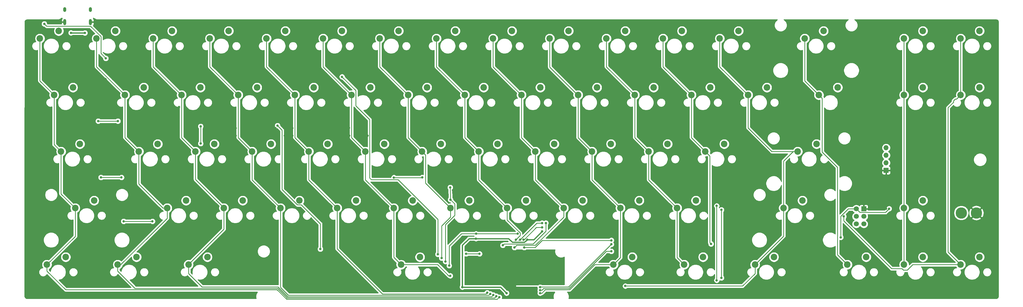
<source format=gbr>
G04 #@! TF.GenerationSoftware,KiCad,Pcbnew,(5.1.12)-1*
G04 #@! TF.CreationDate,2021-11-30T17:05:59-08:00*
G04 #@! TF.ProjectId,oled68 pcb,6f6c6564-3638-4207-9063-622e6b696361,rev?*
G04 #@! TF.SameCoordinates,Original*
G04 #@! TF.FileFunction,Copper,L1,Top*
G04 #@! TF.FilePolarity,Positive*
%FSLAX46Y46*%
G04 Gerber Fmt 4.6, Leading zero omitted, Abs format (unit mm)*
G04 Created by KiCad (PCBNEW (5.1.12)-1) date 2021-11-30 17:05:59*
%MOMM*%
%LPD*%
G01*
G04 APERTURE LIST*
G04 #@! TA.AperFunction,ComponentPad*
%ADD10C,2.200000*%
G04 #@! TD*
G04 #@! TA.AperFunction,ComponentPad*
%ADD11C,3.800000*%
G04 #@! TD*
G04 #@! TA.AperFunction,ComponentPad*
%ADD12O,1.000000X2.100000*%
G04 #@! TD*
G04 #@! TA.AperFunction,ComponentPad*
%ADD13O,1.000000X1.600000*%
G04 #@! TD*
G04 #@! TA.AperFunction,ComponentPad*
%ADD14R,1.700000X1.700000*%
G04 #@! TD*
G04 #@! TA.AperFunction,ComponentPad*
%ADD15O,1.700000X1.700000*%
G04 #@! TD*
G04 #@! TA.AperFunction,ComponentPad*
%ADD16C,1.700000*%
G04 #@! TD*
G04 #@! TA.AperFunction,ViaPad*
%ADD17C,0.800000*%
G04 #@! TD*
G04 #@! TA.AperFunction,Conductor*
%ADD18C,0.381000*%
G04 #@! TD*
G04 #@! TA.AperFunction,Conductor*
%ADD19C,0.250000*%
G04 #@! TD*
G04 #@! TA.AperFunction,Conductor*
%ADD20C,0.254000*%
G04 #@! TD*
G04 #@! TA.AperFunction,Conductor*
%ADD21C,0.100000*%
G04 #@! TD*
G04 APERTURE END LIST*
D10*
X-24378300Y-75344000D03*
X-30728300Y-77884000D03*
X-124327300Y-56294000D03*
X-130677300Y-58834000D03*
X-148132800Y-56294000D03*
X-154482800Y-58834000D03*
D11*
X155644200Y-98585000D03*
X150564200Y-98585000D03*
D10*
X137673700Y-94394000D03*
X131323700Y-96934000D03*
X156723700Y-56294000D03*
X150373700Y-58834000D03*
D12*
X-150872300Y-34245000D03*
X-142232300Y-34245000D03*
D13*
X-150872300Y-30065000D03*
X-142232300Y-30065000D03*
D14*
X125303700Y-84234000D03*
D15*
X125303700Y-81694000D03*
X125303700Y-79154000D03*
X125303700Y-76614000D03*
D10*
X156723700Y-113444000D03*
X150373700Y-115984000D03*
X156723700Y-37244000D03*
X150373700Y-39784000D03*
X137673700Y-113444000D03*
X131323700Y-115984000D03*
X137673700Y-56294000D03*
X131323700Y-58834000D03*
X137673700Y-37244000D03*
X131323700Y-39784000D03*
X118623700Y-113444000D03*
X112273700Y-115984000D03*
X97160700Y-94394000D03*
X90810700Y-96934000D03*
X101923200Y-75344000D03*
X95573200Y-77884000D03*
X109035200Y-56294000D03*
X102685200Y-58834000D03*
X104272700Y-37244000D03*
X97922700Y-39784000D03*
X85222700Y-56294000D03*
X78872700Y-58834000D03*
X75697700Y-37244000D03*
X69347700Y-39784000D03*
X87572200Y-113444000D03*
X81222200Y-115984000D03*
X70871700Y-75344000D03*
X64521700Y-77884000D03*
X66172700Y-56294000D03*
X59822700Y-58834000D03*
X56647700Y-37244000D03*
X50297700Y-39784000D03*
X63759700Y-113444000D03*
X57409700Y-115984000D03*
X61346700Y-94394000D03*
X54996700Y-96934000D03*
X51821700Y-75344000D03*
X45471700Y-77884000D03*
X47122700Y-56294000D03*
X40772700Y-58834000D03*
X37597700Y-37244000D03*
X31247700Y-39784000D03*
X39947200Y-113444000D03*
X33597200Y-115984000D03*
X42296700Y-94394000D03*
X35946700Y-96934000D03*
X32771700Y-75344000D03*
X26421700Y-77884000D03*
X28072700Y-56294000D03*
X21722700Y-58834000D03*
X18547700Y-37244000D03*
X12197700Y-39784000D03*
X23246700Y-94394000D03*
X16896700Y-96934000D03*
X13721700Y-75344000D03*
X7371700Y-77884000D03*
X9022700Y-56294000D03*
X2672700Y-58834000D03*
X-502300Y-37244000D03*
X-6852300Y-39784000D03*
X4196700Y-94394000D03*
X-2153300Y-96934000D03*
X-5328300Y-75344000D03*
X-11678300Y-77884000D03*
X-10027300Y-56294000D03*
X-16377300Y-58834000D03*
X-19552300Y-37244000D03*
X-25902300Y-39784000D03*
X-14853300Y-94394000D03*
X-21203300Y-96934000D03*
X-29077300Y-56294000D03*
X-35427300Y-58834000D03*
X-38602300Y-37244000D03*
X-44952300Y-39784000D03*
X-31452300Y-113459000D03*
X-37802300Y-115999000D03*
X-33903300Y-94394000D03*
X-40253300Y-96934000D03*
X-43428300Y-75344000D03*
X-49778300Y-77884000D03*
X-48127300Y-56294000D03*
X-54477300Y-58834000D03*
X-57652300Y-37244000D03*
X-64002300Y-39784000D03*
X-52953300Y-94394000D03*
X-59303300Y-96934000D03*
X-62478300Y-75344000D03*
X-68828300Y-77884000D03*
X-67177300Y-56294000D03*
X-73527300Y-58834000D03*
X-76702300Y-37244000D03*
X-83052300Y-39784000D03*
X-72003300Y-94394000D03*
X-78353300Y-96934000D03*
X-81528300Y-75344000D03*
X-87878300Y-77884000D03*
X-86227300Y-56294000D03*
X-92577300Y-58834000D03*
X-95752300Y-37244000D03*
X-102102300Y-39784000D03*
X-102927800Y-113444000D03*
X-109277800Y-115984000D03*
X-91053300Y-94394000D03*
X-97403300Y-96934000D03*
X-100578300Y-75344000D03*
X-106928300Y-77884000D03*
X-105277300Y-56294000D03*
X-111627300Y-58834000D03*
X-114802300Y-37244000D03*
X-121152300Y-39784000D03*
X-126740300Y-113444000D03*
X-133090300Y-115984000D03*
X-110103300Y-94394000D03*
X-116453300Y-96934000D03*
X-119628300Y-75344000D03*
X-125978300Y-77884000D03*
X-133852300Y-37244000D03*
X-140202300Y-39784000D03*
X-150552800Y-113444000D03*
X-156902800Y-115984000D03*
X-141027800Y-94394000D03*
X-147377800Y-96934000D03*
X-145790300Y-75344000D03*
X-152140300Y-77884000D03*
X-152902300Y-37244000D03*
X-159252300Y-39784000D03*
D16*
X115265200Y-102298500D03*
X117805200Y-102298500D03*
X115265200Y-99758500D03*
X117805200Y-99758500D03*
X115265200Y-97218500D03*
D14*
X117805200Y-97218500D03*
D17*
X-17195800Y-123571000D03*
X9601200Y-104838501D03*
X-12626205Y-107217663D03*
X4648200Y-107569000D03*
X-2336800Y-125603000D03*
X-157784800Y-34861500D03*
X-15910800Y-112346500D03*
X-15910800Y-112346500D03*
X-57645300Y-52705000D03*
X-137083800Y-46482000D03*
X-25450802Y-112522000D03*
X-11432300Y-112346500D03*
X-139623800Y-67627500D03*
X-133019800Y-67627500D03*
X-105206800Y-75184000D03*
X-105206800Y-69405500D03*
X-79362300Y-69151500D03*
X-64947800Y-110744000D03*
X-138734800Y-86614000D03*
X-131813300Y-86614000D03*
X-40215300Y-86645000D03*
X-21196300Y-94107000D03*
X-21259800Y-89979500D03*
X-30657798Y-86614000D03*
X-22910800Y-114935000D03*
X-131114800Y-101409500D03*
X-121399300Y-101409500D03*
X1407656Y-105598465D03*
X-12594558Y-105598498D03*
X-21640800Y-116332000D03*
X-148799550Y-37877750D03*
X-144132306Y-37909500D03*
X32905700Y-107823000D03*
X110058200Y-106807000D03*
X3632200Y-110236000D03*
X126314200Y-97155002D03*
X9601200Y-101981000D03*
X2235200Y-107569000D03*
X10871194Y-101981000D03*
X111074200Y-99758500D03*
X111074200Y-99758500D03*
X-3606800Y-109474000D03*
X9601202Y-103441500D03*
X3378206Y-107569000D03*
X-4770901Y-126973980D03*
X-5765800Y-126619000D03*
X-6781800Y-126238000D03*
X-7797800Y-125857000D03*
X-8851676Y-125476000D03*
X-21259802Y-119761000D03*
X-24180800Y-113792000D03*
X838200Y-107569008D03*
X330212Y-110236002D03*
X8966194Y-125603025D03*
X32905700Y-111506000D03*
X8961625Y-124603024D03*
X32905700Y-109156500D03*
X66433700Y-109029500D03*
X8957384Y-123603021D03*
X37604700Y-123215968D03*
X68338700Y-96202500D03*
X68338700Y-121285000D03*
X69926200Y-120459500D03*
X69926200Y-97536000D03*
X16619200Y-116492000D03*
X16522700Y-120015000D03*
X6680200Y-116649500D03*
X102501700Y-111188500D03*
X105549700Y-97409000D03*
X125293540Y-97150340D03*
X-161658300Y-36004500D03*
X-161912300Y-124460000D03*
X-162166300Y-79629000D03*
X160159700Y-36449000D03*
X161112200Y-80327500D03*
X161112200Y-124714000D03*
X137045700Y-81216500D03*
X5219700Y-36131500D03*
X-63423800Y-35877500D03*
X61734700Y-35560000D03*
X-137147300Y-53467000D03*
X-134670800Y-53467000D03*
X-113080800Y-66167000D03*
X-110540800Y-68643500D03*
X-112445800Y-62928500D03*
X-110540800Y-64262000D03*
X-93395800Y-69977000D03*
X-91490800Y-69977000D03*
X-93395800Y-72517000D03*
X-91490800Y-72517000D03*
X-80060800Y-69977000D03*
X-79425800Y-72517000D03*
X-76885800Y-72517000D03*
X-76885800Y-69342000D03*
X-74345800Y-69977000D03*
X-72440800Y-69977000D03*
X-74345800Y-72517000D03*
X-72440800Y-72517000D03*
X-55232300Y-72517000D03*
X-53390800Y-72517000D03*
X-53390800Y-69977000D03*
X-55295800Y-69913500D03*
X-47040800Y-72517000D03*
X-47040800Y-69342000D03*
X-22275800Y-90932000D03*
X-20370800Y-90932000D03*
X-22275800Y-93535500D03*
X-19735800Y-93472000D03*
X-49078309Y-72517000D03*
X-49631602Y-69342000D03*
D18*
X6870701Y-107569000D02*
X4648200Y-107569000D01*
X9601200Y-104838501D02*
X6870701Y-107569000D01*
X3735223Y-108481977D02*
X4648200Y-107569000D01*
X-383779Y-108481977D02*
X3735223Y-108481977D01*
X-12626205Y-107217663D02*
X-1648093Y-107217663D01*
X-1648093Y-107217663D02*
X-383779Y-108481977D01*
X-14939463Y-107217663D02*
X-17195800Y-109474000D01*
X-12626205Y-107217663D02*
X-14939463Y-107217663D01*
X-17195800Y-123571000D02*
X-17195800Y-109474000D01*
X-4368800Y-123571000D02*
X-2336800Y-125603000D01*
X-17195800Y-123571000D02*
X-4368800Y-123571000D01*
D19*
X-15910800Y-112346500D02*
X-15910800Y-112346500D01*
X-15910800Y-112346500D02*
X-15910800Y-112346500D01*
X-57645300Y-52705000D02*
X-57645300Y-52705000D01*
X-138753799Y-44812001D02*
X-137083800Y-46482000D01*
X-138753799Y-39123499D02*
X-138753799Y-44812001D01*
X-142257288Y-35620010D02*
X-138753799Y-39123499D01*
X-157026290Y-35620010D02*
X-142257288Y-35620010D01*
X-157784800Y-34861500D02*
X-157026290Y-35620010D01*
X-15910800Y-112346500D02*
X-11432300Y-112346500D01*
X-57645300Y-52705000D02*
X-53052299Y-57298001D01*
X-48353299Y-86825501D02*
X-47808799Y-87370001D01*
X-48347799Y-69690001D02*
X-48353299Y-69695501D01*
X-53052299Y-57298001D02*
X-53052299Y-62430003D01*
X-38818297Y-87370001D02*
X-25450802Y-100737496D01*
X-53052299Y-62430003D02*
X-48347799Y-67134503D01*
X-25450802Y-100737496D02*
X-25450802Y-112522000D01*
X-48347799Y-67134503D02*
X-48347799Y-69690001D01*
X-47808799Y-87370001D02*
X-38818297Y-87370001D01*
X-48353299Y-69695501D02*
X-48353299Y-86825501D01*
X-139623800Y-67627500D02*
X-133019800Y-67627500D01*
X-133019800Y-67627500D02*
X-133019800Y-67627500D01*
X-105206800Y-75184000D02*
X-105206800Y-69405500D01*
X-105206800Y-69405500D02*
X-105206800Y-69405500D01*
X-79362300Y-69151500D02*
X-79362300Y-69151500D01*
X-64947800Y-102250498D02*
X-64947800Y-110744000D01*
X-72687301Y-95819001D02*
X-71379297Y-95819001D01*
X-77813299Y-90693003D02*
X-72687301Y-95819001D01*
X-77813299Y-70700501D02*
X-77813299Y-90693003D01*
X-71379297Y-95819001D02*
X-64947800Y-102250498D01*
X-79362300Y-69151500D02*
X-77813299Y-70700501D01*
X-138734800Y-86614000D02*
X-131813300Y-86614000D01*
X-131813300Y-86614000D02*
X-131813300Y-86614000D01*
X-21196300Y-94107000D02*
X-21259800Y-89979500D01*
X-21259800Y-89979500D02*
X-21196300Y-90043000D01*
X-40215300Y-86645000D02*
X-30688798Y-86645000D01*
X-30688798Y-86645000D02*
X-30657798Y-86614000D01*
X-19778299Y-99356499D02*
X-22910800Y-102489000D01*
X-22910800Y-102489000D02*
X-22910800Y-114935000D01*
X-19778299Y-95525001D02*
X-19778299Y-99356499D01*
X-21196300Y-94107000D02*
X-19778299Y-95525001D01*
X-131114800Y-101409500D02*
X-121399300Y-101409500D01*
X-121399300Y-101409500D02*
X-121399300Y-101409500D01*
X1505200Y-105696000D02*
X1505200Y-105696000D01*
X-12594525Y-105598465D02*
X-12594558Y-105598498D01*
X1407656Y-105598465D02*
X-12594525Y-105598465D01*
X-21640800Y-109728000D02*
X-21640800Y-116332000D01*
X-17511298Y-105598498D02*
X-21640800Y-109728000D01*
X-12594558Y-105598498D02*
X-17511298Y-105598498D01*
D18*
X-144164056Y-37877750D02*
X-144132306Y-37909500D01*
X-148799550Y-37877750D02*
X-144164056Y-37877750D01*
D19*
X32905700Y-107823000D02*
X32905700Y-107823000D01*
X112541198Y-97218500D02*
X115265200Y-97218500D01*
X110058200Y-99701498D02*
X112541198Y-97218500D01*
X110058200Y-106807000D02*
X110058200Y-99701498D01*
X7240112Y-110236000D02*
X3632200Y-110236000D01*
X9653112Y-107823000D02*
X7240112Y-110236000D01*
X32905700Y-107823000D02*
X9653112Y-107823000D01*
X125075701Y-98393501D02*
X126314200Y-97155002D01*
X116440201Y-98393501D02*
X125075701Y-98393501D01*
X115265200Y-97218500D02*
X116440201Y-98393501D01*
X1790700Y-107823000D02*
X2044700Y-107569000D01*
X2044700Y-107569000D02*
X2235200Y-107569000D01*
X9601200Y-101981000D02*
X7823200Y-101981000D01*
X7823200Y-101981000D02*
X2235200Y-107569000D01*
X150373700Y-39784000D02*
X150373700Y-58834000D01*
X134232698Y-115984000D02*
X150373700Y-115984000D01*
X132360698Y-117856000D02*
X134232698Y-115984000D01*
X131086698Y-117856000D02*
X132360698Y-117856000D01*
X130579697Y-117348999D02*
X131086698Y-117856000D01*
X127139697Y-117348999D02*
X130579697Y-117348999D01*
X111074200Y-101283502D02*
X127139697Y-117348999D01*
X111074200Y-99758500D02*
X111074200Y-101283502D01*
X146126200Y-111736500D02*
X150373700Y-115984000D01*
X146126200Y-63081500D02*
X146126200Y-111736500D01*
X147928699Y-61279001D02*
X146126200Y-63081500D01*
X147928699Y-60809999D02*
X147928699Y-61279001D01*
X148539699Y-60198999D02*
X147928699Y-60809999D01*
X149008701Y-60198999D02*
X148539699Y-60198999D01*
X150373700Y-58834000D02*
X149008701Y-60198999D01*
X10871194Y-104705010D02*
X6552215Y-109023989D01*
X10871194Y-101981000D02*
X10871194Y-104705010D01*
X6552215Y-109023989D02*
X-62809Y-109023989D01*
X-62809Y-109023989D02*
X-83799Y-109002999D01*
X-83799Y-109002999D02*
X-3135799Y-109002999D01*
X-3135799Y-109002999D02*
X-3606800Y-109474000D01*
X9601202Y-103441500D02*
X7702726Y-103441500D01*
X7702726Y-103441500D02*
X3575226Y-107569000D01*
X3575226Y-107569000D02*
X3378206Y-107569000D01*
X-159252300Y-54071500D02*
X-154489800Y-58834000D01*
X-159252300Y-39784000D02*
X-159252300Y-54071500D01*
X-154489800Y-75534500D02*
X-152140300Y-77884000D01*
X-154489800Y-58834000D02*
X-154489800Y-75534500D01*
X-152140300Y-92171500D02*
X-147377800Y-96934000D01*
X-152140300Y-77884000D02*
X-152140300Y-92171500D01*
X-147377800Y-106459000D02*
X-156902800Y-115984000D01*
X-147377800Y-96934000D02*
X-147377800Y-106459000D01*
X-150603803Y-124453999D02*
X-129965799Y-124453999D01*
X-156902800Y-118155002D02*
X-150603803Y-124453999D01*
X-156902800Y-115984000D02*
X-156902800Y-118155002D01*
X-130169303Y-124453999D02*
X-129965799Y-124453999D01*
X-129965799Y-124453999D02*
X-79495303Y-124453999D01*
X-79495303Y-124453999D02*
X-76250313Y-127698990D01*
X-76250313Y-127698990D02*
X-5495911Y-127698990D01*
X-5495911Y-127698990D02*
X-4770901Y-126973980D01*
X-140202300Y-49309000D02*
X-130677300Y-58834000D01*
X-140202300Y-39784000D02*
X-140202300Y-49309000D01*
X-130677300Y-73185000D02*
X-125978300Y-77884000D01*
X-130677300Y-58834000D02*
X-130677300Y-73185000D01*
X-117850300Y-96934000D02*
X-116453300Y-96934000D01*
X-125978300Y-88806000D02*
X-117850300Y-96934000D01*
X-125978300Y-77884000D02*
X-125978300Y-88806000D01*
X-132074300Y-115984000D02*
X-133090300Y-115984000D01*
X-116453300Y-96934000D02*
X-116453300Y-100363000D01*
X-116453300Y-100363000D02*
X-122465800Y-106375500D01*
X-122465800Y-106375500D02*
X-132074300Y-115984000D01*
X-127241314Y-124003988D02*
X-106678812Y-124003988D01*
X-133090300Y-118155002D02*
X-127241314Y-124003988D01*
X-133090300Y-115984000D02*
X-133090300Y-118155002D01*
X-106806814Y-124003988D02*
X-106678812Y-124003988D01*
X-76063913Y-127248979D02*
X-6395779Y-127248979D01*
X-79308903Y-124003988D02*
X-76063913Y-127248979D01*
X-6395779Y-127248979D02*
X-5765800Y-126619000D01*
X-106678812Y-124003988D02*
X-79308903Y-124003988D01*
X-121152300Y-49309000D02*
X-111627300Y-58834000D01*
X-121152300Y-39784000D02*
X-121152300Y-49309000D01*
X-111627300Y-73185000D02*
X-106928300Y-77884000D01*
X-111627300Y-58834000D02*
X-111627300Y-73185000D01*
X-97403300Y-96807000D02*
X-97403300Y-96934000D01*
X-106928300Y-87282000D02*
X-97403300Y-96807000D01*
X-106928300Y-77884000D02*
X-106928300Y-87282000D01*
X-109277800Y-115920500D02*
X-109277800Y-115984000D01*
X-97403300Y-104046000D02*
X-109277800Y-115920500D01*
X-97403300Y-96934000D02*
X-97403300Y-104046000D01*
X-7342768Y-126798968D02*
X-6781800Y-126238000D01*
X-79168981Y-123507500D02*
X-75877513Y-126798968D01*
X-104762300Y-123507500D02*
X-79168981Y-123507500D01*
X-75877513Y-126798968D02*
X-7342768Y-126798968D01*
X-109277800Y-118992000D02*
X-104762300Y-123507500D01*
X-109277800Y-115984000D02*
X-109277800Y-118992000D01*
X-102102300Y-49309000D02*
X-92577300Y-58834000D01*
X-102102300Y-39784000D02*
X-102102300Y-49309000D01*
X-92577300Y-73185000D02*
X-87878300Y-77884000D01*
X-92577300Y-58834000D02*
X-92577300Y-73185000D01*
X-87878300Y-87409000D02*
X-78353300Y-96934000D01*
X-87878300Y-77884000D02*
X-87878300Y-87409000D01*
X-8289757Y-126348957D02*
X-7797800Y-125857000D01*
X-75691113Y-126348957D02*
X-8289757Y-126348957D01*
X-78353300Y-96934000D02*
X-78353300Y-123686770D01*
X-78353300Y-123686770D02*
X-75691113Y-126348957D01*
X-83052300Y-49309000D02*
X-73527300Y-58834000D01*
X-83052300Y-39784000D02*
X-83052300Y-49309000D01*
X-73527300Y-73185000D02*
X-68828300Y-77884000D01*
X-73527300Y-58834000D02*
X-73527300Y-73185000D01*
X-68828300Y-87409000D02*
X-59303300Y-96934000D01*
X-68828300Y-77884000D02*
X-68828300Y-87409000D01*
X-9274622Y-125898946D02*
X-8851676Y-125476000D01*
X-44077854Y-125898946D02*
X-9274622Y-125898946D01*
X-59303300Y-110673500D02*
X-44077854Y-125898946D01*
X-59303300Y-96934000D02*
X-59303300Y-110673500D01*
X-64002300Y-49309000D02*
X-54477300Y-58834000D01*
X-64002300Y-39784000D02*
X-64002300Y-49309000D01*
X-54477300Y-73185000D02*
X-49778300Y-77884000D01*
X-54477300Y-58834000D02*
X-54477300Y-73185000D01*
X-49778300Y-87409000D02*
X-40253300Y-96934000D01*
X-49778300Y-77884000D02*
X-49778300Y-87409000D01*
X-40253300Y-113548000D02*
X-37802300Y-115999000D01*
X-40253300Y-96934000D02*
X-40253300Y-113548000D01*
X-21767800Y-119761000D02*
X-21259802Y-119761000D01*
X-25529800Y-115999000D02*
X-21767800Y-119761000D01*
X-37802300Y-115999000D02*
X-25529800Y-115999000D01*
X-44952300Y-49309000D02*
X-35427300Y-58834000D01*
X-44952300Y-39784000D02*
X-44952300Y-49309000D01*
X-35427300Y-73185000D02*
X-30728300Y-77884000D01*
X-35427300Y-58834000D02*
X-35427300Y-73185000D01*
X-29551798Y-79060502D02*
X-29551798Y-88585502D01*
X-29551798Y-88585502D02*
X-21203300Y-96934000D01*
X-30728300Y-77884000D02*
X-29551798Y-79060502D01*
X-21203300Y-99943002D02*
X-24180800Y-102920502D01*
X-21203300Y-96934000D02*
X-21203300Y-99943002D01*
X-24180800Y-102920502D02*
X-24180800Y-113792000D01*
X-25902300Y-49309000D02*
X-16377300Y-58834000D01*
X-25902300Y-39784000D02*
X-25902300Y-49309000D01*
X-16377300Y-73185000D02*
X-11678300Y-77884000D01*
X-16377300Y-58834000D02*
X-16377300Y-73185000D01*
X-11678300Y-87409000D02*
X-2153300Y-96934000D01*
X-11678300Y-77884000D02*
X-11678300Y-87409000D01*
X457200Y-107950000D02*
X838192Y-107569008D01*
X-2153300Y-100964498D02*
X2230201Y-105347999D01*
X2230201Y-106177007D02*
X838200Y-107569008D01*
X838192Y-107569008D02*
X838200Y-107569008D01*
X-2153300Y-96934000D02*
X-2153300Y-100964498D01*
X2230201Y-105347999D02*
X2230201Y-106177007D01*
X-6852300Y-49309000D02*
X2672700Y-58834000D01*
X-6852300Y-39784000D02*
X-6852300Y-49309000D01*
X2672700Y-73185000D02*
X7371700Y-77884000D01*
X2672700Y-58834000D02*
X2672700Y-73185000D01*
X7371700Y-87409000D02*
X16896700Y-96934000D01*
X7371700Y-77884000D02*
X7371700Y-87409000D01*
X16896700Y-96934000D02*
X16896700Y-99943002D01*
X16896700Y-99943002D02*
X7365702Y-109474000D01*
X7365702Y-109474000D02*
X1092214Y-109474000D01*
X1092214Y-109474000D02*
X330212Y-110236002D01*
X12197700Y-49436000D02*
X21595700Y-58834000D01*
X21595700Y-58834000D02*
X21722700Y-58834000D01*
X12197700Y-39784000D02*
X12197700Y-49436000D01*
X21722700Y-73185000D02*
X26421700Y-77884000D01*
X21722700Y-58834000D02*
X21722700Y-73185000D01*
X26421700Y-87409000D02*
X35946700Y-96934000D01*
X26421700Y-77884000D02*
X26421700Y-87409000D01*
X35946700Y-113634500D02*
X33597200Y-115984000D01*
X35946700Y-96934000D02*
X35946700Y-113634500D01*
X27351022Y-115984000D02*
X18881023Y-124453999D01*
X33597200Y-115984000D02*
X27351022Y-115984000D01*
X9531879Y-125603025D02*
X8966194Y-125603025D01*
X10680905Y-124453999D02*
X9531879Y-125603025D01*
X18881023Y-124453999D02*
X10680905Y-124453999D01*
X31247700Y-49309000D02*
X40772700Y-58834000D01*
X31247700Y-39784000D02*
X31247700Y-49309000D01*
X40772700Y-73185000D02*
X45471700Y-77884000D01*
X40772700Y-58834000D02*
X40772700Y-73185000D01*
X45471700Y-87409000D02*
X54996700Y-96934000D01*
X45471700Y-77884000D02*
X45471700Y-87409000D01*
X54996700Y-113571000D02*
X57409700Y-115984000D01*
X54996700Y-96934000D02*
X54996700Y-113571000D01*
X32905700Y-111506000D02*
X32905700Y-111506000D01*
X9527310Y-124603024D02*
X8961625Y-124603024D01*
X18694619Y-124003992D02*
X10126342Y-124003992D01*
X31192611Y-111506000D02*
X18694619Y-124003992D01*
X10126342Y-124003992D02*
X9527310Y-124603024D01*
X32905700Y-111506000D02*
X31192611Y-111506000D01*
X50297700Y-49309000D02*
X59822700Y-58834000D01*
X50297700Y-39784000D02*
X50297700Y-49309000D01*
X59822700Y-73185000D02*
X64521700Y-77884000D01*
X59822700Y-58834000D02*
X59822700Y-73185000D01*
X32905700Y-109156500D02*
X32905700Y-109156500D01*
X32905700Y-109156500D02*
X32905700Y-109029500D01*
X66006699Y-79368999D02*
X64521700Y-77884000D01*
X66006699Y-108602499D02*
X66006699Y-79368999D01*
X66433700Y-109029500D02*
X66006699Y-108602499D01*
X32905700Y-109156500D02*
X18508219Y-123553981D01*
X9006424Y-123553981D02*
X8957384Y-123603021D01*
X18508219Y-123553981D02*
X9006424Y-123553981D01*
X69347700Y-49309000D02*
X78872700Y-58834000D01*
X69347700Y-39784000D02*
X69347700Y-49309000D01*
X86873700Y-77884000D02*
X95573200Y-77884000D01*
X78872700Y-69883000D02*
X86873700Y-77884000D01*
X78872700Y-58834000D02*
X78872700Y-69883000D01*
X90810700Y-81090866D02*
X90810700Y-96934000D01*
X94017566Y-77884000D02*
X90810700Y-81090866D01*
X95573200Y-77884000D02*
X94017566Y-77884000D01*
X90810700Y-106395500D02*
X81222200Y-115984000D01*
X90810700Y-96934000D02*
X90810700Y-106395500D01*
X81222200Y-115984000D02*
X81222200Y-118993002D01*
X81222200Y-118993002D02*
X76999234Y-123215968D01*
X76999234Y-123215968D02*
X37604700Y-123215968D01*
X97922700Y-54071500D02*
X102685200Y-58834000D01*
X97922700Y-39784000D02*
X97922700Y-54071500D01*
X108958199Y-112668499D02*
X112273700Y-115984000D01*
X108958199Y-83179997D02*
X108958199Y-112668499D01*
X103785199Y-78006997D02*
X108958199Y-83179997D01*
X103785199Y-59933999D02*
X103785199Y-78006997D01*
X102685200Y-58834000D02*
X103785199Y-59933999D01*
X131323700Y-39784000D02*
X131323700Y-58834000D01*
X131323700Y-58834000D02*
X131323700Y-96934000D01*
X131323700Y-96934000D02*
X131323700Y-115984000D01*
X68338700Y-96202500D02*
X68338700Y-121285000D01*
X69926200Y-120459500D02*
X69926200Y-120459500D01*
X69926200Y-97536000D02*
X69926200Y-120459500D01*
D18*
X102501700Y-111188500D02*
X102501700Y-100457000D01*
X102501700Y-100457000D02*
X105549700Y-97409000D01*
X105549700Y-97409000D02*
X105549700Y-97409000D01*
X117805200Y-97218500D02*
X125225380Y-97218500D01*
X125225380Y-97218500D02*
X125293540Y-97150340D01*
D20*
X2924475Y-110991986D02*
X2972426Y-111039937D01*
X3141944Y-111153205D01*
X3330302Y-111231226D01*
X3530261Y-111271000D01*
X3734139Y-111271000D01*
X3934098Y-111231226D01*
X4122456Y-111153205D01*
X4291974Y-111039937D01*
X4335911Y-110996000D01*
X7202790Y-110996000D01*
X7240112Y-110999676D01*
X7277434Y-110996000D01*
X7277445Y-110996000D01*
X7299515Y-110993826D01*
X13913272Y-110996609D01*
X13847700Y-111326259D01*
X13847700Y-111751741D01*
X13930708Y-112169049D01*
X14093533Y-112562144D01*
X14329919Y-112915920D01*
X14630780Y-113216781D01*
X14984556Y-113453167D01*
X15377651Y-113615992D01*
X15794959Y-113699000D01*
X16220441Y-113699000D01*
X16637749Y-113615992D01*
X17030844Y-113453167D01*
X17094200Y-113410834D01*
X17094200Y-122793981D01*
X9609521Y-122793981D01*
X9447640Y-122685816D01*
X9259282Y-122607795D01*
X9059323Y-122568021D01*
X8855445Y-122568021D01*
X8655486Y-122607795D01*
X8467128Y-122685816D01*
X8297610Y-122799084D01*
X8283934Y-122812760D01*
X838201Y-122815893D01*
X838201Y-118300500D01*
X835761Y-118275724D01*
X828534Y-118251899D01*
X816798Y-118229943D01*
X801004Y-118210697D01*
X781758Y-118194903D01*
X759802Y-118183167D01*
X735977Y-118175940D01*
X711201Y-118173500D01*
X-939800Y-118173500D01*
X-939800Y-116332000D01*
X711200Y-116332000D01*
X735976Y-116329560D01*
X759801Y-116322333D01*
X781757Y-116310597D01*
X801003Y-116294803D01*
X816797Y-116275557D01*
X828533Y-116253601D01*
X835760Y-116229776D01*
X838200Y-116205000D01*
X838200Y-111141359D01*
X989986Y-111039939D01*
X1038733Y-110991192D01*
X2924475Y-110991986D01*
G04 #@! TA.AperFunction,Conductor*
D21*
G36*
X2924475Y-110991986D02*
G01*
X2972426Y-111039937D01*
X3141944Y-111153205D01*
X3330302Y-111231226D01*
X3530261Y-111271000D01*
X3734139Y-111271000D01*
X3934098Y-111231226D01*
X4122456Y-111153205D01*
X4291974Y-111039937D01*
X4335911Y-110996000D01*
X7202790Y-110996000D01*
X7240112Y-110999676D01*
X7277434Y-110996000D01*
X7277445Y-110996000D01*
X7299515Y-110993826D01*
X13913272Y-110996609D01*
X13847700Y-111326259D01*
X13847700Y-111751741D01*
X13930708Y-112169049D01*
X14093533Y-112562144D01*
X14329919Y-112915920D01*
X14630780Y-113216781D01*
X14984556Y-113453167D01*
X15377651Y-113615992D01*
X15794959Y-113699000D01*
X16220441Y-113699000D01*
X16637749Y-113615992D01*
X17030844Y-113453167D01*
X17094200Y-113410834D01*
X17094200Y-122793981D01*
X9609521Y-122793981D01*
X9447640Y-122685816D01*
X9259282Y-122607795D01*
X9059323Y-122568021D01*
X8855445Y-122568021D01*
X8655486Y-122607795D01*
X8467128Y-122685816D01*
X8297610Y-122799084D01*
X8283934Y-122812760D01*
X838201Y-122815893D01*
X838201Y-118300500D01*
X835761Y-118275724D01*
X828534Y-118251899D01*
X816798Y-118229943D01*
X801004Y-118210697D01*
X781758Y-118194903D01*
X759802Y-118183167D01*
X735977Y-118175940D01*
X711201Y-118173500D01*
X-939800Y-118173500D01*
X-939800Y-116332000D01*
X711200Y-116332000D01*
X735976Y-116329560D01*
X759801Y-116322333D01*
X781757Y-116310597D01*
X801003Y-116294803D01*
X816797Y-116275557D01*
X828533Y-116253601D01*
X835760Y-116229776D01*
X838200Y-116205000D01*
X838200Y-111141359D01*
X989986Y-111039939D01*
X1038733Y-110991192D01*
X2924475Y-110991986D01*
G37*
G04 #@! TD.AperFunction*
D20*
X-151745461Y-32958831D02*
X-151872303Y-33143322D01*
X-151960715Y-33349013D01*
X-152007300Y-33568000D01*
X-152007300Y-34118000D01*
X-150999300Y-34118000D01*
X-150999300Y-34098000D01*
X-150745300Y-34098000D01*
X-150745300Y-34118000D01*
X-150725300Y-34118000D01*
X-150725300Y-34372000D01*
X-150745300Y-34372000D01*
X-150745300Y-34392000D01*
X-150999300Y-34392000D01*
X-150999300Y-34372000D01*
X-152007300Y-34372000D01*
X-152007300Y-34860010D01*
X-156711488Y-34860010D01*
X-156749800Y-34821698D01*
X-156749800Y-34759561D01*
X-156789574Y-34559602D01*
X-156867595Y-34371244D01*
X-156980863Y-34201726D01*
X-157125026Y-34057563D01*
X-157294544Y-33944295D01*
X-157482902Y-33866274D01*
X-157682861Y-33826500D01*
X-157886739Y-33826500D01*
X-158086698Y-33866274D01*
X-158275056Y-33944295D01*
X-158444574Y-34057563D01*
X-158588737Y-34201726D01*
X-158702005Y-34371244D01*
X-158780026Y-34559602D01*
X-158819800Y-34759561D01*
X-158819800Y-34963439D01*
X-158780026Y-35163398D01*
X-158702005Y-35351756D01*
X-158588737Y-35521274D01*
X-158444574Y-35665437D01*
X-158275056Y-35778705D01*
X-158086698Y-35856726D01*
X-157886739Y-35896500D01*
X-157824602Y-35896500D01*
X-157590089Y-36131012D01*
X-157566291Y-36160011D01*
X-157537293Y-36183809D01*
X-157450567Y-36254984D01*
X-157318537Y-36325556D01*
X-157175276Y-36369013D01*
X-157063623Y-36380010D01*
X-157063614Y-36380010D01*
X-157026291Y-36383686D01*
X-156988968Y-36380010D01*
X-154411667Y-36380010D01*
X-154439837Y-36422169D01*
X-154570625Y-36737919D01*
X-154637300Y-37073117D01*
X-154637300Y-37414883D01*
X-154570625Y-37750081D01*
X-154439837Y-38065831D01*
X-154249963Y-38349998D01*
X-154008298Y-38591663D01*
X-153724131Y-38781537D01*
X-153408381Y-38912325D01*
X-153073183Y-38979000D01*
X-152731417Y-38979000D01*
X-152396219Y-38912325D01*
X-152080469Y-38781537D01*
X-151796302Y-38591663D01*
X-151554637Y-38349998D01*
X-151364763Y-38065831D01*
X-151244633Y-37775811D01*
X-149834550Y-37775811D01*
X-149834550Y-37979689D01*
X-149794776Y-38179648D01*
X-149716755Y-38368006D01*
X-149603487Y-38537524D01*
X-149459324Y-38681687D01*
X-149289806Y-38794955D01*
X-149101448Y-38872976D01*
X-148901489Y-38912750D01*
X-148697611Y-38912750D01*
X-148497652Y-38872976D01*
X-148309294Y-38794955D01*
X-148172047Y-38703250D01*
X-144802267Y-38703250D01*
X-144792080Y-38713437D01*
X-144622562Y-38826705D01*
X-144434204Y-38904726D01*
X-144234245Y-38944500D01*
X-144030367Y-38944500D01*
X-143830408Y-38904726D01*
X-143642050Y-38826705D01*
X-143472532Y-38713437D01*
X-143328369Y-38569274D01*
X-143215101Y-38399756D01*
X-143137080Y-38211398D01*
X-143097306Y-38011439D01*
X-143097306Y-37807561D01*
X-143137080Y-37607602D01*
X-143215101Y-37419244D01*
X-143328369Y-37249726D01*
X-143472532Y-37105563D01*
X-143642050Y-36992295D01*
X-143830408Y-36914274D01*
X-144030367Y-36874500D01*
X-144234245Y-36874500D01*
X-144434204Y-36914274D01*
X-144622562Y-36992295D01*
X-144712291Y-37052250D01*
X-148172047Y-37052250D01*
X-148309294Y-36960545D01*
X-148497652Y-36882524D01*
X-148697611Y-36842750D01*
X-148901489Y-36842750D01*
X-149101448Y-36882524D01*
X-149289806Y-36960545D01*
X-149459324Y-37073813D01*
X-149603487Y-37217976D01*
X-149716755Y-37387494D01*
X-149794776Y-37575852D01*
X-149834550Y-37775811D01*
X-151244633Y-37775811D01*
X-151233975Y-37750081D01*
X-151167300Y-37414883D01*
X-151167300Y-37073117D01*
X-151233975Y-36737919D01*
X-151364763Y-36422169D01*
X-151392933Y-36380010D01*
X-142572089Y-36380010D01*
X-140798921Y-38153178D01*
X-141024131Y-38246463D01*
X-141308298Y-38436337D01*
X-141549963Y-38678002D01*
X-141739837Y-38962169D01*
X-141870625Y-39277919D01*
X-141937300Y-39613117D01*
X-141937300Y-39954883D01*
X-141870625Y-40290081D01*
X-141739837Y-40605831D01*
X-141584039Y-40839000D01*
X-141618560Y-40839000D01*
X-141905458Y-40896068D01*
X-142175711Y-41008010D01*
X-142418932Y-41170525D01*
X-142625775Y-41377368D01*
X-142788290Y-41620589D01*
X-142900232Y-41890842D01*
X-142957300Y-42177740D01*
X-142957300Y-42470260D01*
X-142900232Y-42757158D01*
X-142788290Y-43027411D01*
X-142625775Y-43270632D01*
X-142418932Y-43477475D01*
X-142175711Y-43639990D01*
X-141905458Y-43751932D01*
X-141618560Y-43809000D01*
X-141326040Y-43809000D01*
X-141039142Y-43751932D01*
X-140962300Y-43720103D01*
X-140962299Y-49271668D01*
X-140965976Y-49309000D01*
X-140962299Y-49346333D01*
X-140951302Y-49457986D01*
X-140938120Y-49501442D01*
X-140907846Y-49601246D01*
X-140837274Y-49733276D01*
X-140786290Y-49795399D01*
X-140742300Y-49849001D01*
X-140713302Y-49872799D01*
X-132320014Y-58266088D01*
X-132345625Y-58327919D01*
X-132412300Y-58663117D01*
X-132412300Y-59004883D01*
X-132345625Y-59340081D01*
X-132214837Y-59655831D01*
X-132059039Y-59889000D01*
X-132093560Y-59889000D01*
X-132380458Y-59946068D01*
X-132650711Y-60058010D01*
X-132893932Y-60220525D01*
X-133100775Y-60427368D01*
X-133263290Y-60670589D01*
X-133375232Y-60940842D01*
X-133432300Y-61227740D01*
X-133432300Y-61520260D01*
X-133375232Y-61807158D01*
X-133263290Y-62077411D01*
X-133100775Y-62320632D01*
X-132893932Y-62527475D01*
X-132650711Y-62689990D01*
X-132380458Y-62801932D01*
X-132093560Y-62859000D01*
X-131801040Y-62859000D01*
X-131514142Y-62801932D01*
X-131437300Y-62770103D01*
X-131437299Y-73147668D01*
X-131440976Y-73185000D01*
X-131426302Y-73333985D01*
X-131382846Y-73477246D01*
X-131312274Y-73609276D01*
X-131257781Y-73675675D01*
X-131217300Y-73725001D01*
X-131188302Y-73748799D01*
X-127621014Y-77316088D01*
X-127646625Y-77377919D01*
X-127713300Y-77713117D01*
X-127713300Y-78054883D01*
X-127646625Y-78390081D01*
X-127515837Y-78705831D01*
X-127360039Y-78939000D01*
X-127394560Y-78939000D01*
X-127681458Y-78996068D01*
X-127951711Y-79108010D01*
X-128194932Y-79270525D01*
X-128401775Y-79477368D01*
X-128564290Y-79720589D01*
X-128676232Y-79990842D01*
X-128733300Y-80277740D01*
X-128733300Y-80570260D01*
X-128676232Y-80857158D01*
X-128564290Y-81127411D01*
X-128401775Y-81370632D01*
X-128194932Y-81577475D01*
X-127951711Y-81739990D01*
X-127681458Y-81851932D01*
X-127394560Y-81909000D01*
X-127102040Y-81909000D01*
X-126815142Y-81851932D01*
X-126738300Y-81820103D01*
X-126738299Y-88768668D01*
X-126741976Y-88806000D01*
X-126727302Y-88954985D01*
X-126683846Y-89098246D01*
X-126613274Y-89230276D01*
X-126573669Y-89278534D01*
X-126518300Y-89346001D01*
X-126489302Y-89369799D01*
X-118414099Y-97445003D01*
X-118390301Y-97474001D01*
X-118274576Y-97568974D01*
X-118142547Y-97639546D01*
X-118024124Y-97675469D01*
X-117990837Y-97755831D01*
X-117835039Y-97989000D01*
X-117869560Y-97989000D01*
X-118156458Y-98046068D01*
X-118426711Y-98158010D01*
X-118669932Y-98320525D01*
X-118876775Y-98527368D01*
X-119039290Y-98770589D01*
X-119151232Y-99040842D01*
X-119208300Y-99327740D01*
X-119208300Y-99620260D01*
X-119151232Y-99907158D01*
X-119039290Y-100177411D01*
X-118876775Y-100420632D01*
X-118669932Y-100627475D01*
X-118426711Y-100789990D01*
X-118156458Y-100901932D01*
X-118081870Y-100916769D01*
X-122976797Y-105811696D01*
X-122976803Y-105811701D01*
X-131892870Y-114727769D01*
X-131984302Y-114636337D01*
X-132268469Y-114446463D01*
X-132584219Y-114315675D01*
X-132919417Y-114249000D01*
X-133261183Y-114249000D01*
X-133596381Y-114315675D01*
X-133912131Y-114446463D01*
X-134196298Y-114636337D01*
X-134437963Y-114878002D01*
X-134627837Y-115162169D01*
X-134758625Y-115477919D01*
X-134825300Y-115813117D01*
X-134825300Y-116154883D01*
X-134758625Y-116490081D01*
X-134627837Y-116805831D01*
X-134472039Y-117039000D01*
X-134506560Y-117039000D01*
X-134793458Y-117096068D01*
X-135063711Y-117208010D01*
X-135306932Y-117370525D01*
X-135513775Y-117577368D01*
X-135676290Y-117820589D01*
X-135788232Y-118090842D01*
X-135845300Y-118377740D01*
X-135845300Y-118670260D01*
X-135788232Y-118957158D01*
X-135676290Y-119227411D01*
X-135513775Y-119470632D01*
X-135306932Y-119677475D01*
X-135063711Y-119839990D01*
X-134793458Y-119951932D01*
X-134506560Y-120009000D01*
X-134214040Y-120009000D01*
X-133927142Y-119951932D01*
X-133656889Y-119839990D01*
X-133413668Y-119677475D01*
X-133206825Y-119470632D01*
X-133063689Y-119256414D01*
X-128626105Y-123693999D01*
X-150289001Y-123693999D01*
X-152825539Y-121157461D01*
X-152324199Y-121057739D01*
X-151844659Y-120859107D01*
X-151413085Y-120570738D01*
X-151046062Y-120203715D01*
X-150757693Y-119772141D01*
X-150559061Y-119292601D01*
X-150457800Y-118783525D01*
X-150457800Y-118377740D01*
X-149497800Y-118377740D01*
X-149497800Y-118670260D01*
X-149440732Y-118957158D01*
X-149328790Y-119227411D01*
X-149166275Y-119470632D01*
X-148959432Y-119677475D01*
X-148716211Y-119839990D01*
X-148445958Y-119951932D01*
X-148159060Y-120009000D01*
X-147866540Y-120009000D01*
X-147579642Y-119951932D01*
X-147309389Y-119839990D01*
X-147066168Y-119677475D01*
X-146859325Y-119470632D01*
X-146696810Y-119227411D01*
X-146584868Y-118957158D01*
X-146527800Y-118670260D01*
X-146527800Y-118377740D01*
X-146584868Y-118090842D01*
X-146696810Y-117820589D01*
X-146859325Y-117577368D01*
X-147066168Y-117370525D01*
X-147309389Y-117208010D01*
X-147579642Y-117096068D01*
X-147866540Y-117039000D01*
X-148159060Y-117039000D01*
X-148445958Y-117096068D01*
X-148716211Y-117208010D01*
X-148959432Y-117370525D01*
X-149166275Y-117577368D01*
X-149328790Y-117820589D01*
X-149440732Y-118090842D01*
X-149497800Y-118377740D01*
X-150457800Y-118377740D01*
X-150457800Y-118264475D01*
X-150559061Y-117755399D01*
X-150757693Y-117275859D01*
X-151046062Y-116844285D01*
X-151413085Y-116477262D01*
X-151844659Y-116188893D01*
X-152324199Y-115990261D01*
X-152833275Y-115889000D01*
X-153352325Y-115889000D01*
X-153861401Y-115990261D01*
X-154340941Y-116188893D01*
X-154772515Y-116477262D01*
X-155139538Y-116844285D01*
X-155427907Y-117275859D01*
X-155626539Y-117755399D01*
X-155726261Y-118256740D01*
X-156142800Y-117840201D01*
X-156142800Y-117547148D01*
X-156080969Y-117521537D01*
X-155796802Y-117331663D01*
X-155555137Y-117089998D01*
X-155365263Y-116805831D01*
X-155234475Y-116490081D01*
X-155167800Y-116154883D01*
X-155167800Y-115813117D01*
X-155234475Y-115477919D01*
X-155260086Y-115416088D01*
X-153117115Y-113273117D01*
X-152287800Y-113273117D01*
X-152287800Y-113614883D01*
X-152221125Y-113950081D01*
X-152090337Y-114265831D01*
X-151900463Y-114549998D01*
X-151658798Y-114791663D01*
X-151374631Y-114981537D01*
X-151058881Y-115112325D01*
X-150723683Y-115179000D01*
X-150381917Y-115179000D01*
X-150046719Y-115112325D01*
X-149730969Y-114981537D01*
X-149446802Y-114791663D01*
X-149205137Y-114549998D01*
X-149015263Y-114265831D01*
X-148884475Y-113950081D01*
X-148817800Y-113614883D01*
X-148817800Y-113273117D01*
X-148884475Y-112937919D01*
X-149015263Y-112622169D01*
X-149205137Y-112338002D01*
X-149446802Y-112096337D01*
X-149730969Y-111906463D01*
X-150046719Y-111775675D01*
X-150381917Y-111709000D01*
X-150723683Y-111709000D01*
X-151058881Y-111775675D01*
X-151374631Y-111906463D01*
X-151658798Y-112096337D01*
X-151900463Y-112338002D01*
X-152090337Y-112622169D01*
X-152221125Y-112937919D01*
X-152287800Y-113273117D01*
X-153117115Y-113273117D01*
X-147298473Y-107454475D01*
X-134302800Y-107454475D01*
X-134302800Y-107973525D01*
X-134201539Y-108482601D01*
X-134002907Y-108962141D01*
X-133714538Y-109393715D01*
X-133347515Y-109760738D01*
X-132915941Y-110049107D01*
X-132436401Y-110247739D01*
X-131927325Y-110349000D01*
X-131408275Y-110349000D01*
X-130899199Y-110247739D01*
X-130419659Y-110049107D01*
X-129988085Y-109760738D01*
X-129621062Y-109393715D01*
X-129332693Y-108962141D01*
X-129134061Y-108482601D01*
X-129032800Y-107973525D01*
X-129032800Y-107454475D01*
X-129134061Y-106945399D01*
X-129332693Y-106465859D01*
X-129621062Y-106034285D01*
X-129988085Y-105667262D01*
X-130419659Y-105378893D01*
X-130899199Y-105180261D01*
X-131408275Y-105079000D01*
X-131927325Y-105079000D01*
X-132436401Y-105180261D01*
X-132915941Y-105378893D01*
X-133347515Y-105667262D01*
X-133714538Y-106034285D01*
X-134002907Y-106465859D01*
X-134201539Y-106945399D01*
X-134302800Y-107454475D01*
X-147298473Y-107454475D01*
X-146866797Y-107022799D01*
X-146837799Y-106999001D01*
X-146742826Y-106883276D01*
X-146672254Y-106751247D01*
X-146628797Y-106607986D01*
X-146617800Y-106496333D01*
X-146617800Y-106496324D01*
X-146614124Y-106459001D01*
X-146617800Y-106421678D01*
X-146617800Y-99214475D01*
X-146202800Y-99214475D01*
X-146202800Y-99733525D01*
X-146101539Y-100242601D01*
X-145902907Y-100722141D01*
X-145614538Y-101153715D01*
X-145247515Y-101520738D01*
X-144815941Y-101809107D01*
X-144336401Y-102007739D01*
X-143827325Y-102109000D01*
X-143308275Y-102109000D01*
X-142799199Y-102007739D01*
X-142319659Y-101809107D01*
X-141888085Y-101520738D01*
X-141674908Y-101307561D01*
X-132149800Y-101307561D01*
X-132149800Y-101511439D01*
X-132110026Y-101711398D01*
X-132032005Y-101899756D01*
X-131918737Y-102069274D01*
X-131774574Y-102213437D01*
X-131605056Y-102326705D01*
X-131416698Y-102404726D01*
X-131216739Y-102444500D01*
X-131012861Y-102444500D01*
X-130812902Y-102404726D01*
X-130624544Y-102326705D01*
X-130455026Y-102213437D01*
X-130411089Y-102169500D01*
X-122103011Y-102169500D01*
X-122059074Y-102213437D01*
X-121889556Y-102326705D01*
X-121701198Y-102404726D01*
X-121501239Y-102444500D01*
X-121297361Y-102444500D01*
X-121097402Y-102404726D01*
X-120909044Y-102326705D01*
X-120739526Y-102213437D01*
X-120595363Y-102069274D01*
X-120482095Y-101899756D01*
X-120404074Y-101711398D01*
X-120364300Y-101511439D01*
X-120364300Y-101307561D01*
X-120404074Y-101107602D01*
X-120482095Y-100919244D01*
X-120595363Y-100749726D01*
X-120739526Y-100605563D01*
X-120909044Y-100492295D01*
X-121097402Y-100414274D01*
X-121297361Y-100374500D01*
X-121501239Y-100374500D01*
X-121701198Y-100414274D01*
X-121889556Y-100492295D01*
X-122059074Y-100605563D01*
X-122103011Y-100649500D01*
X-130411089Y-100649500D01*
X-130455026Y-100605563D01*
X-130624544Y-100492295D01*
X-130812902Y-100414274D01*
X-131012861Y-100374500D01*
X-131216739Y-100374500D01*
X-131416698Y-100414274D01*
X-131605056Y-100492295D01*
X-131774574Y-100605563D01*
X-131918737Y-100749726D01*
X-132032005Y-100919244D01*
X-132110026Y-101107602D01*
X-132149800Y-101307561D01*
X-141674908Y-101307561D01*
X-141521062Y-101153715D01*
X-141232693Y-100722141D01*
X-141034061Y-100242601D01*
X-140932800Y-99733525D01*
X-140932800Y-99327740D01*
X-139972800Y-99327740D01*
X-139972800Y-99620260D01*
X-139915732Y-99907158D01*
X-139803790Y-100177411D01*
X-139641275Y-100420632D01*
X-139434432Y-100627475D01*
X-139191211Y-100789990D01*
X-138920958Y-100901932D01*
X-138634060Y-100959000D01*
X-138341540Y-100959000D01*
X-138054642Y-100901932D01*
X-137784389Y-100789990D01*
X-137541168Y-100627475D01*
X-137334325Y-100420632D01*
X-137171810Y-100177411D01*
X-137059868Y-99907158D01*
X-137002800Y-99620260D01*
X-137002800Y-99327740D01*
X-137059868Y-99040842D01*
X-137171810Y-98770589D01*
X-137334325Y-98527368D01*
X-137541168Y-98320525D01*
X-137784389Y-98158010D01*
X-138054642Y-98046068D01*
X-138341540Y-97989000D01*
X-138634060Y-97989000D01*
X-138920958Y-98046068D01*
X-139191211Y-98158010D01*
X-139434432Y-98320525D01*
X-139641275Y-98527368D01*
X-139803790Y-98770589D01*
X-139915732Y-99040842D01*
X-139972800Y-99327740D01*
X-140932800Y-99327740D01*
X-140932800Y-99214475D01*
X-141034061Y-98705399D01*
X-141232693Y-98225859D01*
X-141521062Y-97794285D01*
X-141888085Y-97427262D01*
X-142319659Y-97138893D01*
X-142799199Y-96940261D01*
X-143308275Y-96839000D01*
X-143827325Y-96839000D01*
X-144336401Y-96940261D01*
X-144815941Y-97138893D01*
X-145247515Y-97427262D01*
X-145614538Y-97794285D01*
X-145902907Y-98225859D01*
X-146101539Y-98705399D01*
X-146202800Y-99214475D01*
X-146617800Y-99214475D01*
X-146617800Y-98497148D01*
X-146555969Y-98471537D01*
X-146271802Y-98281663D01*
X-146030137Y-98039998D01*
X-145840263Y-97755831D01*
X-145709475Y-97440081D01*
X-145642800Y-97104883D01*
X-145642800Y-96763117D01*
X-145709475Y-96427919D01*
X-145840263Y-96112169D01*
X-146030137Y-95828002D01*
X-146271802Y-95586337D01*
X-146555969Y-95396463D01*
X-146871719Y-95265675D01*
X-147206917Y-95199000D01*
X-147548683Y-95199000D01*
X-147883881Y-95265675D01*
X-147945712Y-95291286D01*
X-149013881Y-94223117D01*
X-142762800Y-94223117D01*
X-142762800Y-94564883D01*
X-142696125Y-94900081D01*
X-142565337Y-95215831D01*
X-142375463Y-95499998D01*
X-142133798Y-95741663D01*
X-141849631Y-95931537D01*
X-141533881Y-96062325D01*
X-141198683Y-96129000D01*
X-140856917Y-96129000D01*
X-140521719Y-96062325D01*
X-140205969Y-95931537D01*
X-139921802Y-95741663D01*
X-139680137Y-95499998D01*
X-139490263Y-95215831D01*
X-139359475Y-94900081D01*
X-139292800Y-94564883D01*
X-139292800Y-94223117D01*
X-139359475Y-93887919D01*
X-139490263Y-93572169D01*
X-139680137Y-93288002D01*
X-139921802Y-93046337D01*
X-140205969Y-92856463D01*
X-140521719Y-92725675D01*
X-140856917Y-92659000D01*
X-141198683Y-92659000D01*
X-141533881Y-92725675D01*
X-141849631Y-92856463D01*
X-142133798Y-93046337D01*
X-142375463Y-93288002D01*
X-142565337Y-93572169D01*
X-142696125Y-93887919D01*
X-142762800Y-94223117D01*
X-149013881Y-94223117D01*
X-150975739Y-92261259D01*
X-133827800Y-92261259D01*
X-133827800Y-92686741D01*
X-133744792Y-93104049D01*
X-133581967Y-93497144D01*
X-133345581Y-93850920D01*
X-133044720Y-94151781D01*
X-132690944Y-94388167D01*
X-132297849Y-94550992D01*
X-131880541Y-94634000D01*
X-131455059Y-94634000D01*
X-131037751Y-94550992D01*
X-130644656Y-94388167D01*
X-130290880Y-94151781D01*
X-129990019Y-93850920D01*
X-129753633Y-93497144D01*
X-129590808Y-93104049D01*
X-129507800Y-92686741D01*
X-129507800Y-92261259D01*
X-129590808Y-91843951D01*
X-129753633Y-91450856D01*
X-129990019Y-91097080D01*
X-130290880Y-90796219D01*
X-130644656Y-90559833D01*
X-131037751Y-90397008D01*
X-131455059Y-90314000D01*
X-131880541Y-90314000D01*
X-132297849Y-90397008D01*
X-132690944Y-90559833D01*
X-133044720Y-90796219D01*
X-133345581Y-91097080D01*
X-133581967Y-91450856D01*
X-133744792Y-91843951D01*
X-133827800Y-92261259D01*
X-150975739Y-92261259D01*
X-151380300Y-91856699D01*
X-151380300Y-86512061D01*
X-139769800Y-86512061D01*
X-139769800Y-86715939D01*
X-139730026Y-86915898D01*
X-139652005Y-87104256D01*
X-139538737Y-87273774D01*
X-139394574Y-87417937D01*
X-139225056Y-87531205D01*
X-139036698Y-87609226D01*
X-138836739Y-87649000D01*
X-138632861Y-87649000D01*
X-138432902Y-87609226D01*
X-138244544Y-87531205D01*
X-138075026Y-87417937D01*
X-138031089Y-87374000D01*
X-132517011Y-87374000D01*
X-132473074Y-87417937D01*
X-132303556Y-87531205D01*
X-132115198Y-87609226D01*
X-131915239Y-87649000D01*
X-131711361Y-87649000D01*
X-131511402Y-87609226D01*
X-131323044Y-87531205D01*
X-131153526Y-87417937D01*
X-131009363Y-87273774D01*
X-130896095Y-87104256D01*
X-130818074Y-86915898D01*
X-130778300Y-86715939D01*
X-130778300Y-86512061D01*
X-130818074Y-86312102D01*
X-130896095Y-86123744D01*
X-131009363Y-85954226D01*
X-131153526Y-85810063D01*
X-131323044Y-85696795D01*
X-131511402Y-85618774D01*
X-131711361Y-85579000D01*
X-131915239Y-85579000D01*
X-132115198Y-85618774D01*
X-132303556Y-85696795D01*
X-132473074Y-85810063D01*
X-132517011Y-85854000D01*
X-138031089Y-85854000D01*
X-138075026Y-85810063D01*
X-138244544Y-85696795D01*
X-138432902Y-85618774D01*
X-138632861Y-85579000D01*
X-138836739Y-85579000D01*
X-139036698Y-85618774D01*
X-139225056Y-85696795D01*
X-139394574Y-85810063D01*
X-139538737Y-85954226D01*
X-139652005Y-86123744D01*
X-139730026Y-86312102D01*
X-139769800Y-86512061D01*
X-151380300Y-86512061D01*
X-151380300Y-80164475D01*
X-150965300Y-80164475D01*
X-150965300Y-80683525D01*
X-150864039Y-81192601D01*
X-150665407Y-81672141D01*
X-150377038Y-82103715D01*
X-150010015Y-82470738D01*
X-149578441Y-82759107D01*
X-149098901Y-82957739D01*
X-148589825Y-83059000D01*
X-148070775Y-83059000D01*
X-147561699Y-82957739D01*
X-147082159Y-82759107D01*
X-146650585Y-82470738D01*
X-146283562Y-82103715D01*
X-145995193Y-81672141D01*
X-145796561Y-81192601D01*
X-145695300Y-80683525D01*
X-145695300Y-80277740D01*
X-144735300Y-80277740D01*
X-144735300Y-80570260D01*
X-144678232Y-80857158D01*
X-144566290Y-81127411D01*
X-144403775Y-81370632D01*
X-144196932Y-81577475D01*
X-143953711Y-81739990D01*
X-143683458Y-81851932D01*
X-143396560Y-81909000D01*
X-143104040Y-81909000D01*
X-142817142Y-81851932D01*
X-142546889Y-81739990D01*
X-142303668Y-81577475D01*
X-142096825Y-81370632D01*
X-141934310Y-81127411D01*
X-141822368Y-80857158D01*
X-141765300Y-80570260D01*
X-141765300Y-80277740D01*
X-141822368Y-79990842D01*
X-141934310Y-79720589D01*
X-142096825Y-79477368D01*
X-142303668Y-79270525D01*
X-142546889Y-79108010D01*
X-142817142Y-78996068D01*
X-143104040Y-78939000D01*
X-143396560Y-78939000D01*
X-143683458Y-78996068D01*
X-143953711Y-79108010D01*
X-144196932Y-79270525D01*
X-144403775Y-79477368D01*
X-144566290Y-79720589D01*
X-144678232Y-79990842D01*
X-144735300Y-80277740D01*
X-145695300Y-80277740D01*
X-145695300Y-80164475D01*
X-145796561Y-79655399D01*
X-145995193Y-79175859D01*
X-146283562Y-78744285D01*
X-146650585Y-78377262D01*
X-147082159Y-78088893D01*
X-147561699Y-77890261D01*
X-148070775Y-77789000D01*
X-148589825Y-77789000D01*
X-149098901Y-77890261D01*
X-149578441Y-78088893D01*
X-150010015Y-78377262D01*
X-150377038Y-78744285D01*
X-150665407Y-79175859D01*
X-150864039Y-79655399D01*
X-150965300Y-80164475D01*
X-151380300Y-80164475D01*
X-151380300Y-79447148D01*
X-151318469Y-79421537D01*
X-151034302Y-79231663D01*
X-150792637Y-78989998D01*
X-150602763Y-78705831D01*
X-150471975Y-78390081D01*
X-150405300Y-78054883D01*
X-150405300Y-77713117D01*
X-150471975Y-77377919D01*
X-150602763Y-77062169D01*
X-150792637Y-76778002D01*
X-151034302Y-76536337D01*
X-151318469Y-76346463D01*
X-151634219Y-76215675D01*
X-151969417Y-76149000D01*
X-152311183Y-76149000D01*
X-152646381Y-76215675D01*
X-152708212Y-76241286D01*
X-153729800Y-75219699D01*
X-153729800Y-75173117D01*
X-147525300Y-75173117D01*
X-147525300Y-75514883D01*
X-147458625Y-75850081D01*
X-147327837Y-76165831D01*
X-147137963Y-76449998D01*
X-146896298Y-76691663D01*
X-146612131Y-76881537D01*
X-146296381Y-77012325D01*
X-145961183Y-77079000D01*
X-145619417Y-77079000D01*
X-145284219Y-77012325D01*
X-144968469Y-76881537D01*
X-144684302Y-76691663D01*
X-144442637Y-76449998D01*
X-144252763Y-76165831D01*
X-144121975Y-75850081D01*
X-144055300Y-75514883D01*
X-144055300Y-75173117D01*
X-144121975Y-74837919D01*
X-144252763Y-74522169D01*
X-144442637Y-74238002D01*
X-144684302Y-73996337D01*
X-144968469Y-73806463D01*
X-145284219Y-73675675D01*
X-145619417Y-73609000D01*
X-145961183Y-73609000D01*
X-146296381Y-73675675D01*
X-146612131Y-73806463D01*
X-146896298Y-73996337D01*
X-147137963Y-74238002D01*
X-147327837Y-74522169D01*
X-147458625Y-74837919D01*
X-147525300Y-75173117D01*
X-153729800Y-75173117D01*
X-153729800Y-67525561D01*
X-140658800Y-67525561D01*
X-140658800Y-67729439D01*
X-140619026Y-67929398D01*
X-140541005Y-68117756D01*
X-140427737Y-68287274D01*
X-140283574Y-68431437D01*
X-140114056Y-68544705D01*
X-139925698Y-68622726D01*
X-139725739Y-68662500D01*
X-139521861Y-68662500D01*
X-139321902Y-68622726D01*
X-139133544Y-68544705D01*
X-138964026Y-68431437D01*
X-138920089Y-68387500D01*
X-133723511Y-68387500D01*
X-133679574Y-68431437D01*
X-133510056Y-68544705D01*
X-133321698Y-68622726D01*
X-133121739Y-68662500D01*
X-132917861Y-68662500D01*
X-132717902Y-68622726D01*
X-132529544Y-68544705D01*
X-132360026Y-68431437D01*
X-132215863Y-68287274D01*
X-132102595Y-68117756D01*
X-132024574Y-67929398D01*
X-131984800Y-67729439D01*
X-131984800Y-67525561D01*
X-132024574Y-67325602D01*
X-132102595Y-67137244D01*
X-132215863Y-66967726D01*
X-132360026Y-66823563D01*
X-132529544Y-66710295D01*
X-132717902Y-66632274D01*
X-132917861Y-66592500D01*
X-133121739Y-66592500D01*
X-133321698Y-66632274D01*
X-133510056Y-66710295D01*
X-133679574Y-66823563D01*
X-133723511Y-66867500D01*
X-138920089Y-66867500D01*
X-138964026Y-66823563D01*
X-139133544Y-66710295D01*
X-139321902Y-66632274D01*
X-139521861Y-66592500D01*
X-139725739Y-66592500D01*
X-139925698Y-66632274D01*
X-140114056Y-66710295D01*
X-140283574Y-66823563D01*
X-140427737Y-66967726D01*
X-140541005Y-67137244D01*
X-140619026Y-67325602D01*
X-140658800Y-67525561D01*
X-153729800Y-67525561D01*
X-153729800Y-61114475D01*
X-153307800Y-61114475D01*
X-153307800Y-61633525D01*
X-153206539Y-62142601D01*
X-153007907Y-62622141D01*
X-152719538Y-63053715D01*
X-152352515Y-63420738D01*
X-151920941Y-63709107D01*
X-151441401Y-63907739D01*
X-150932325Y-64009000D01*
X-150413275Y-64009000D01*
X-149904199Y-63907739D01*
X-149424659Y-63709107D01*
X-148993085Y-63420738D01*
X-148626062Y-63053715D01*
X-148337693Y-62622141D01*
X-148139061Y-62142601D01*
X-148037800Y-61633525D01*
X-148037800Y-61227740D01*
X-147077800Y-61227740D01*
X-147077800Y-61520260D01*
X-147020732Y-61807158D01*
X-146908790Y-62077411D01*
X-146746275Y-62320632D01*
X-146539432Y-62527475D01*
X-146296211Y-62689990D01*
X-146025958Y-62801932D01*
X-145739060Y-62859000D01*
X-145446540Y-62859000D01*
X-145159642Y-62801932D01*
X-144889389Y-62689990D01*
X-144646168Y-62527475D01*
X-144439325Y-62320632D01*
X-144276810Y-62077411D01*
X-144164868Y-61807158D01*
X-144107800Y-61520260D01*
X-144107800Y-61227740D01*
X-144164868Y-60940842D01*
X-144276810Y-60670589D01*
X-144439325Y-60427368D01*
X-144646168Y-60220525D01*
X-144889389Y-60058010D01*
X-145159642Y-59946068D01*
X-145446540Y-59889000D01*
X-145739060Y-59889000D01*
X-146025958Y-59946068D01*
X-146296211Y-60058010D01*
X-146539432Y-60220525D01*
X-146746275Y-60427368D01*
X-146908790Y-60670589D01*
X-147020732Y-60940842D01*
X-147077800Y-61227740D01*
X-148037800Y-61227740D01*
X-148037800Y-61114475D01*
X-148139061Y-60605399D01*
X-148337693Y-60125859D01*
X-148626062Y-59694285D01*
X-148993085Y-59327262D01*
X-149424659Y-59038893D01*
X-149904199Y-58840261D01*
X-150413275Y-58739000D01*
X-150932325Y-58739000D01*
X-151441401Y-58840261D01*
X-151920941Y-59038893D01*
X-152352515Y-59327262D01*
X-152719538Y-59694285D01*
X-153007907Y-60125859D01*
X-153206539Y-60605399D01*
X-153307800Y-61114475D01*
X-153729800Y-61114475D01*
X-153729800Y-60400048D01*
X-153660969Y-60371537D01*
X-153376802Y-60181663D01*
X-153135137Y-59939998D01*
X-152945263Y-59655831D01*
X-152814475Y-59340081D01*
X-152747800Y-59004883D01*
X-152747800Y-58663117D01*
X-152814475Y-58327919D01*
X-152945263Y-58012169D01*
X-153135137Y-57728002D01*
X-153376802Y-57486337D01*
X-153660969Y-57296463D01*
X-153976719Y-57165675D01*
X-154311917Y-57099000D01*
X-154653683Y-57099000D01*
X-154988881Y-57165675D01*
X-155055662Y-57193337D01*
X-156125882Y-56123117D01*
X-149867800Y-56123117D01*
X-149867800Y-56464883D01*
X-149801125Y-56800081D01*
X-149670337Y-57115831D01*
X-149480463Y-57399998D01*
X-149238798Y-57641663D01*
X-148954631Y-57831537D01*
X-148638881Y-57962325D01*
X-148303683Y-58029000D01*
X-147961917Y-58029000D01*
X-147626719Y-57962325D01*
X-147310969Y-57831537D01*
X-147026802Y-57641663D01*
X-146785137Y-57399998D01*
X-146595263Y-57115831D01*
X-146464475Y-56800081D01*
X-146397800Y-56464883D01*
X-146397800Y-56123117D01*
X-146464475Y-55787919D01*
X-146595263Y-55472169D01*
X-146785137Y-55188002D01*
X-147026802Y-54946337D01*
X-147310969Y-54756463D01*
X-147626719Y-54625675D01*
X-147961917Y-54559000D01*
X-148303683Y-54559000D01*
X-148638881Y-54625675D01*
X-148954631Y-54756463D01*
X-149238798Y-54946337D01*
X-149480463Y-55188002D01*
X-149670337Y-55472169D01*
X-149801125Y-55787919D01*
X-149867800Y-56123117D01*
X-156125882Y-56123117D01*
X-158492300Y-53756699D01*
X-158492300Y-42064475D01*
X-158077300Y-42064475D01*
X-158077300Y-42583525D01*
X-157976039Y-43092601D01*
X-157777407Y-43572141D01*
X-157489038Y-44003715D01*
X-157122015Y-44370738D01*
X-156690441Y-44659107D01*
X-156210901Y-44857739D01*
X-155701825Y-44959000D01*
X-155182775Y-44959000D01*
X-154673699Y-44857739D01*
X-154194159Y-44659107D01*
X-153762585Y-44370738D01*
X-153395562Y-44003715D01*
X-153107193Y-43572141D01*
X-152908561Y-43092601D01*
X-152807300Y-42583525D01*
X-152807300Y-42177740D01*
X-151847300Y-42177740D01*
X-151847300Y-42470260D01*
X-151790232Y-42757158D01*
X-151678290Y-43027411D01*
X-151515775Y-43270632D01*
X-151308932Y-43477475D01*
X-151065711Y-43639990D01*
X-150795458Y-43751932D01*
X-150508560Y-43809000D01*
X-150216040Y-43809000D01*
X-149929142Y-43751932D01*
X-149658889Y-43639990D01*
X-149415668Y-43477475D01*
X-149208825Y-43270632D01*
X-149046310Y-43027411D01*
X-148934368Y-42757158D01*
X-148877300Y-42470260D01*
X-148877300Y-42177740D01*
X-148934368Y-41890842D01*
X-149046310Y-41620589D01*
X-149208825Y-41377368D01*
X-149415668Y-41170525D01*
X-149658889Y-41008010D01*
X-149929142Y-40896068D01*
X-150216040Y-40839000D01*
X-150508560Y-40839000D01*
X-150795458Y-40896068D01*
X-151065711Y-41008010D01*
X-151308932Y-41170525D01*
X-151515775Y-41377368D01*
X-151678290Y-41620589D01*
X-151790232Y-41890842D01*
X-151847300Y-42177740D01*
X-152807300Y-42177740D01*
X-152807300Y-42064475D01*
X-152908561Y-41555399D01*
X-153107193Y-41075859D01*
X-153395562Y-40644285D01*
X-153762585Y-40277262D01*
X-154194159Y-39988893D01*
X-154673699Y-39790261D01*
X-155182775Y-39689000D01*
X-155701825Y-39689000D01*
X-156210901Y-39790261D01*
X-156690441Y-39988893D01*
X-157122015Y-40277262D01*
X-157489038Y-40644285D01*
X-157777407Y-41075859D01*
X-157976039Y-41555399D01*
X-158077300Y-42064475D01*
X-158492300Y-42064475D01*
X-158492300Y-41347148D01*
X-158430469Y-41321537D01*
X-158146302Y-41131663D01*
X-157904637Y-40889998D01*
X-157714763Y-40605831D01*
X-157583975Y-40290081D01*
X-157517300Y-39954883D01*
X-157517300Y-39613117D01*
X-157583975Y-39277919D01*
X-157714763Y-38962169D01*
X-157904637Y-38678002D01*
X-158146302Y-38436337D01*
X-158430469Y-38246463D01*
X-158746219Y-38115675D01*
X-159081417Y-38049000D01*
X-159423183Y-38049000D01*
X-159758381Y-38115675D01*
X-160074131Y-38246463D01*
X-160358298Y-38436337D01*
X-160599963Y-38678002D01*
X-160789837Y-38962169D01*
X-160920625Y-39277919D01*
X-160987300Y-39613117D01*
X-160987300Y-39954883D01*
X-160920625Y-40290081D01*
X-160789837Y-40605831D01*
X-160634039Y-40839000D01*
X-160668560Y-40839000D01*
X-160955458Y-40896068D01*
X-161225711Y-41008010D01*
X-161468932Y-41170525D01*
X-161675775Y-41377368D01*
X-161838290Y-41620589D01*
X-161950232Y-41890842D01*
X-162007300Y-42177740D01*
X-162007300Y-42470260D01*
X-161950232Y-42757158D01*
X-161838290Y-43027411D01*
X-161675775Y-43270632D01*
X-161468932Y-43477475D01*
X-161225711Y-43639990D01*
X-160955458Y-43751932D01*
X-160668560Y-43809000D01*
X-160376040Y-43809000D01*
X-160089142Y-43751932D01*
X-160012300Y-43720103D01*
X-160012299Y-54034168D01*
X-160015976Y-54071500D01*
X-160001302Y-54220485D01*
X-159957846Y-54363746D01*
X-159887274Y-54495776D01*
X-159816099Y-54582502D01*
X-159792300Y-54611501D01*
X-159763302Y-54635299D01*
X-156127564Y-58271038D01*
X-156151125Y-58327919D01*
X-156217800Y-58663117D01*
X-156217800Y-59004883D01*
X-156151125Y-59340081D01*
X-156020337Y-59655831D01*
X-155864539Y-59889000D01*
X-155899060Y-59889000D01*
X-156185958Y-59946068D01*
X-156456211Y-60058010D01*
X-156699432Y-60220525D01*
X-156906275Y-60427368D01*
X-157068790Y-60670589D01*
X-157180732Y-60940842D01*
X-157237800Y-61227740D01*
X-157237800Y-61520260D01*
X-157180732Y-61807158D01*
X-157068790Y-62077411D01*
X-156906275Y-62320632D01*
X-156699432Y-62527475D01*
X-156456211Y-62689990D01*
X-156185958Y-62801932D01*
X-155899060Y-62859000D01*
X-155606540Y-62859000D01*
X-155319642Y-62801932D01*
X-155249800Y-62773003D01*
X-155249799Y-75497167D01*
X-155253476Y-75534500D01*
X-155249799Y-75571833D01*
X-155240389Y-75667368D01*
X-155238802Y-75683485D01*
X-155195346Y-75826746D01*
X-155124774Y-75958776D01*
X-155053599Y-76045502D01*
X-155029800Y-76074501D01*
X-155000802Y-76098299D01*
X-153783014Y-77316088D01*
X-153808625Y-77377919D01*
X-153875300Y-77713117D01*
X-153875300Y-78054883D01*
X-153808625Y-78390081D01*
X-153677837Y-78705831D01*
X-153522039Y-78939000D01*
X-153556560Y-78939000D01*
X-153843458Y-78996068D01*
X-154113711Y-79108010D01*
X-154356932Y-79270525D01*
X-154563775Y-79477368D01*
X-154726290Y-79720589D01*
X-154838232Y-79990842D01*
X-154895300Y-80277740D01*
X-154895300Y-80570260D01*
X-154838232Y-80857158D01*
X-154726290Y-81127411D01*
X-154563775Y-81370632D01*
X-154356932Y-81577475D01*
X-154113711Y-81739990D01*
X-153843458Y-81851932D01*
X-153556560Y-81909000D01*
X-153264040Y-81909000D01*
X-152977142Y-81851932D01*
X-152900300Y-81820103D01*
X-152900299Y-92134168D01*
X-152903976Y-92171500D01*
X-152889302Y-92320485D01*
X-152845846Y-92463746D01*
X-152775274Y-92595776D01*
X-152704099Y-92682502D01*
X-152680300Y-92711501D01*
X-152651302Y-92735299D01*
X-149020514Y-96366088D01*
X-149046125Y-96427919D01*
X-149112800Y-96763117D01*
X-149112800Y-97104883D01*
X-149046125Y-97440081D01*
X-148915337Y-97755831D01*
X-148759539Y-97989000D01*
X-148794060Y-97989000D01*
X-149080958Y-98046068D01*
X-149351211Y-98158010D01*
X-149594432Y-98320525D01*
X-149801275Y-98527368D01*
X-149963790Y-98770589D01*
X-150075732Y-99040842D01*
X-150132800Y-99327740D01*
X-150132800Y-99620260D01*
X-150075732Y-99907158D01*
X-149963790Y-100177411D01*
X-149801275Y-100420632D01*
X-149594432Y-100627475D01*
X-149351211Y-100789990D01*
X-149080958Y-100901932D01*
X-148794060Y-100959000D01*
X-148501540Y-100959000D01*
X-148214642Y-100901932D01*
X-148137800Y-100870103D01*
X-148137799Y-106144197D01*
X-156334888Y-114341286D01*
X-156396719Y-114315675D01*
X-156731917Y-114249000D01*
X-157073683Y-114249000D01*
X-157408881Y-114315675D01*
X-157724631Y-114446463D01*
X-158008798Y-114636337D01*
X-158250463Y-114878002D01*
X-158440337Y-115162169D01*
X-158571125Y-115477919D01*
X-158637800Y-115813117D01*
X-158637800Y-116154883D01*
X-158571125Y-116490081D01*
X-158440337Y-116805831D01*
X-158284539Y-117039000D01*
X-158319060Y-117039000D01*
X-158605958Y-117096068D01*
X-158876211Y-117208010D01*
X-159119432Y-117370525D01*
X-159326275Y-117577368D01*
X-159488790Y-117820589D01*
X-159600732Y-118090842D01*
X-159657800Y-118377740D01*
X-159657800Y-118670260D01*
X-159600732Y-118957158D01*
X-159488790Y-119227411D01*
X-159326275Y-119470632D01*
X-159119432Y-119677475D01*
X-158876211Y-119839990D01*
X-158605958Y-119951932D01*
X-158319060Y-120009000D01*
X-158026540Y-120009000D01*
X-157739642Y-119951932D01*
X-157469389Y-119839990D01*
X-157226168Y-119677475D01*
X-157019325Y-119470632D01*
X-156876189Y-119256414D01*
X-151167603Y-124965001D01*
X-151143804Y-124994000D01*
X-151114806Y-125017798D01*
X-151028080Y-125088973D01*
X-150914014Y-125149943D01*
X-150896050Y-125159545D01*
X-150752789Y-125203002D01*
X-150641136Y-125213999D01*
X-150641126Y-125213999D01*
X-150603803Y-125217675D01*
X-150566481Y-125213999D01*
X-86115688Y-125213999D01*
X-86327407Y-125530859D01*
X-86526039Y-126010399D01*
X-86627300Y-126519475D01*
X-86627300Y-127038525D01*
X-86557587Y-127389000D01*
X-163576121Y-127389000D01*
X-163750937Y-127371859D01*
X-163888045Y-127330464D01*
X-164014495Y-127263229D01*
X-164125486Y-127172707D01*
X-164216777Y-127062354D01*
X-164284897Y-126936371D01*
X-164327246Y-126799563D01*
X-164345390Y-126626930D01*
X-164337490Y-107454475D01*
X-158102800Y-107454475D01*
X-158102800Y-107973525D01*
X-158001539Y-108482601D01*
X-157802907Y-108962141D01*
X-157514538Y-109393715D01*
X-157147515Y-109760738D01*
X-156715941Y-110049107D01*
X-156236401Y-110247739D01*
X-155727325Y-110349000D01*
X-155208275Y-110349000D01*
X-154699199Y-110247739D01*
X-154219659Y-110049107D01*
X-153788085Y-109760738D01*
X-153421062Y-109393715D01*
X-153132693Y-108962141D01*
X-152934061Y-108482601D01*
X-152832800Y-107973525D01*
X-152832800Y-107454475D01*
X-152934061Y-106945399D01*
X-153132693Y-106465859D01*
X-153421062Y-106034285D01*
X-153788085Y-105667262D01*
X-154219659Y-105378893D01*
X-154699199Y-105180261D01*
X-155208275Y-105079000D01*
X-155727325Y-105079000D01*
X-156236401Y-105180261D01*
X-156715941Y-105378893D01*
X-157147515Y-105667262D01*
X-157514538Y-106034285D01*
X-157802907Y-106465859D01*
X-158001539Y-106945399D01*
X-158102800Y-107454475D01*
X-164337490Y-107454475D01*
X-164331229Y-92261259D01*
X-157627800Y-92261259D01*
X-157627800Y-92686741D01*
X-157544792Y-93104049D01*
X-157381967Y-93497144D01*
X-157145581Y-93850920D01*
X-156844720Y-94151781D01*
X-156490944Y-94388167D01*
X-156097849Y-94550992D01*
X-155680541Y-94634000D01*
X-155255059Y-94634000D01*
X-154837751Y-94550992D01*
X-154444656Y-94388167D01*
X-154090880Y-94151781D01*
X-153790019Y-93850920D01*
X-153553633Y-93497144D01*
X-153390808Y-93104049D01*
X-153307800Y-92686741D01*
X-153307800Y-92261259D01*
X-153390808Y-91843951D01*
X-153553633Y-91450856D01*
X-153790019Y-91097080D01*
X-154090880Y-90796219D01*
X-154444656Y-90559833D01*
X-154837751Y-90397008D01*
X-155255059Y-90314000D01*
X-155680541Y-90314000D01*
X-156097849Y-90397008D01*
X-156490944Y-90559833D01*
X-156844720Y-90796219D01*
X-157145581Y-91097080D01*
X-157381967Y-91450856D01*
X-157544792Y-91843951D01*
X-157627800Y-92261259D01*
X-164331229Y-92261259D01*
X-164307314Y-34228419D01*
X-164290159Y-34053463D01*
X-164248764Y-33916356D01*
X-164181529Y-33789905D01*
X-164091007Y-33678914D01*
X-163980652Y-33587622D01*
X-163854670Y-33519503D01*
X-163717858Y-33477153D01*
X-163545145Y-33459000D01*
X-153250881Y-33459000D01*
X-153222522Y-33456207D01*
X-153215504Y-33456256D01*
X-153206333Y-33455357D01*
X-152984481Y-33432040D01*
X-152925852Y-33420005D01*
X-152867122Y-33408802D01*
X-152858300Y-33406139D01*
X-152645203Y-33340174D01*
X-152590093Y-33317007D01*
X-152534593Y-33294584D01*
X-152526457Y-33290257D01*
X-152330230Y-33184157D01*
X-152280673Y-33150730D01*
X-152230585Y-33117954D01*
X-152223443Y-33112129D01*
X-152051561Y-32969936D01*
X-152038219Y-32956500D01*
X-151743067Y-32956500D01*
X-151745461Y-32958831D01*
G04 #@! TA.AperFunction,Conductor*
D21*
G36*
X-151745461Y-32958831D02*
G01*
X-151872303Y-33143322D01*
X-151960715Y-33349013D01*
X-152007300Y-33568000D01*
X-152007300Y-34118000D01*
X-150999300Y-34118000D01*
X-150999300Y-34098000D01*
X-150745300Y-34098000D01*
X-150745300Y-34118000D01*
X-150725300Y-34118000D01*
X-150725300Y-34372000D01*
X-150745300Y-34372000D01*
X-150745300Y-34392000D01*
X-150999300Y-34392000D01*
X-150999300Y-34372000D01*
X-152007300Y-34372000D01*
X-152007300Y-34860010D01*
X-156711488Y-34860010D01*
X-156749800Y-34821698D01*
X-156749800Y-34759561D01*
X-156789574Y-34559602D01*
X-156867595Y-34371244D01*
X-156980863Y-34201726D01*
X-157125026Y-34057563D01*
X-157294544Y-33944295D01*
X-157482902Y-33866274D01*
X-157682861Y-33826500D01*
X-157886739Y-33826500D01*
X-158086698Y-33866274D01*
X-158275056Y-33944295D01*
X-158444574Y-34057563D01*
X-158588737Y-34201726D01*
X-158702005Y-34371244D01*
X-158780026Y-34559602D01*
X-158819800Y-34759561D01*
X-158819800Y-34963439D01*
X-158780026Y-35163398D01*
X-158702005Y-35351756D01*
X-158588737Y-35521274D01*
X-158444574Y-35665437D01*
X-158275056Y-35778705D01*
X-158086698Y-35856726D01*
X-157886739Y-35896500D01*
X-157824602Y-35896500D01*
X-157590089Y-36131012D01*
X-157566291Y-36160011D01*
X-157537293Y-36183809D01*
X-157450567Y-36254984D01*
X-157318537Y-36325556D01*
X-157175276Y-36369013D01*
X-157063623Y-36380010D01*
X-157063614Y-36380010D01*
X-157026291Y-36383686D01*
X-156988968Y-36380010D01*
X-154411667Y-36380010D01*
X-154439837Y-36422169D01*
X-154570625Y-36737919D01*
X-154637300Y-37073117D01*
X-154637300Y-37414883D01*
X-154570625Y-37750081D01*
X-154439837Y-38065831D01*
X-154249963Y-38349998D01*
X-154008298Y-38591663D01*
X-153724131Y-38781537D01*
X-153408381Y-38912325D01*
X-153073183Y-38979000D01*
X-152731417Y-38979000D01*
X-152396219Y-38912325D01*
X-152080469Y-38781537D01*
X-151796302Y-38591663D01*
X-151554637Y-38349998D01*
X-151364763Y-38065831D01*
X-151244633Y-37775811D01*
X-149834550Y-37775811D01*
X-149834550Y-37979689D01*
X-149794776Y-38179648D01*
X-149716755Y-38368006D01*
X-149603487Y-38537524D01*
X-149459324Y-38681687D01*
X-149289806Y-38794955D01*
X-149101448Y-38872976D01*
X-148901489Y-38912750D01*
X-148697611Y-38912750D01*
X-148497652Y-38872976D01*
X-148309294Y-38794955D01*
X-148172047Y-38703250D01*
X-144802267Y-38703250D01*
X-144792080Y-38713437D01*
X-144622562Y-38826705D01*
X-144434204Y-38904726D01*
X-144234245Y-38944500D01*
X-144030367Y-38944500D01*
X-143830408Y-38904726D01*
X-143642050Y-38826705D01*
X-143472532Y-38713437D01*
X-143328369Y-38569274D01*
X-143215101Y-38399756D01*
X-143137080Y-38211398D01*
X-143097306Y-38011439D01*
X-143097306Y-37807561D01*
X-143137080Y-37607602D01*
X-143215101Y-37419244D01*
X-143328369Y-37249726D01*
X-143472532Y-37105563D01*
X-143642050Y-36992295D01*
X-143830408Y-36914274D01*
X-144030367Y-36874500D01*
X-144234245Y-36874500D01*
X-144434204Y-36914274D01*
X-144622562Y-36992295D01*
X-144712291Y-37052250D01*
X-148172047Y-37052250D01*
X-148309294Y-36960545D01*
X-148497652Y-36882524D01*
X-148697611Y-36842750D01*
X-148901489Y-36842750D01*
X-149101448Y-36882524D01*
X-149289806Y-36960545D01*
X-149459324Y-37073813D01*
X-149603487Y-37217976D01*
X-149716755Y-37387494D01*
X-149794776Y-37575852D01*
X-149834550Y-37775811D01*
X-151244633Y-37775811D01*
X-151233975Y-37750081D01*
X-151167300Y-37414883D01*
X-151167300Y-37073117D01*
X-151233975Y-36737919D01*
X-151364763Y-36422169D01*
X-151392933Y-36380010D01*
X-142572089Y-36380010D01*
X-140798921Y-38153178D01*
X-141024131Y-38246463D01*
X-141308298Y-38436337D01*
X-141549963Y-38678002D01*
X-141739837Y-38962169D01*
X-141870625Y-39277919D01*
X-141937300Y-39613117D01*
X-141937300Y-39954883D01*
X-141870625Y-40290081D01*
X-141739837Y-40605831D01*
X-141584039Y-40839000D01*
X-141618560Y-40839000D01*
X-141905458Y-40896068D01*
X-142175711Y-41008010D01*
X-142418932Y-41170525D01*
X-142625775Y-41377368D01*
X-142788290Y-41620589D01*
X-142900232Y-41890842D01*
X-142957300Y-42177740D01*
X-142957300Y-42470260D01*
X-142900232Y-42757158D01*
X-142788290Y-43027411D01*
X-142625775Y-43270632D01*
X-142418932Y-43477475D01*
X-142175711Y-43639990D01*
X-141905458Y-43751932D01*
X-141618560Y-43809000D01*
X-141326040Y-43809000D01*
X-141039142Y-43751932D01*
X-140962300Y-43720103D01*
X-140962299Y-49271668D01*
X-140965976Y-49309000D01*
X-140962299Y-49346333D01*
X-140951302Y-49457986D01*
X-140938120Y-49501442D01*
X-140907846Y-49601246D01*
X-140837274Y-49733276D01*
X-140786290Y-49795399D01*
X-140742300Y-49849001D01*
X-140713302Y-49872799D01*
X-132320014Y-58266088D01*
X-132345625Y-58327919D01*
X-132412300Y-58663117D01*
X-132412300Y-59004883D01*
X-132345625Y-59340081D01*
X-132214837Y-59655831D01*
X-132059039Y-59889000D01*
X-132093560Y-59889000D01*
X-132380458Y-59946068D01*
X-132650711Y-60058010D01*
X-132893932Y-60220525D01*
X-133100775Y-60427368D01*
X-133263290Y-60670589D01*
X-133375232Y-60940842D01*
X-133432300Y-61227740D01*
X-133432300Y-61520260D01*
X-133375232Y-61807158D01*
X-133263290Y-62077411D01*
X-133100775Y-62320632D01*
X-132893932Y-62527475D01*
X-132650711Y-62689990D01*
X-132380458Y-62801932D01*
X-132093560Y-62859000D01*
X-131801040Y-62859000D01*
X-131514142Y-62801932D01*
X-131437300Y-62770103D01*
X-131437299Y-73147668D01*
X-131440976Y-73185000D01*
X-131426302Y-73333985D01*
X-131382846Y-73477246D01*
X-131312274Y-73609276D01*
X-131257781Y-73675675D01*
X-131217300Y-73725001D01*
X-131188302Y-73748799D01*
X-127621014Y-77316088D01*
X-127646625Y-77377919D01*
X-127713300Y-77713117D01*
X-127713300Y-78054883D01*
X-127646625Y-78390081D01*
X-127515837Y-78705831D01*
X-127360039Y-78939000D01*
X-127394560Y-78939000D01*
X-127681458Y-78996068D01*
X-127951711Y-79108010D01*
X-128194932Y-79270525D01*
X-128401775Y-79477368D01*
X-128564290Y-79720589D01*
X-128676232Y-79990842D01*
X-128733300Y-80277740D01*
X-128733300Y-80570260D01*
X-128676232Y-80857158D01*
X-128564290Y-81127411D01*
X-128401775Y-81370632D01*
X-128194932Y-81577475D01*
X-127951711Y-81739990D01*
X-127681458Y-81851932D01*
X-127394560Y-81909000D01*
X-127102040Y-81909000D01*
X-126815142Y-81851932D01*
X-126738300Y-81820103D01*
X-126738299Y-88768668D01*
X-126741976Y-88806000D01*
X-126727302Y-88954985D01*
X-126683846Y-89098246D01*
X-126613274Y-89230276D01*
X-126573669Y-89278534D01*
X-126518300Y-89346001D01*
X-126489302Y-89369799D01*
X-118414099Y-97445003D01*
X-118390301Y-97474001D01*
X-118274576Y-97568974D01*
X-118142547Y-97639546D01*
X-118024124Y-97675469D01*
X-117990837Y-97755831D01*
X-117835039Y-97989000D01*
X-117869560Y-97989000D01*
X-118156458Y-98046068D01*
X-118426711Y-98158010D01*
X-118669932Y-98320525D01*
X-118876775Y-98527368D01*
X-119039290Y-98770589D01*
X-119151232Y-99040842D01*
X-119208300Y-99327740D01*
X-119208300Y-99620260D01*
X-119151232Y-99907158D01*
X-119039290Y-100177411D01*
X-118876775Y-100420632D01*
X-118669932Y-100627475D01*
X-118426711Y-100789990D01*
X-118156458Y-100901932D01*
X-118081870Y-100916769D01*
X-122976797Y-105811696D01*
X-122976803Y-105811701D01*
X-131892870Y-114727769D01*
X-131984302Y-114636337D01*
X-132268469Y-114446463D01*
X-132584219Y-114315675D01*
X-132919417Y-114249000D01*
X-133261183Y-114249000D01*
X-133596381Y-114315675D01*
X-133912131Y-114446463D01*
X-134196298Y-114636337D01*
X-134437963Y-114878002D01*
X-134627837Y-115162169D01*
X-134758625Y-115477919D01*
X-134825300Y-115813117D01*
X-134825300Y-116154883D01*
X-134758625Y-116490081D01*
X-134627837Y-116805831D01*
X-134472039Y-117039000D01*
X-134506560Y-117039000D01*
X-134793458Y-117096068D01*
X-135063711Y-117208010D01*
X-135306932Y-117370525D01*
X-135513775Y-117577368D01*
X-135676290Y-117820589D01*
X-135788232Y-118090842D01*
X-135845300Y-118377740D01*
X-135845300Y-118670260D01*
X-135788232Y-118957158D01*
X-135676290Y-119227411D01*
X-135513775Y-119470632D01*
X-135306932Y-119677475D01*
X-135063711Y-119839990D01*
X-134793458Y-119951932D01*
X-134506560Y-120009000D01*
X-134214040Y-120009000D01*
X-133927142Y-119951932D01*
X-133656889Y-119839990D01*
X-133413668Y-119677475D01*
X-133206825Y-119470632D01*
X-133063689Y-119256414D01*
X-128626105Y-123693999D01*
X-150289001Y-123693999D01*
X-152825539Y-121157461D01*
X-152324199Y-121057739D01*
X-151844659Y-120859107D01*
X-151413085Y-120570738D01*
X-151046062Y-120203715D01*
X-150757693Y-119772141D01*
X-150559061Y-119292601D01*
X-150457800Y-118783525D01*
X-150457800Y-118377740D01*
X-149497800Y-118377740D01*
X-149497800Y-118670260D01*
X-149440732Y-118957158D01*
X-149328790Y-119227411D01*
X-149166275Y-119470632D01*
X-148959432Y-119677475D01*
X-148716211Y-119839990D01*
X-148445958Y-119951932D01*
X-148159060Y-120009000D01*
X-147866540Y-120009000D01*
X-147579642Y-119951932D01*
X-147309389Y-119839990D01*
X-147066168Y-119677475D01*
X-146859325Y-119470632D01*
X-146696810Y-119227411D01*
X-146584868Y-118957158D01*
X-146527800Y-118670260D01*
X-146527800Y-118377740D01*
X-146584868Y-118090842D01*
X-146696810Y-117820589D01*
X-146859325Y-117577368D01*
X-147066168Y-117370525D01*
X-147309389Y-117208010D01*
X-147579642Y-117096068D01*
X-147866540Y-117039000D01*
X-148159060Y-117039000D01*
X-148445958Y-117096068D01*
X-148716211Y-117208010D01*
X-148959432Y-117370525D01*
X-149166275Y-117577368D01*
X-149328790Y-117820589D01*
X-149440732Y-118090842D01*
X-149497800Y-118377740D01*
X-150457800Y-118377740D01*
X-150457800Y-118264475D01*
X-150559061Y-117755399D01*
X-150757693Y-117275859D01*
X-151046062Y-116844285D01*
X-151413085Y-116477262D01*
X-151844659Y-116188893D01*
X-152324199Y-115990261D01*
X-152833275Y-115889000D01*
X-153352325Y-115889000D01*
X-153861401Y-115990261D01*
X-154340941Y-116188893D01*
X-154772515Y-116477262D01*
X-155139538Y-116844285D01*
X-155427907Y-117275859D01*
X-155626539Y-117755399D01*
X-155726261Y-118256740D01*
X-156142800Y-117840201D01*
X-156142800Y-117547148D01*
X-156080969Y-117521537D01*
X-155796802Y-117331663D01*
X-155555137Y-117089998D01*
X-155365263Y-116805831D01*
X-155234475Y-116490081D01*
X-155167800Y-116154883D01*
X-155167800Y-115813117D01*
X-155234475Y-115477919D01*
X-155260086Y-115416088D01*
X-153117115Y-113273117D01*
X-152287800Y-113273117D01*
X-152287800Y-113614883D01*
X-152221125Y-113950081D01*
X-152090337Y-114265831D01*
X-151900463Y-114549998D01*
X-151658798Y-114791663D01*
X-151374631Y-114981537D01*
X-151058881Y-115112325D01*
X-150723683Y-115179000D01*
X-150381917Y-115179000D01*
X-150046719Y-115112325D01*
X-149730969Y-114981537D01*
X-149446802Y-114791663D01*
X-149205137Y-114549998D01*
X-149015263Y-114265831D01*
X-148884475Y-113950081D01*
X-148817800Y-113614883D01*
X-148817800Y-113273117D01*
X-148884475Y-112937919D01*
X-149015263Y-112622169D01*
X-149205137Y-112338002D01*
X-149446802Y-112096337D01*
X-149730969Y-111906463D01*
X-150046719Y-111775675D01*
X-150381917Y-111709000D01*
X-150723683Y-111709000D01*
X-151058881Y-111775675D01*
X-151374631Y-111906463D01*
X-151658798Y-112096337D01*
X-151900463Y-112338002D01*
X-152090337Y-112622169D01*
X-152221125Y-112937919D01*
X-152287800Y-113273117D01*
X-153117115Y-113273117D01*
X-147298473Y-107454475D01*
X-134302800Y-107454475D01*
X-134302800Y-107973525D01*
X-134201539Y-108482601D01*
X-134002907Y-108962141D01*
X-133714538Y-109393715D01*
X-133347515Y-109760738D01*
X-132915941Y-110049107D01*
X-132436401Y-110247739D01*
X-131927325Y-110349000D01*
X-131408275Y-110349000D01*
X-130899199Y-110247739D01*
X-130419659Y-110049107D01*
X-129988085Y-109760738D01*
X-129621062Y-109393715D01*
X-129332693Y-108962141D01*
X-129134061Y-108482601D01*
X-129032800Y-107973525D01*
X-129032800Y-107454475D01*
X-129134061Y-106945399D01*
X-129332693Y-106465859D01*
X-129621062Y-106034285D01*
X-129988085Y-105667262D01*
X-130419659Y-105378893D01*
X-130899199Y-105180261D01*
X-131408275Y-105079000D01*
X-131927325Y-105079000D01*
X-132436401Y-105180261D01*
X-132915941Y-105378893D01*
X-133347515Y-105667262D01*
X-133714538Y-106034285D01*
X-134002907Y-106465859D01*
X-134201539Y-106945399D01*
X-134302800Y-107454475D01*
X-147298473Y-107454475D01*
X-146866797Y-107022799D01*
X-146837799Y-106999001D01*
X-146742826Y-106883276D01*
X-146672254Y-106751247D01*
X-146628797Y-106607986D01*
X-146617800Y-106496333D01*
X-146617800Y-106496324D01*
X-146614124Y-106459001D01*
X-146617800Y-106421678D01*
X-146617800Y-99214475D01*
X-146202800Y-99214475D01*
X-146202800Y-99733525D01*
X-146101539Y-100242601D01*
X-145902907Y-100722141D01*
X-145614538Y-101153715D01*
X-145247515Y-101520738D01*
X-144815941Y-101809107D01*
X-144336401Y-102007739D01*
X-143827325Y-102109000D01*
X-143308275Y-102109000D01*
X-142799199Y-102007739D01*
X-142319659Y-101809107D01*
X-141888085Y-101520738D01*
X-141674908Y-101307561D01*
X-132149800Y-101307561D01*
X-132149800Y-101511439D01*
X-132110026Y-101711398D01*
X-132032005Y-101899756D01*
X-131918737Y-102069274D01*
X-131774574Y-102213437D01*
X-131605056Y-102326705D01*
X-131416698Y-102404726D01*
X-131216739Y-102444500D01*
X-131012861Y-102444500D01*
X-130812902Y-102404726D01*
X-130624544Y-102326705D01*
X-130455026Y-102213437D01*
X-130411089Y-102169500D01*
X-122103011Y-102169500D01*
X-122059074Y-102213437D01*
X-121889556Y-102326705D01*
X-121701198Y-102404726D01*
X-121501239Y-102444500D01*
X-121297361Y-102444500D01*
X-121097402Y-102404726D01*
X-120909044Y-102326705D01*
X-120739526Y-102213437D01*
X-120595363Y-102069274D01*
X-120482095Y-101899756D01*
X-120404074Y-101711398D01*
X-120364300Y-101511439D01*
X-120364300Y-101307561D01*
X-120404074Y-101107602D01*
X-120482095Y-100919244D01*
X-120595363Y-100749726D01*
X-120739526Y-100605563D01*
X-120909044Y-100492295D01*
X-121097402Y-100414274D01*
X-121297361Y-100374500D01*
X-121501239Y-100374500D01*
X-121701198Y-100414274D01*
X-121889556Y-100492295D01*
X-122059074Y-100605563D01*
X-122103011Y-100649500D01*
X-130411089Y-100649500D01*
X-130455026Y-100605563D01*
X-130624544Y-100492295D01*
X-130812902Y-100414274D01*
X-131012861Y-100374500D01*
X-131216739Y-100374500D01*
X-131416698Y-100414274D01*
X-131605056Y-100492295D01*
X-131774574Y-100605563D01*
X-131918737Y-100749726D01*
X-132032005Y-100919244D01*
X-132110026Y-101107602D01*
X-132149800Y-101307561D01*
X-141674908Y-101307561D01*
X-141521062Y-101153715D01*
X-141232693Y-100722141D01*
X-141034061Y-100242601D01*
X-140932800Y-99733525D01*
X-140932800Y-99327740D01*
X-139972800Y-99327740D01*
X-139972800Y-99620260D01*
X-139915732Y-99907158D01*
X-139803790Y-100177411D01*
X-139641275Y-100420632D01*
X-139434432Y-100627475D01*
X-139191211Y-100789990D01*
X-138920958Y-100901932D01*
X-138634060Y-100959000D01*
X-138341540Y-100959000D01*
X-138054642Y-100901932D01*
X-137784389Y-100789990D01*
X-137541168Y-100627475D01*
X-137334325Y-100420632D01*
X-137171810Y-100177411D01*
X-137059868Y-99907158D01*
X-137002800Y-99620260D01*
X-137002800Y-99327740D01*
X-137059868Y-99040842D01*
X-137171810Y-98770589D01*
X-137334325Y-98527368D01*
X-137541168Y-98320525D01*
X-137784389Y-98158010D01*
X-138054642Y-98046068D01*
X-138341540Y-97989000D01*
X-138634060Y-97989000D01*
X-138920958Y-98046068D01*
X-139191211Y-98158010D01*
X-139434432Y-98320525D01*
X-139641275Y-98527368D01*
X-139803790Y-98770589D01*
X-139915732Y-99040842D01*
X-139972800Y-99327740D01*
X-140932800Y-99327740D01*
X-140932800Y-99214475D01*
X-141034061Y-98705399D01*
X-141232693Y-98225859D01*
X-141521062Y-97794285D01*
X-141888085Y-97427262D01*
X-142319659Y-97138893D01*
X-142799199Y-96940261D01*
X-143308275Y-96839000D01*
X-143827325Y-96839000D01*
X-144336401Y-96940261D01*
X-144815941Y-97138893D01*
X-145247515Y-97427262D01*
X-145614538Y-97794285D01*
X-145902907Y-98225859D01*
X-146101539Y-98705399D01*
X-146202800Y-99214475D01*
X-146617800Y-99214475D01*
X-146617800Y-98497148D01*
X-146555969Y-98471537D01*
X-146271802Y-98281663D01*
X-146030137Y-98039998D01*
X-145840263Y-97755831D01*
X-145709475Y-97440081D01*
X-145642800Y-97104883D01*
X-145642800Y-96763117D01*
X-145709475Y-96427919D01*
X-145840263Y-96112169D01*
X-146030137Y-95828002D01*
X-146271802Y-95586337D01*
X-146555969Y-95396463D01*
X-146871719Y-95265675D01*
X-147206917Y-95199000D01*
X-147548683Y-95199000D01*
X-147883881Y-95265675D01*
X-147945712Y-95291286D01*
X-149013881Y-94223117D01*
X-142762800Y-94223117D01*
X-142762800Y-94564883D01*
X-142696125Y-94900081D01*
X-142565337Y-95215831D01*
X-142375463Y-95499998D01*
X-142133798Y-95741663D01*
X-141849631Y-95931537D01*
X-141533881Y-96062325D01*
X-141198683Y-96129000D01*
X-140856917Y-96129000D01*
X-140521719Y-96062325D01*
X-140205969Y-95931537D01*
X-139921802Y-95741663D01*
X-139680137Y-95499998D01*
X-139490263Y-95215831D01*
X-139359475Y-94900081D01*
X-139292800Y-94564883D01*
X-139292800Y-94223117D01*
X-139359475Y-93887919D01*
X-139490263Y-93572169D01*
X-139680137Y-93288002D01*
X-139921802Y-93046337D01*
X-140205969Y-92856463D01*
X-140521719Y-92725675D01*
X-140856917Y-92659000D01*
X-141198683Y-92659000D01*
X-141533881Y-92725675D01*
X-141849631Y-92856463D01*
X-142133798Y-93046337D01*
X-142375463Y-93288002D01*
X-142565337Y-93572169D01*
X-142696125Y-93887919D01*
X-142762800Y-94223117D01*
X-149013881Y-94223117D01*
X-150975739Y-92261259D01*
X-133827800Y-92261259D01*
X-133827800Y-92686741D01*
X-133744792Y-93104049D01*
X-133581967Y-93497144D01*
X-133345581Y-93850920D01*
X-133044720Y-94151781D01*
X-132690944Y-94388167D01*
X-132297849Y-94550992D01*
X-131880541Y-94634000D01*
X-131455059Y-94634000D01*
X-131037751Y-94550992D01*
X-130644656Y-94388167D01*
X-130290880Y-94151781D01*
X-129990019Y-93850920D01*
X-129753633Y-93497144D01*
X-129590808Y-93104049D01*
X-129507800Y-92686741D01*
X-129507800Y-92261259D01*
X-129590808Y-91843951D01*
X-129753633Y-91450856D01*
X-129990019Y-91097080D01*
X-130290880Y-90796219D01*
X-130644656Y-90559833D01*
X-131037751Y-90397008D01*
X-131455059Y-90314000D01*
X-131880541Y-90314000D01*
X-132297849Y-90397008D01*
X-132690944Y-90559833D01*
X-133044720Y-90796219D01*
X-133345581Y-91097080D01*
X-133581967Y-91450856D01*
X-133744792Y-91843951D01*
X-133827800Y-92261259D01*
X-150975739Y-92261259D01*
X-151380300Y-91856699D01*
X-151380300Y-86512061D01*
X-139769800Y-86512061D01*
X-139769800Y-86715939D01*
X-139730026Y-86915898D01*
X-139652005Y-87104256D01*
X-139538737Y-87273774D01*
X-139394574Y-87417937D01*
X-139225056Y-87531205D01*
X-139036698Y-87609226D01*
X-138836739Y-87649000D01*
X-138632861Y-87649000D01*
X-138432902Y-87609226D01*
X-138244544Y-87531205D01*
X-138075026Y-87417937D01*
X-138031089Y-87374000D01*
X-132517011Y-87374000D01*
X-132473074Y-87417937D01*
X-132303556Y-87531205D01*
X-132115198Y-87609226D01*
X-131915239Y-87649000D01*
X-131711361Y-87649000D01*
X-131511402Y-87609226D01*
X-131323044Y-87531205D01*
X-131153526Y-87417937D01*
X-131009363Y-87273774D01*
X-130896095Y-87104256D01*
X-130818074Y-86915898D01*
X-130778300Y-86715939D01*
X-130778300Y-86512061D01*
X-130818074Y-86312102D01*
X-130896095Y-86123744D01*
X-131009363Y-85954226D01*
X-131153526Y-85810063D01*
X-131323044Y-85696795D01*
X-131511402Y-85618774D01*
X-131711361Y-85579000D01*
X-131915239Y-85579000D01*
X-132115198Y-85618774D01*
X-132303556Y-85696795D01*
X-132473074Y-85810063D01*
X-132517011Y-85854000D01*
X-138031089Y-85854000D01*
X-138075026Y-85810063D01*
X-138244544Y-85696795D01*
X-138432902Y-85618774D01*
X-138632861Y-85579000D01*
X-138836739Y-85579000D01*
X-139036698Y-85618774D01*
X-139225056Y-85696795D01*
X-139394574Y-85810063D01*
X-139538737Y-85954226D01*
X-139652005Y-86123744D01*
X-139730026Y-86312102D01*
X-139769800Y-86512061D01*
X-151380300Y-86512061D01*
X-151380300Y-80164475D01*
X-150965300Y-80164475D01*
X-150965300Y-80683525D01*
X-150864039Y-81192601D01*
X-150665407Y-81672141D01*
X-150377038Y-82103715D01*
X-150010015Y-82470738D01*
X-149578441Y-82759107D01*
X-149098901Y-82957739D01*
X-148589825Y-83059000D01*
X-148070775Y-83059000D01*
X-147561699Y-82957739D01*
X-147082159Y-82759107D01*
X-146650585Y-82470738D01*
X-146283562Y-82103715D01*
X-145995193Y-81672141D01*
X-145796561Y-81192601D01*
X-145695300Y-80683525D01*
X-145695300Y-80277740D01*
X-144735300Y-80277740D01*
X-144735300Y-80570260D01*
X-144678232Y-80857158D01*
X-144566290Y-81127411D01*
X-144403775Y-81370632D01*
X-144196932Y-81577475D01*
X-143953711Y-81739990D01*
X-143683458Y-81851932D01*
X-143396560Y-81909000D01*
X-143104040Y-81909000D01*
X-142817142Y-81851932D01*
X-142546889Y-81739990D01*
X-142303668Y-81577475D01*
X-142096825Y-81370632D01*
X-141934310Y-81127411D01*
X-141822368Y-80857158D01*
X-141765300Y-80570260D01*
X-141765300Y-80277740D01*
X-141822368Y-79990842D01*
X-141934310Y-79720589D01*
X-142096825Y-79477368D01*
X-142303668Y-79270525D01*
X-142546889Y-79108010D01*
X-142817142Y-78996068D01*
X-143104040Y-78939000D01*
X-143396560Y-78939000D01*
X-143683458Y-78996068D01*
X-143953711Y-79108010D01*
X-144196932Y-79270525D01*
X-144403775Y-79477368D01*
X-144566290Y-79720589D01*
X-144678232Y-79990842D01*
X-144735300Y-80277740D01*
X-145695300Y-80277740D01*
X-145695300Y-80164475D01*
X-145796561Y-79655399D01*
X-145995193Y-79175859D01*
X-146283562Y-78744285D01*
X-146650585Y-78377262D01*
X-147082159Y-78088893D01*
X-147561699Y-77890261D01*
X-148070775Y-77789000D01*
X-148589825Y-77789000D01*
X-149098901Y-77890261D01*
X-149578441Y-78088893D01*
X-150010015Y-78377262D01*
X-150377038Y-78744285D01*
X-150665407Y-79175859D01*
X-150864039Y-79655399D01*
X-150965300Y-80164475D01*
X-151380300Y-80164475D01*
X-151380300Y-79447148D01*
X-151318469Y-79421537D01*
X-151034302Y-79231663D01*
X-150792637Y-78989998D01*
X-150602763Y-78705831D01*
X-150471975Y-78390081D01*
X-150405300Y-78054883D01*
X-150405300Y-77713117D01*
X-150471975Y-77377919D01*
X-150602763Y-77062169D01*
X-150792637Y-76778002D01*
X-151034302Y-76536337D01*
X-151318469Y-76346463D01*
X-151634219Y-76215675D01*
X-151969417Y-76149000D01*
X-152311183Y-76149000D01*
X-152646381Y-76215675D01*
X-152708212Y-76241286D01*
X-153729800Y-75219699D01*
X-153729800Y-75173117D01*
X-147525300Y-75173117D01*
X-147525300Y-75514883D01*
X-147458625Y-75850081D01*
X-147327837Y-76165831D01*
X-147137963Y-76449998D01*
X-146896298Y-76691663D01*
X-146612131Y-76881537D01*
X-146296381Y-77012325D01*
X-145961183Y-77079000D01*
X-145619417Y-77079000D01*
X-145284219Y-77012325D01*
X-144968469Y-76881537D01*
X-144684302Y-76691663D01*
X-144442637Y-76449998D01*
X-144252763Y-76165831D01*
X-144121975Y-75850081D01*
X-144055300Y-75514883D01*
X-144055300Y-75173117D01*
X-144121975Y-74837919D01*
X-144252763Y-74522169D01*
X-144442637Y-74238002D01*
X-144684302Y-73996337D01*
X-144968469Y-73806463D01*
X-145284219Y-73675675D01*
X-145619417Y-73609000D01*
X-145961183Y-73609000D01*
X-146296381Y-73675675D01*
X-146612131Y-73806463D01*
X-146896298Y-73996337D01*
X-147137963Y-74238002D01*
X-147327837Y-74522169D01*
X-147458625Y-74837919D01*
X-147525300Y-75173117D01*
X-153729800Y-75173117D01*
X-153729800Y-67525561D01*
X-140658800Y-67525561D01*
X-140658800Y-67729439D01*
X-140619026Y-67929398D01*
X-140541005Y-68117756D01*
X-140427737Y-68287274D01*
X-140283574Y-68431437D01*
X-140114056Y-68544705D01*
X-139925698Y-68622726D01*
X-139725739Y-68662500D01*
X-139521861Y-68662500D01*
X-139321902Y-68622726D01*
X-139133544Y-68544705D01*
X-138964026Y-68431437D01*
X-138920089Y-68387500D01*
X-133723511Y-68387500D01*
X-133679574Y-68431437D01*
X-133510056Y-68544705D01*
X-133321698Y-68622726D01*
X-133121739Y-68662500D01*
X-132917861Y-68662500D01*
X-132717902Y-68622726D01*
X-132529544Y-68544705D01*
X-132360026Y-68431437D01*
X-132215863Y-68287274D01*
X-132102595Y-68117756D01*
X-132024574Y-67929398D01*
X-131984800Y-67729439D01*
X-131984800Y-67525561D01*
X-132024574Y-67325602D01*
X-132102595Y-67137244D01*
X-132215863Y-66967726D01*
X-132360026Y-66823563D01*
X-132529544Y-66710295D01*
X-132717902Y-66632274D01*
X-132917861Y-66592500D01*
X-133121739Y-66592500D01*
X-133321698Y-66632274D01*
X-133510056Y-66710295D01*
X-133679574Y-66823563D01*
X-133723511Y-66867500D01*
X-138920089Y-66867500D01*
X-138964026Y-66823563D01*
X-139133544Y-66710295D01*
X-139321902Y-66632274D01*
X-139521861Y-66592500D01*
X-139725739Y-66592500D01*
X-139925698Y-66632274D01*
X-140114056Y-66710295D01*
X-140283574Y-66823563D01*
X-140427737Y-66967726D01*
X-140541005Y-67137244D01*
X-140619026Y-67325602D01*
X-140658800Y-67525561D01*
X-153729800Y-67525561D01*
X-153729800Y-61114475D01*
X-153307800Y-61114475D01*
X-153307800Y-61633525D01*
X-153206539Y-62142601D01*
X-153007907Y-62622141D01*
X-152719538Y-63053715D01*
X-152352515Y-63420738D01*
X-151920941Y-63709107D01*
X-151441401Y-63907739D01*
X-150932325Y-64009000D01*
X-150413275Y-64009000D01*
X-149904199Y-63907739D01*
X-149424659Y-63709107D01*
X-148993085Y-63420738D01*
X-148626062Y-63053715D01*
X-148337693Y-62622141D01*
X-148139061Y-62142601D01*
X-148037800Y-61633525D01*
X-148037800Y-61227740D01*
X-147077800Y-61227740D01*
X-147077800Y-61520260D01*
X-147020732Y-61807158D01*
X-146908790Y-62077411D01*
X-146746275Y-62320632D01*
X-146539432Y-62527475D01*
X-146296211Y-62689990D01*
X-146025958Y-62801932D01*
X-145739060Y-62859000D01*
X-145446540Y-62859000D01*
X-145159642Y-62801932D01*
X-144889389Y-62689990D01*
X-144646168Y-62527475D01*
X-144439325Y-62320632D01*
X-144276810Y-62077411D01*
X-144164868Y-61807158D01*
X-144107800Y-61520260D01*
X-144107800Y-61227740D01*
X-144164868Y-60940842D01*
X-144276810Y-60670589D01*
X-144439325Y-60427368D01*
X-144646168Y-60220525D01*
X-144889389Y-60058010D01*
X-145159642Y-59946068D01*
X-145446540Y-59889000D01*
X-145739060Y-59889000D01*
X-146025958Y-59946068D01*
X-146296211Y-60058010D01*
X-146539432Y-60220525D01*
X-146746275Y-60427368D01*
X-146908790Y-60670589D01*
X-147020732Y-60940842D01*
X-147077800Y-61227740D01*
X-148037800Y-61227740D01*
X-148037800Y-61114475D01*
X-148139061Y-60605399D01*
X-148337693Y-60125859D01*
X-148626062Y-59694285D01*
X-148993085Y-59327262D01*
X-149424659Y-59038893D01*
X-149904199Y-58840261D01*
X-150413275Y-58739000D01*
X-150932325Y-58739000D01*
X-151441401Y-58840261D01*
X-151920941Y-59038893D01*
X-152352515Y-59327262D01*
X-152719538Y-59694285D01*
X-153007907Y-60125859D01*
X-153206539Y-60605399D01*
X-153307800Y-61114475D01*
X-153729800Y-61114475D01*
X-153729800Y-60400048D01*
X-153660969Y-60371537D01*
X-153376802Y-60181663D01*
X-153135137Y-59939998D01*
X-152945263Y-59655831D01*
X-152814475Y-59340081D01*
X-152747800Y-59004883D01*
X-152747800Y-58663117D01*
X-152814475Y-58327919D01*
X-152945263Y-58012169D01*
X-153135137Y-57728002D01*
X-153376802Y-57486337D01*
X-153660969Y-57296463D01*
X-153976719Y-57165675D01*
X-154311917Y-57099000D01*
X-154653683Y-57099000D01*
X-154988881Y-57165675D01*
X-155055662Y-57193337D01*
X-156125882Y-56123117D01*
X-149867800Y-56123117D01*
X-149867800Y-56464883D01*
X-149801125Y-56800081D01*
X-149670337Y-57115831D01*
X-149480463Y-57399998D01*
X-149238798Y-57641663D01*
X-148954631Y-57831537D01*
X-148638881Y-57962325D01*
X-148303683Y-58029000D01*
X-147961917Y-58029000D01*
X-147626719Y-57962325D01*
X-147310969Y-57831537D01*
X-147026802Y-57641663D01*
X-146785137Y-57399998D01*
X-146595263Y-57115831D01*
X-146464475Y-56800081D01*
X-146397800Y-56464883D01*
X-146397800Y-56123117D01*
X-146464475Y-55787919D01*
X-146595263Y-55472169D01*
X-146785137Y-55188002D01*
X-147026802Y-54946337D01*
X-147310969Y-54756463D01*
X-147626719Y-54625675D01*
X-147961917Y-54559000D01*
X-148303683Y-54559000D01*
X-148638881Y-54625675D01*
X-148954631Y-54756463D01*
X-149238798Y-54946337D01*
X-149480463Y-55188002D01*
X-149670337Y-55472169D01*
X-149801125Y-55787919D01*
X-149867800Y-56123117D01*
X-156125882Y-56123117D01*
X-158492300Y-53756699D01*
X-158492300Y-42064475D01*
X-158077300Y-42064475D01*
X-158077300Y-42583525D01*
X-157976039Y-43092601D01*
X-157777407Y-43572141D01*
X-157489038Y-44003715D01*
X-157122015Y-44370738D01*
X-156690441Y-44659107D01*
X-156210901Y-44857739D01*
X-155701825Y-44959000D01*
X-155182775Y-44959000D01*
X-154673699Y-44857739D01*
X-154194159Y-44659107D01*
X-153762585Y-44370738D01*
X-153395562Y-44003715D01*
X-153107193Y-43572141D01*
X-152908561Y-43092601D01*
X-152807300Y-42583525D01*
X-152807300Y-42177740D01*
X-151847300Y-42177740D01*
X-151847300Y-42470260D01*
X-151790232Y-42757158D01*
X-151678290Y-43027411D01*
X-151515775Y-43270632D01*
X-151308932Y-43477475D01*
X-151065711Y-43639990D01*
X-150795458Y-43751932D01*
X-150508560Y-43809000D01*
X-150216040Y-43809000D01*
X-149929142Y-43751932D01*
X-149658889Y-43639990D01*
X-149415668Y-43477475D01*
X-149208825Y-43270632D01*
X-149046310Y-43027411D01*
X-148934368Y-42757158D01*
X-148877300Y-42470260D01*
X-148877300Y-42177740D01*
X-148934368Y-41890842D01*
X-149046310Y-41620589D01*
X-149208825Y-41377368D01*
X-149415668Y-41170525D01*
X-149658889Y-41008010D01*
X-149929142Y-40896068D01*
X-150216040Y-40839000D01*
X-150508560Y-40839000D01*
X-150795458Y-40896068D01*
X-151065711Y-41008010D01*
X-151308932Y-41170525D01*
X-151515775Y-41377368D01*
X-151678290Y-41620589D01*
X-151790232Y-41890842D01*
X-151847300Y-42177740D01*
X-152807300Y-42177740D01*
X-152807300Y-42064475D01*
X-152908561Y-41555399D01*
X-153107193Y-41075859D01*
X-153395562Y-40644285D01*
X-153762585Y-40277262D01*
X-154194159Y-39988893D01*
X-154673699Y-39790261D01*
X-155182775Y-39689000D01*
X-155701825Y-39689000D01*
X-156210901Y-39790261D01*
X-156690441Y-39988893D01*
X-157122015Y-40277262D01*
X-157489038Y-40644285D01*
X-157777407Y-41075859D01*
X-157976039Y-41555399D01*
X-158077300Y-42064475D01*
X-158492300Y-42064475D01*
X-158492300Y-41347148D01*
X-158430469Y-41321537D01*
X-158146302Y-41131663D01*
X-157904637Y-40889998D01*
X-157714763Y-40605831D01*
X-157583975Y-40290081D01*
X-157517300Y-39954883D01*
X-157517300Y-39613117D01*
X-157583975Y-39277919D01*
X-157714763Y-38962169D01*
X-157904637Y-38678002D01*
X-158146302Y-38436337D01*
X-158430469Y-38246463D01*
X-158746219Y-38115675D01*
X-159081417Y-38049000D01*
X-159423183Y-38049000D01*
X-159758381Y-38115675D01*
X-160074131Y-38246463D01*
X-160358298Y-38436337D01*
X-160599963Y-38678002D01*
X-160789837Y-38962169D01*
X-160920625Y-39277919D01*
X-160987300Y-39613117D01*
X-160987300Y-39954883D01*
X-160920625Y-40290081D01*
X-160789837Y-40605831D01*
X-160634039Y-40839000D01*
X-160668560Y-40839000D01*
X-160955458Y-40896068D01*
X-161225711Y-41008010D01*
X-161468932Y-41170525D01*
X-161675775Y-41377368D01*
X-161838290Y-41620589D01*
X-161950232Y-41890842D01*
X-162007300Y-42177740D01*
X-162007300Y-42470260D01*
X-161950232Y-42757158D01*
X-161838290Y-43027411D01*
X-161675775Y-43270632D01*
X-161468932Y-43477475D01*
X-161225711Y-43639990D01*
X-160955458Y-43751932D01*
X-160668560Y-43809000D01*
X-160376040Y-43809000D01*
X-160089142Y-43751932D01*
X-160012300Y-43720103D01*
X-160012299Y-54034168D01*
X-160015976Y-54071500D01*
X-160001302Y-54220485D01*
X-159957846Y-54363746D01*
X-159887274Y-54495776D01*
X-159816099Y-54582502D01*
X-159792300Y-54611501D01*
X-159763302Y-54635299D01*
X-156127564Y-58271038D01*
X-156151125Y-58327919D01*
X-156217800Y-58663117D01*
X-156217800Y-59004883D01*
X-156151125Y-59340081D01*
X-156020337Y-59655831D01*
X-155864539Y-59889000D01*
X-155899060Y-59889000D01*
X-156185958Y-59946068D01*
X-156456211Y-60058010D01*
X-156699432Y-60220525D01*
X-156906275Y-60427368D01*
X-157068790Y-60670589D01*
X-157180732Y-60940842D01*
X-157237800Y-61227740D01*
X-157237800Y-61520260D01*
X-157180732Y-61807158D01*
X-157068790Y-62077411D01*
X-156906275Y-62320632D01*
X-156699432Y-62527475D01*
X-156456211Y-62689990D01*
X-156185958Y-62801932D01*
X-155899060Y-62859000D01*
X-155606540Y-62859000D01*
X-155319642Y-62801932D01*
X-155249800Y-62773003D01*
X-155249799Y-75497167D01*
X-155253476Y-75534500D01*
X-155249799Y-75571833D01*
X-155240389Y-75667368D01*
X-155238802Y-75683485D01*
X-155195346Y-75826746D01*
X-155124774Y-75958776D01*
X-155053599Y-76045502D01*
X-155029800Y-76074501D01*
X-155000802Y-76098299D01*
X-153783014Y-77316088D01*
X-153808625Y-77377919D01*
X-153875300Y-77713117D01*
X-153875300Y-78054883D01*
X-153808625Y-78390081D01*
X-153677837Y-78705831D01*
X-153522039Y-78939000D01*
X-153556560Y-78939000D01*
X-153843458Y-78996068D01*
X-154113711Y-79108010D01*
X-154356932Y-79270525D01*
X-154563775Y-79477368D01*
X-154726290Y-79720589D01*
X-154838232Y-79990842D01*
X-154895300Y-80277740D01*
X-154895300Y-80570260D01*
X-154838232Y-80857158D01*
X-154726290Y-81127411D01*
X-154563775Y-81370632D01*
X-154356932Y-81577475D01*
X-154113711Y-81739990D01*
X-153843458Y-81851932D01*
X-153556560Y-81909000D01*
X-153264040Y-81909000D01*
X-152977142Y-81851932D01*
X-152900300Y-81820103D01*
X-152900299Y-92134168D01*
X-152903976Y-92171500D01*
X-152889302Y-92320485D01*
X-152845846Y-92463746D01*
X-152775274Y-92595776D01*
X-152704099Y-92682502D01*
X-152680300Y-92711501D01*
X-152651302Y-92735299D01*
X-149020514Y-96366088D01*
X-149046125Y-96427919D01*
X-149112800Y-96763117D01*
X-149112800Y-97104883D01*
X-149046125Y-97440081D01*
X-148915337Y-97755831D01*
X-148759539Y-97989000D01*
X-148794060Y-97989000D01*
X-149080958Y-98046068D01*
X-149351211Y-98158010D01*
X-149594432Y-98320525D01*
X-149801275Y-98527368D01*
X-149963790Y-98770589D01*
X-150075732Y-99040842D01*
X-150132800Y-99327740D01*
X-150132800Y-99620260D01*
X-150075732Y-99907158D01*
X-149963790Y-100177411D01*
X-149801275Y-100420632D01*
X-149594432Y-100627475D01*
X-149351211Y-100789990D01*
X-149080958Y-100901932D01*
X-148794060Y-100959000D01*
X-148501540Y-100959000D01*
X-148214642Y-100901932D01*
X-148137800Y-100870103D01*
X-148137799Y-106144197D01*
X-156334888Y-114341286D01*
X-156396719Y-114315675D01*
X-156731917Y-114249000D01*
X-157073683Y-114249000D01*
X-157408881Y-114315675D01*
X-157724631Y-114446463D01*
X-158008798Y-114636337D01*
X-158250463Y-114878002D01*
X-158440337Y-115162169D01*
X-158571125Y-115477919D01*
X-158637800Y-115813117D01*
X-158637800Y-116154883D01*
X-158571125Y-116490081D01*
X-158440337Y-116805831D01*
X-158284539Y-117039000D01*
X-158319060Y-117039000D01*
X-158605958Y-117096068D01*
X-158876211Y-117208010D01*
X-159119432Y-117370525D01*
X-159326275Y-117577368D01*
X-159488790Y-117820589D01*
X-159600732Y-118090842D01*
X-159657800Y-118377740D01*
X-159657800Y-118670260D01*
X-159600732Y-118957158D01*
X-159488790Y-119227411D01*
X-159326275Y-119470632D01*
X-159119432Y-119677475D01*
X-158876211Y-119839990D01*
X-158605958Y-119951932D01*
X-158319060Y-120009000D01*
X-158026540Y-120009000D01*
X-157739642Y-119951932D01*
X-157469389Y-119839990D01*
X-157226168Y-119677475D01*
X-157019325Y-119470632D01*
X-156876189Y-119256414D01*
X-151167603Y-124965001D01*
X-151143804Y-124994000D01*
X-151114806Y-125017798D01*
X-151028080Y-125088973D01*
X-150914014Y-125149943D01*
X-150896050Y-125159545D01*
X-150752789Y-125203002D01*
X-150641136Y-125213999D01*
X-150641126Y-125213999D01*
X-150603803Y-125217675D01*
X-150566481Y-125213999D01*
X-86115688Y-125213999D01*
X-86327407Y-125530859D01*
X-86526039Y-126010399D01*
X-86627300Y-126519475D01*
X-86627300Y-127038525D01*
X-86557587Y-127389000D01*
X-163576121Y-127389000D01*
X-163750937Y-127371859D01*
X-163888045Y-127330464D01*
X-164014495Y-127263229D01*
X-164125486Y-127172707D01*
X-164216777Y-127062354D01*
X-164284897Y-126936371D01*
X-164327246Y-126799563D01*
X-164345390Y-126626930D01*
X-164337490Y-107454475D01*
X-158102800Y-107454475D01*
X-158102800Y-107973525D01*
X-158001539Y-108482601D01*
X-157802907Y-108962141D01*
X-157514538Y-109393715D01*
X-157147515Y-109760738D01*
X-156715941Y-110049107D01*
X-156236401Y-110247739D01*
X-155727325Y-110349000D01*
X-155208275Y-110349000D01*
X-154699199Y-110247739D01*
X-154219659Y-110049107D01*
X-153788085Y-109760738D01*
X-153421062Y-109393715D01*
X-153132693Y-108962141D01*
X-152934061Y-108482601D01*
X-152832800Y-107973525D01*
X-152832800Y-107454475D01*
X-152934061Y-106945399D01*
X-153132693Y-106465859D01*
X-153421062Y-106034285D01*
X-153788085Y-105667262D01*
X-154219659Y-105378893D01*
X-154699199Y-105180261D01*
X-155208275Y-105079000D01*
X-155727325Y-105079000D01*
X-156236401Y-105180261D01*
X-156715941Y-105378893D01*
X-157147515Y-105667262D01*
X-157514538Y-106034285D01*
X-157802907Y-106465859D01*
X-158001539Y-106945399D01*
X-158102800Y-107454475D01*
X-164337490Y-107454475D01*
X-164331229Y-92261259D01*
X-157627800Y-92261259D01*
X-157627800Y-92686741D01*
X-157544792Y-93104049D01*
X-157381967Y-93497144D01*
X-157145581Y-93850920D01*
X-156844720Y-94151781D01*
X-156490944Y-94388167D01*
X-156097849Y-94550992D01*
X-155680541Y-94634000D01*
X-155255059Y-94634000D01*
X-154837751Y-94550992D01*
X-154444656Y-94388167D01*
X-154090880Y-94151781D01*
X-153790019Y-93850920D01*
X-153553633Y-93497144D01*
X-153390808Y-93104049D01*
X-153307800Y-92686741D01*
X-153307800Y-92261259D01*
X-153390808Y-91843951D01*
X-153553633Y-91450856D01*
X-153790019Y-91097080D01*
X-154090880Y-90796219D01*
X-154444656Y-90559833D01*
X-154837751Y-90397008D01*
X-155255059Y-90314000D01*
X-155680541Y-90314000D01*
X-156097849Y-90397008D01*
X-156490944Y-90559833D01*
X-156844720Y-90796219D01*
X-157145581Y-91097080D01*
X-157381967Y-91450856D01*
X-157544792Y-91843951D01*
X-157627800Y-92261259D01*
X-164331229Y-92261259D01*
X-164307314Y-34228419D01*
X-164290159Y-34053463D01*
X-164248764Y-33916356D01*
X-164181529Y-33789905D01*
X-164091007Y-33678914D01*
X-163980652Y-33587622D01*
X-163854670Y-33519503D01*
X-163717858Y-33477153D01*
X-163545145Y-33459000D01*
X-153250881Y-33459000D01*
X-153222522Y-33456207D01*
X-153215504Y-33456256D01*
X-153206333Y-33455357D01*
X-152984481Y-33432040D01*
X-152925852Y-33420005D01*
X-152867122Y-33408802D01*
X-152858300Y-33406139D01*
X-152645203Y-33340174D01*
X-152590093Y-33317007D01*
X-152534593Y-33294584D01*
X-152526457Y-33290257D01*
X-152330230Y-33184157D01*
X-152280673Y-33150730D01*
X-152230585Y-33117954D01*
X-152223443Y-33112129D01*
X-152051561Y-32969936D01*
X-152038219Y-32956500D01*
X-151743067Y-32956500D01*
X-151745461Y-32958831D01*
G37*
G04 #@! TD.AperFunction*
D20*
X-141050938Y-32972628D02*
X-141043838Y-32978501D01*
X-140870968Y-33119491D01*
X-140821162Y-33152582D01*
X-140771783Y-33186392D01*
X-140763677Y-33190775D01*
X-140566713Y-33295502D01*
X-140511436Y-33318285D01*
X-140456429Y-33341862D01*
X-140447625Y-33344586D01*
X-140234073Y-33409062D01*
X-140175410Y-33420678D01*
X-140116879Y-33433119D01*
X-140107718Y-33434082D01*
X-140107714Y-33434082D01*
X-139885704Y-33455850D01*
X-139885702Y-33455850D01*
X-139853719Y-33459000D01*
X88735973Y-33459000D01*
X88455780Y-33646219D01*
X88154919Y-33947080D01*
X87918533Y-34300856D01*
X87755708Y-34693951D01*
X87672700Y-35111259D01*
X87672700Y-35536741D01*
X87755708Y-35954049D01*
X87918533Y-36347144D01*
X88154919Y-36700920D01*
X88455780Y-37001781D01*
X88809556Y-37238167D01*
X89202651Y-37400992D01*
X89619959Y-37484000D01*
X90045441Y-37484000D01*
X90462749Y-37400992D01*
X90855844Y-37238167D01*
X91102858Y-37073117D01*
X102537700Y-37073117D01*
X102537700Y-37414883D01*
X102604375Y-37750081D01*
X102735163Y-38065831D01*
X102925037Y-38349998D01*
X103166702Y-38591663D01*
X103450869Y-38781537D01*
X103766619Y-38912325D01*
X104101817Y-38979000D01*
X104443583Y-38979000D01*
X104778781Y-38912325D01*
X105094531Y-38781537D01*
X105378698Y-38591663D01*
X105620363Y-38349998D01*
X105810237Y-38065831D01*
X105941025Y-37750081D01*
X106007700Y-37414883D01*
X106007700Y-37073117D01*
X105941025Y-36737919D01*
X105810237Y-36422169D01*
X105620363Y-36138002D01*
X105378698Y-35896337D01*
X105094531Y-35706463D01*
X104778781Y-35575675D01*
X104443583Y-35509000D01*
X104101817Y-35509000D01*
X103766619Y-35575675D01*
X103450869Y-35706463D01*
X103166702Y-35896337D01*
X102925037Y-36138002D01*
X102735163Y-36422169D01*
X102604375Y-36737919D01*
X102537700Y-37073117D01*
X91102858Y-37073117D01*
X91209620Y-37001781D01*
X91510481Y-36700920D01*
X91746867Y-36347144D01*
X91909692Y-35954049D01*
X91992700Y-35536741D01*
X91992700Y-35111259D01*
X91909692Y-34693951D01*
X91746867Y-34300856D01*
X91510481Y-33947080D01*
X91209620Y-33646219D01*
X90929427Y-33459000D01*
X112535973Y-33459000D01*
X112255780Y-33646219D01*
X111954919Y-33947080D01*
X111718533Y-34300856D01*
X111555708Y-34693951D01*
X111472700Y-35111259D01*
X111472700Y-35536741D01*
X111555708Y-35954049D01*
X111718533Y-36347144D01*
X111954919Y-36700920D01*
X112255780Y-37001781D01*
X112609556Y-37238167D01*
X113002651Y-37400992D01*
X113419959Y-37484000D01*
X113845441Y-37484000D01*
X114262749Y-37400992D01*
X114655844Y-37238167D01*
X114902858Y-37073117D01*
X135938700Y-37073117D01*
X135938700Y-37414883D01*
X136005375Y-37750081D01*
X136136163Y-38065831D01*
X136326037Y-38349998D01*
X136567702Y-38591663D01*
X136851869Y-38781537D01*
X137167619Y-38912325D01*
X137502817Y-38979000D01*
X137844583Y-38979000D01*
X138179781Y-38912325D01*
X138495531Y-38781537D01*
X138779698Y-38591663D01*
X139021363Y-38349998D01*
X139211237Y-38065831D01*
X139342025Y-37750081D01*
X139408700Y-37414883D01*
X139408700Y-37073117D01*
X154988700Y-37073117D01*
X154988700Y-37414883D01*
X155055375Y-37750081D01*
X155186163Y-38065831D01*
X155376037Y-38349998D01*
X155617702Y-38591663D01*
X155901869Y-38781537D01*
X156217619Y-38912325D01*
X156552817Y-38979000D01*
X156894583Y-38979000D01*
X157229781Y-38912325D01*
X157545531Y-38781537D01*
X157829698Y-38591663D01*
X158071363Y-38349998D01*
X158261237Y-38065831D01*
X158392025Y-37750081D01*
X158458700Y-37414883D01*
X158458700Y-37073117D01*
X158392025Y-36737919D01*
X158261237Y-36422169D01*
X158071363Y-36138002D01*
X157829698Y-35896337D01*
X157545531Y-35706463D01*
X157229781Y-35575675D01*
X156894583Y-35509000D01*
X156552817Y-35509000D01*
X156217619Y-35575675D01*
X155901869Y-35706463D01*
X155617702Y-35896337D01*
X155376037Y-36138002D01*
X155186163Y-36422169D01*
X155055375Y-36737919D01*
X154988700Y-37073117D01*
X139408700Y-37073117D01*
X139342025Y-36737919D01*
X139211237Y-36422169D01*
X139021363Y-36138002D01*
X138779698Y-35896337D01*
X138495531Y-35706463D01*
X138179781Y-35575675D01*
X137844583Y-35509000D01*
X137502817Y-35509000D01*
X137167619Y-35575675D01*
X136851869Y-35706463D01*
X136567702Y-35896337D01*
X136326037Y-36138002D01*
X136136163Y-36422169D01*
X136005375Y-36737919D01*
X135938700Y-37073117D01*
X114902858Y-37073117D01*
X115009620Y-37001781D01*
X115310481Y-36700920D01*
X115546867Y-36347144D01*
X115709692Y-35954049D01*
X115792700Y-35536741D01*
X115792700Y-35111259D01*
X115709692Y-34693951D01*
X115546867Y-34300856D01*
X115310481Y-33947080D01*
X115009620Y-33646219D01*
X114729427Y-33459000D01*
X162279420Y-33459000D01*
X162454237Y-33476141D01*
X162591344Y-33517536D01*
X162717795Y-33584771D01*
X162828786Y-33675293D01*
X162920078Y-33785648D01*
X162988197Y-33911630D01*
X163030547Y-34048442D01*
X163048701Y-34221165D01*
X163048700Y-126619721D01*
X163031559Y-126794537D01*
X162990164Y-126931645D01*
X162922929Y-127058095D01*
X162832407Y-127169086D01*
X162722054Y-127260377D01*
X162596071Y-127328497D01*
X162459263Y-127370846D01*
X162286536Y-127389000D01*
X18572987Y-127389000D01*
X18642700Y-127038525D01*
X18642700Y-126519475D01*
X18541439Y-126010399D01*
X18342807Y-125530859D01*
X18131088Y-125213999D01*
X18843701Y-125213999D01*
X18881023Y-125217675D01*
X18918345Y-125213999D01*
X18918356Y-125213999D01*
X19030009Y-125203002D01*
X19173270Y-125159545D01*
X19305299Y-125088973D01*
X19421024Y-124994000D01*
X19444827Y-124964996D01*
X21295794Y-123114029D01*
X36569700Y-123114029D01*
X36569700Y-123317907D01*
X36609474Y-123517866D01*
X36687495Y-123706224D01*
X36800763Y-123875742D01*
X36944926Y-124019905D01*
X37114444Y-124133173D01*
X37302802Y-124211194D01*
X37502761Y-124250968D01*
X37706639Y-124250968D01*
X37906598Y-124211194D01*
X38094956Y-124133173D01*
X38264474Y-124019905D01*
X38308411Y-123975968D01*
X76961912Y-123975968D01*
X76999234Y-123979644D01*
X77036556Y-123975968D01*
X77036567Y-123975968D01*
X77148220Y-123964971D01*
X77291481Y-123921514D01*
X77423510Y-123850942D01*
X77539235Y-123755969D01*
X77563038Y-123726965D01*
X81733203Y-119556801D01*
X81762201Y-119533003D01*
X81857174Y-119417278D01*
X81927746Y-119285249D01*
X81971203Y-119141988D01*
X81982200Y-119030335D01*
X81982200Y-119030327D01*
X81985876Y-118993002D01*
X81982200Y-118955677D01*
X81982200Y-118264475D01*
X82397200Y-118264475D01*
X82397200Y-118783525D01*
X82498461Y-119292601D01*
X82697093Y-119772141D01*
X82985462Y-120203715D01*
X83352485Y-120570738D01*
X83784059Y-120859107D01*
X84263599Y-121057739D01*
X84772675Y-121159000D01*
X85291725Y-121159000D01*
X85800801Y-121057739D01*
X86280341Y-120859107D01*
X86711915Y-120570738D01*
X87078938Y-120203715D01*
X87367307Y-119772141D01*
X87565939Y-119292601D01*
X87667200Y-118783525D01*
X87667200Y-118377740D01*
X88627200Y-118377740D01*
X88627200Y-118670260D01*
X88684268Y-118957158D01*
X88796210Y-119227411D01*
X88958725Y-119470632D01*
X89165568Y-119677475D01*
X89408789Y-119839990D01*
X89679042Y-119951932D01*
X89965940Y-120009000D01*
X90258460Y-120009000D01*
X90545358Y-119951932D01*
X90815611Y-119839990D01*
X91058832Y-119677475D01*
X91265675Y-119470632D01*
X91428190Y-119227411D01*
X91540132Y-118957158D01*
X91597200Y-118670260D01*
X91597200Y-118377740D01*
X91540132Y-118090842D01*
X91428190Y-117820589D01*
X91265675Y-117577368D01*
X91058832Y-117370525D01*
X90815611Y-117208010D01*
X90545358Y-117096068D01*
X90258460Y-117039000D01*
X89965940Y-117039000D01*
X89679042Y-117096068D01*
X89408789Y-117208010D01*
X89165568Y-117370525D01*
X88958725Y-117577368D01*
X88796210Y-117820589D01*
X88684268Y-118090842D01*
X88627200Y-118377740D01*
X87667200Y-118377740D01*
X87667200Y-118264475D01*
X87565939Y-117755399D01*
X87367307Y-117275859D01*
X87078938Y-116844285D01*
X86711915Y-116477262D01*
X86280341Y-116188893D01*
X85800801Y-115990261D01*
X85291725Y-115889000D01*
X84772675Y-115889000D01*
X84263599Y-115990261D01*
X83784059Y-116188893D01*
X83352485Y-116477262D01*
X82985462Y-116844285D01*
X82697093Y-117275859D01*
X82498461Y-117755399D01*
X82397200Y-118264475D01*
X81982200Y-118264475D01*
X81982200Y-117547148D01*
X82044031Y-117521537D01*
X82328198Y-117331663D01*
X82569863Y-117089998D01*
X82759737Y-116805831D01*
X82890525Y-116490081D01*
X82957200Y-116154883D01*
X82957200Y-115813117D01*
X82890525Y-115477919D01*
X82864914Y-115416088D01*
X85007885Y-113273117D01*
X85837200Y-113273117D01*
X85837200Y-113614883D01*
X85903875Y-113950081D01*
X86034663Y-114265831D01*
X86224537Y-114549998D01*
X86466202Y-114791663D01*
X86750369Y-114981537D01*
X87066119Y-115112325D01*
X87401317Y-115179000D01*
X87743083Y-115179000D01*
X88078281Y-115112325D01*
X88394031Y-114981537D01*
X88678198Y-114791663D01*
X88919863Y-114549998D01*
X89109737Y-114265831D01*
X89240525Y-113950081D01*
X89307200Y-113614883D01*
X89307200Y-113273117D01*
X89240525Y-112937919D01*
X89109737Y-112622169D01*
X88919863Y-112338002D01*
X88678198Y-112096337D01*
X88394031Y-111906463D01*
X88078281Y-111775675D01*
X87743083Y-111709000D01*
X87401317Y-111709000D01*
X87066119Y-111775675D01*
X86750369Y-111906463D01*
X86466202Y-112096337D01*
X86224537Y-112338002D01*
X86034663Y-112622169D01*
X85903875Y-112937919D01*
X85837200Y-113273117D01*
X85007885Y-113273117D01*
X91321703Y-106959299D01*
X91350701Y-106935501D01*
X91445674Y-106819776D01*
X91516246Y-106687747D01*
X91559703Y-106544486D01*
X91570700Y-106432833D01*
X91570700Y-106432825D01*
X91574376Y-106395500D01*
X91570700Y-106358175D01*
X91570700Y-99214475D01*
X91985700Y-99214475D01*
X91985700Y-99733525D01*
X92086961Y-100242601D01*
X92285593Y-100722141D01*
X92573962Y-101153715D01*
X92940985Y-101520738D01*
X93372559Y-101809107D01*
X93852099Y-102007739D01*
X94361175Y-102109000D01*
X94880225Y-102109000D01*
X95389301Y-102007739D01*
X95868841Y-101809107D01*
X96300415Y-101520738D01*
X96667438Y-101153715D01*
X96955807Y-100722141D01*
X97154439Y-100242601D01*
X97255700Y-99733525D01*
X97255700Y-99327740D01*
X98215700Y-99327740D01*
X98215700Y-99620260D01*
X98272768Y-99907158D01*
X98384710Y-100177411D01*
X98547225Y-100420632D01*
X98754068Y-100627475D01*
X98997289Y-100789990D01*
X99267542Y-100901932D01*
X99554440Y-100959000D01*
X99846960Y-100959000D01*
X100133858Y-100901932D01*
X100404111Y-100789990D01*
X100647332Y-100627475D01*
X100854175Y-100420632D01*
X101016690Y-100177411D01*
X101128632Y-99907158D01*
X101185700Y-99620260D01*
X101185700Y-99327740D01*
X101128632Y-99040842D01*
X101016690Y-98770589D01*
X100854175Y-98527368D01*
X100647332Y-98320525D01*
X100404111Y-98158010D01*
X100133858Y-98046068D01*
X99846960Y-97989000D01*
X99554440Y-97989000D01*
X99267542Y-98046068D01*
X98997289Y-98158010D01*
X98754068Y-98320525D01*
X98547225Y-98527368D01*
X98384710Y-98770589D01*
X98272768Y-99040842D01*
X98215700Y-99327740D01*
X97255700Y-99327740D01*
X97255700Y-99214475D01*
X97154439Y-98705399D01*
X96955807Y-98225859D01*
X96667438Y-97794285D01*
X96300415Y-97427262D01*
X95868841Y-97138893D01*
X95389301Y-96940261D01*
X94880225Y-96839000D01*
X94361175Y-96839000D01*
X93852099Y-96940261D01*
X93372559Y-97138893D01*
X92940985Y-97427262D01*
X92573962Y-97794285D01*
X92285593Y-98225859D01*
X92086961Y-98705399D01*
X91985700Y-99214475D01*
X91570700Y-99214475D01*
X91570700Y-98497148D01*
X91632531Y-98471537D01*
X91916698Y-98281663D01*
X92158363Y-98039998D01*
X92348237Y-97755831D01*
X92479025Y-97440081D01*
X92545700Y-97104883D01*
X92545700Y-96763117D01*
X92479025Y-96427919D01*
X92348237Y-96112169D01*
X92158363Y-95828002D01*
X91916698Y-95586337D01*
X91632531Y-95396463D01*
X91570700Y-95370852D01*
X91570700Y-94223117D01*
X95425700Y-94223117D01*
X95425700Y-94564883D01*
X95492375Y-94900081D01*
X95623163Y-95215831D01*
X95813037Y-95499998D01*
X96054702Y-95741663D01*
X96338869Y-95931537D01*
X96654619Y-96062325D01*
X96989817Y-96129000D01*
X97331583Y-96129000D01*
X97666781Y-96062325D01*
X97982531Y-95931537D01*
X98266698Y-95741663D01*
X98508363Y-95499998D01*
X98698237Y-95215831D01*
X98829025Y-94900081D01*
X98895700Y-94564883D01*
X98895700Y-94223117D01*
X98829025Y-93887919D01*
X98698237Y-93572169D01*
X98508363Y-93288002D01*
X98266698Y-93046337D01*
X97982531Y-92856463D01*
X97666781Y-92725675D01*
X97331583Y-92659000D01*
X96989817Y-92659000D01*
X96654619Y-92725675D01*
X96338869Y-92856463D01*
X96054702Y-93046337D01*
X95813037Y-93288002D01*
X95623163Y-93572169D01*
X95492375Y-93887919D01*
X95425700Y-94223117D01*
X91570700Y-94223117D01*
X91570700Y-81405667D01*
X92847890Y-80128478D01*
X92818200Y-80277740D01*
X92818200Y-80570260D01*
X92875268Y-80857158D01*
X92987210Y-81127411D01*
X93149725Y-81370632D01*
X93356568Y-81577475D01*
X93599789Y-81739990D01*
X93870042Y-81851932D01*
X94156940Y-81909000D01*
X94449460Y-81909000D01*
X94736358Y-81851932D01*
X95006611Y-81739990D01*
X95249832Y-81577475D01*
X95456675Y-81370632D01*
X95619190Y-81127411D01*
X95731132Y-80857158D01*
X95788200Y-80570260D01*
X95788200Y-80277740D01*
X95765671Y-80164475D01*
X96748200Y-80164475D01*
X96748200Y-80683525D01*
X96849461Y-81192601D01*
X97048093Y-81672141D01*
X97336462Y-82103715D01*
X97703485Y-82470738D01*
X98135059Y-82759107D01*
X98614599Y-82957739D01*
X99123675Y-83059000D01*
X99642725Y-83059000D01*
X100151801Y-82957739D01*
X100631341Y-82759107D01*
X101062915Y-82470738D01*
X101429938Y-82103715D01*
X101718307Y-81672141D01*
X101916939Y-81192601D01*
X102018200Y-80683525D01*
X102018200Y-80164475D01*
X101916939Y-79655399D01*
X101718307Y-79175859D01*
X101429938Y-78744285D01*
X101062915Y-78377262D01*
X100631341Y-78088893D01*
X100151801Y-77890261D01*
X99642725Y-77789000D01*
X99123675Y-77789000D01*
X98614599Y-77890261D01*
X98135059Y-78088893D01*
X97703485Y-78377262D01*
X97336462Y-78744285D01*
X97048093Y-79175859D01*
X96849461Y-79655399D01*
X96748200Y-80164475D01*
X95765671Y-80164475D01*
X95731132Y-79990842D01*
X95619190Y-79720589D01*
X95551310Y-79619000D01*
X95744083Y-79619000D01*
X96079281Y-79552325D01*
X96395031Y-79421537D01*
X96679198Y-79231663D01*
X96920863Y-78989998D01*
X97110737Y-78705831D01*
X97241525Y-78390081D01*
X97308200Y-78054883D01*
X97308200Y-77713117D01*
X97241525Y-77377919D01*
X97110737Y-77062169D01*
X96920863Y-76778002D01*
X96679198Y-76536337D01*
X96395031Y-76346463D01*
X96079281Y-76215675D01*
X95744083Y-76149000D01*
X95402317Y-76149000D01*
X95067119Y-76215675D01*
X94751369Y-76346463D01*
X94467202Y-76536337D01*
X94225537Y-76778002D01*
X94035663Y-77062169D01*
X94011320Y-77120939D01*
X93980242Y-77124000D01*
X87188502Y-77124000D01*
X83275761Y-73211259D01*
X85323200Y-73211259D01*
X85323200Y-73636741D01*
X85406208Y-74054049D01*
X85569033Y-74447144D01*
X85805419Y-74800920D01*
X86106280Y-75101781D01*
X86460056Y-75338167D01*
X86853151Y-75500992D01*
X87270459Y-75584000D01*
X87695941Y-75584000D01*
X88113249Y-75500992D01*
X88506344Y-75338167D01*
X88860120Y-75101781D01*
X89160981Y-74800920D01*
X89397367Y-74447144D01*
X89560192Y-74054049D01*
X89643200Y-73636741D01*
X89643200Y-73211259D01*
X89560192Y-72793951D01*
X89397367Y-72400856D01*
X89160981Y-72047080D01*
X88860120Y-71746219D01*
X88506344Y-71509833D01*
X88113249Y-71347008D01*
X87695941Y-71264000D01*
X87270459Y-71264000D01*
X86853151Y-71347008D01*
X86460056Y-71509833D01*
X86106280Y-71746219D01*
X85805419Y-72047080D01*
X85569033Y-72400856D01*
X85406208Y-72793951D01*
X85323200Y-73211259D01*
X83275761Y-73211259D01*
X79632700Y-69568199D01*
X79632700Y-61114475D01*
X80047700Y-61114475D01*
X80047700Y-61633525D01*
X80148961Y-62142601D01*
X80347593Y-62622141D01*
X80635962Y-63053715D01*
X81002985Y-63420738D01*
X81434559Y-63709107D01*
X81914099Y-63907739D01*
X82423175Y-64009000D01*
X82942225Y-64009000D01*
X83451301Y-63907739D01*
X83930841Y-63709107D01*
X84362415Y-63420738D01*
X84729438Y-63053715D01*
X85017807Y-62622141D01*
X85216439Y-62142601D01*
X85317700Y-61633525D01*
X85317700Y-61227740D01*
X86277700Y-61227740D01*
X86277700Y-61520260D01*
X86334768Y-61807158D01*
X86446710Y-62077411D01*
X86609225Y-62320632D01*
X86816068Y-62527475D01*
X87059289Y-62689990D01*
X87329542Y-62801932D01*
X87616440Y-62859000D01*
X87908960Y-62859000D01*
X88195858Y-62801932D01*
X88466111Y-62689990D01*
X88709332Y-62527475D01*
X88916175Y-62320632D01*
X89078690Y-62077411D01*
X89190632Y-61807158D01*
X89247700Y-61520260D01*
X89247700Y-61227740D01*
X89190632Y-60940842D01*
X89078690Y-60670589D01*
X88916175Y-60427368D01*
X88709332Y-60220525D01*
X88466111Y-60058010D01*
X88195858Y-59946068D01*
X87908960Y-59889000D01*
X87616440Y-59889000D01*
X87329542Y-59946068D01*
X87059289Y-60058010D01*
X86816068Y-60220525D01*
X86609225Y-60427368D01*
X86446710Y-60670589D01*
X86334768Y-60940842D01*
X86277700Y-61227740D01*
X85317700Y-61227740D01*
X85317700Y-61114475D01*
X85216439Y-60605399D01*
X85017807Y-60125859D01*
X84729438Y-59694285D01*
X84362415Y-59327262D01*
X83930841Y-59038893D01*
X83451301Y-58840261D01*
X82942225Y-58739000D01*
X82423175Y-58739000D01*
X81914099Y-58840261D01*
X81434559Y-59038893D01*
X81002985Y-59327262D01*
X80635962Y-59694285D01*
X80347593Y-60125859D01*
X80148961Y-60605399D01*
X80047700Y-61114475D01*
X79632700Y-61114475D01*
X79632700Y-60397148D01*
X79694531Y-60371537D01*
X79978698Y-60181663D01*
X80220363Y-59939998D01*
X80410237Y-59655831D01*
X80541025Y-59340081D01*
X80607700Y-59004883D01*
X80607700Y-58663117D01*
X80541025Y-58327919D01*
X80410237Y-58012169D01*
X80220363Y-57728002D01*
X79978698Y-57486337D01*
X79694531Y-57296463D01*
X79378781Y-57165675D01*
X79043583Y-57099000D01*
X78701817Y-57099000D01*
X78366619Y-57165675D01*
X78304788Y-57191286D01*
X77236619Y-56123117D01*
X83487700Y-56123117D01*
X83487700Y-56464883D01*
X83554375Y-56800081D01*
X83685163Y-57115831D01*
X83875037Y-57399998D01*
X84116702Y-57641663D01*
X84400869Y-57831537D01*
X84716619Y-57962325D01*
X85051817Y-58029000D01*
X85393583Y-58029000D01*
X85728781Y-57962325D01*
X86044531Y-57831537D01*
X86328698Y-57641663D01*
X86570363Y-57399998D01*
X86760237Y-57115831D01*
X86891025Y-56800081D01*
X86957700Y-56464883D01*
X86957700Y-56123117D01*
X86891025Y-55787919D01*
X86760237Y-55472169D01*
X86570363Y-55188002D01*
X86328698Y-54946337D01*
X86044531Y-54756463D01*
X85728781Y-54625675D01*
X85393583Y-54559000D01*
X85051817Y-54559000D01*
X84716619Y-54625675D01*
X84400869Y-54756463D01*
X84116702Y-54946337D01*
X83875037Y-55188002D01*
X83685163Y-55472169D01*
X83554375Y-55787919D01*
X83487700Y-56123117D01*
X77236619Y-56123117D01*
X71417977Y-50304475D01*
X87197700Y-50304475D01*
X87197700Y-50823525D01*
X87298961Y-51332601D01*
X87497593Y-51812141D01*
X87785962Y-52243715D01*
X88152985Y-52610738D01*
X88584559Y-52899107D01*
X89064099Y-53097739D01*
X89573175Y-53199000D01*
X90092225Y-53199000D01*
X90601301Y-53097739D01*
X91080841Y-52899107D01*
X91512415Y-52610738D01*
X91879438Y-52243715D01*
X92167807Y-51812141D01*
X92366439Y-51332601D01*
X92467700Y-50823525D01*
X92467700Y-50304475D01*
X92366439Y-49795399D01*
X92167807Y-49315859D01*
X91879438Y-48884285D01*
X91512415Y-48517262D01*
X91080841Y-48228893D01*
X90601301Y-48030261D01*
X90092225Y-47929000D01*
X89573175Y-47929000D01*
X89064099Y-48030261D01*
X88584559Y-48228893D01*
X88152985Y-48517262D01*
X87785962Y-48884285D01*
X87497593Y-49315859D01*
X87298961Y-49795399D01*
X87197700Y-50304475D01*
X71417977Y-50304475D01*
X70107700Y-48994199D01*
X70107700Y-42064475D01*
X70522700Y-42064475D01*
X70522700Y-42583525D01*
X70623961Y-43092601D01*
X70822593Y-43572141D01*
X71110962Y-44003715D01*
X71477985Y-44370738D01*
X71909559Y-44659107D01*
X72389099Y-44857739D01*
X72898175Y-44959000D01*
X73417225Y-44959000D01*
X73926301Y-44857739D01*
X74405841Y-44659107D01*
X74837415Y-44370738D01*
X75204438Y-44003715D01*
X75492807Y-43572141D01*
X75691439Y-43092601D01*
X75792700Y-42583525D01*
X75792700Y-42177740D01*
X76752700Y-42177740D01*
X76752700Y-42470260D01*
X76809768Y-42757158D01*
X76921710Y-43027411D01*
X77084225Y-43270632D01*
X77291068Y-43477475D01*
X77534289Y-43639990D01*
X77804542Y-43751932D01*
X78091440Y-43809000D01*
X78383960Y-43809000D01*
X78670858Y-43751932D01*
X78941111Y-43639990D01*
X79184332Y-43477475D01*
X79391175Y-43270632D01*
X79553690Y-43027411D01*
X79665632Y-42757158D01*
X79722700Y-42470260D01*
X79722700Y-42177740D01*
X95167700Y-42177740D01*
X95167700Y-42470260D01*
X95224768Y-42757158D01*
X95336710Y-43027411D01*
X95499225Y-43270632D01*
X95706068Y-43477475D01*
X95949289Y-43639990D01*
X96219542Y-43751932D01*
X96506440Y-43809000D01*
X96798960Y-43809000D01*
X97085858Y-43751932D01*
X97162700Y-43720103D01*
X97162701Y-54034168D01*
X97159024Y-54071500D01*
X97173698Y-54220485D01*
X97217154Y-54363746D01*
X97287726Y-54495776D01*
X97358901Y-54582502D01*
X97382700Y-54611501D01*
X97411698Y-54635299D01*
X101042486Y-58266088D01*
X101016875Y-58327919D01*
X100950200Y-58663117D01*
X100950200Y-59004883D01*
X101016875Y-59340081D01*
X101147663Y-59655831D01*
X101337537Y-59939998D01*
X101579202Y-60181663D01*
X101863369Y-60371537D01*
X102179119Y-60502325D01*
X102514317Y-60569000D01*
X102856083Y-60569000D01*
X103025199Y-60535361D01*
X103025200Y-73993665D01*
X102745031Y-73806463D01*
X102429281Y-73675675D01*
X102094083Y-73609000D01*
X101752317Y-73609000D01*
X101417119Y-73675675D01*
X101101369Y-73806463D01*
X100817202Y-73996337D01*
X100575537Y-74238002D01*
X100385663Y-74522169D01*
X100254875Y-74837919D01*
X100188200Y-75173117D01*
X100188200Y-75514883D01*
X100254875Y-75850081D01*
X100385663Y-76165831D01*
X100575537Y-76449998D01*
X100817202Y-76691663D01*
X101101369Y-76881537D01*
X101417119Y-77012325D01*
X101752317Y-77079000D01*
X102094083Y-77079000D01*
X102429281Y-77012325D01*
X102745031Y-76881537D01*
X103025200Y-76694334D01*
X103025200Y-77969664D01*
X103021523Y-78006997D01*
X103036197Y-78155982D01*
X103079653Y-78299243D01*
X103150225Y-78431273D01*
X103221400Y-78517999D01*
X103245199Y-78546998D01*
X103274197Y-78570796D01*
X103796291Y-79092890D01*
X103759789Y-79108010D01*
X103516568Y-79270525D01*
X103309725Y-79477368D01*
X103147210Y-79720589D01*
X103035268Y-79990842D01*
X102978200Y-80277740D01*
X102978200Y-80570260D01*
X103035268Y-80857158D01*
X103147210Y-81127411D01*
X103309725Y-81370632D01*
X103516568Y-81577475D01*
X103759789Y-81739990D01*
X104030042Y-81851932D01*
X104316940Y-81909000D01*
X104609460Y-81909000D01*
X104896358Y-81851932D01*
X105166611Y-81739990D01*
X105409832Y-81577475D01*
X105616675Y-81370632D01*
X105779190Y-81127411D01*
X105794310Y-81090909D01*
X108198199Y-83494799D01*
X108198199Y-91096798D01*
X107897620Y-90796219D01*
X107543844Y-90559833D01*
X107150749Y-90397008D01*
X106733441Y-90314000D01*
X106307959Y-90314000D01*
X105890651Y-90397008D01*
X105497556Y-90559833D01*
X105143780Y-90796219D01*
X104842919Y-91097080D01*
X104606533Y-91450856D01*
X104443708Y-91843951D01*
X104360700Y-92261259D01*
X104360700Y-92686741D01*
X104443708Y-93104049D01*
X104606533Y-93497144D01*
X104842919Y-93850920D01*
X105143780Y-94151781D01*
X105497556Y-94388167D01*
X105890651Y-94550992D01*
X106307959Y-94634000D01*
X106733441Y-94634000D01*
X107150749Y-94550992D01*
X107543844Y-94388167D01*
X107897620Y-94151781D01*
X108198199Y-93851202D01*
X108198200Y-105665782D01*
X107768841Y-105378893D01*
X107289301Y-105180261D01*
X106780225Y-105079000D01*
X106261175Y-105079000D01*
X105752099Y-105180261D01*
X105272559Y-105378893D01*
X104840985Y-105667262D01*
X104473962Y-106034285D01*
X104185593Y-106465859D01*
X103986961Y-106945399D01*
X103885700Y-107454475D01*
X103885700Y-107973525D01*
X103986961Y-108482601D01*
X104185593Y-108962141D01*
X104473962Y-109393715D01*
X104840985Y-109760738D01*
X105272559Y-110049107D01*
X105752099Y-110247739D01*
X106261175Y-110349000D01*
X106780225Y-110349000D01*
X107289301Y-110247739D01*
X107768841Y-110049107D01*
X108198200Y-109762218D01*
X108198200Y-112631166D01*
X108194523Y-112668499D01*
X108198200Y-112705832D01*
X108209197Y-112817485D01*
X108215043Y-112836756D01*
X108252653Y-112960745D01*
X108323225Y-113092775D01*
X108394400Y-113179501D01*
X108418199Y-113208500D01*
X108447197Y-113232298D01*
X110630986Y-115416088D01*
X110605375Y-115477919D01*
X110538700Y-115813117D01*
X110538700Y-116154883D01*
X110605375Y-116490081D01*
X110736163Y-116805831D01*
X110891961Y-117039000D01*
X110857440Y-117039000D01*
X110570542Y-117096068D01*
X110300289Y-117208010D01*
X110057068Y-117370525D01*
X109850225Y-117577368D01*
X109687710Y-117820589D01*
X109575768Y-118090842D01*
X109518700Y-118377740D01*
X109518700Y-118670260D01*
X109575768Y-118957158D01*
X109687710Y-119227411D01*
X109850225Y-119470632D01*
X110057068Y-119677475D01*
X110300289Y-119839990D01*
X110570542Y-119951932D01*
X110857440Y-120009000D01*
X111149960Y-120009000D01*
X111436858Y-119951932D01*
X111707111Y-119839990D01*
X111950332Y-119677475D01*
X112157175Y-119470632D01*
X112319690Y-119227411D01*
X112431632Y-118957158D01*
X112488700Y-118670260D01*
X112488700Y-118377740D01*
X112466171Y-118264475D01*
X113448700Y-118264475D01*
X113448700Y-118783525D01*
X113549961Y-119292601D01*
X113748593Y-119772141D01*
X114036962Y-120203715D01*
X114403985Y-120570738D01*
X114835559Y-120859107D01*
X115315099Y-121057739D01*
X115824175Y-121159000D01*
X116343225Y-121159000D01*
X116852301Y-121057739D01*
X117331841Y-120859107D01*
X117763415Y-120570738D01*
X118130438Y-120203715D01*
X118418807Y-119772141D01*
X118617439Y-119292601D01*
X118718700Y-118783525D01*
X118718700Y-118377740D01*
X119678700Y-118377740D01*
X119678700Y-118670260D01*
X119735768Y-118957158D01*
X119847710Y-119227411D01*
X120010225Y-119470632D01*
X120217068Y-119677475D01*
X120460289Y-119839990D01*
X120730542Y-119951932D01*
X121017440Y-120009000D01*
X121309960Y-120009000D01*
X121596858Y-119951932D01*
X121867111Y-119839990D01*
X122110332Y-119677475D01*
X122317175Y-119470632D01*
X122479690Y-119227411D01*
X122591632Y-118957158D01*
X122648700Y-118670260D01*
X122648700Y-118377740D01*
X122591632Y-118090842D01*
X122479690Y-117820589D01*
X122317175Y-117577368D01*
X122110332Y-117370525D01*
X121867111Y-117208010D01*
X121596858Y-117096068D01*
X121309960Y-117039000D01*
X121017440Y-117039000D01*
X120730542Y-117096068D01*
X120460289Y-117208010D01*
X120217068Y-117370525D01*
X120010225Y-117577368D01*
X119847710Y-117820589D01*
X119735768Y-118090842D01*
X119678700Y-118377740D01*
X118718700Y-118377740D01*
X118718700Y-118264475D01*
X118617439Y-117755399D01*
X118418807Y-117275859D01*
X118130438Y-116844285D01*
X117763415Y-116477262D01*
X117331841Y-116188893D01*
X116852301Y-115990261D01*
X116343225Y-115889000D01*
X115824175Y-115889000D01*
X115315099Y-115990261D01*
X114835559Y-116188893D01*
X114403985Y-116477262D01*
X114036962Y-116844285D01*
X113748593Y-117275859D01*
X113549961Y-117755399D01*
X113448700Y-118264475D01*
X112466171Y-118264475D01*
X112431632Y-118090842D01*
X112319690Y-117820589D01*
X112251810Y-117719000D01*
X112444583Y-117719000D01*
X112779781Y-117652325D01*
X113095531Y-117521537D01*
X113379698Y-117331663D01*
X113621363Y-117089998D01*
X113811237Y-116805831D01*
X113942025Y-116490081D01*
X114008700Y-116154883D01*
X114008700Y-115813117D01*
X113942025Y-115477919D01*
X113811237Y-115162169D01*
X113621363Y-114878002D01*
X113379698Y-114636337D01*
X113095531Y-114446463D01*
X112779781Y-114315675D01*
X112444583Y-114249000D01*
X112102817Y-114249000D01*
X111767619Y-114315675D01*
X111705788Y-114341286D01*
X110637619Y-113273117D01*
X116888700Y-113273117D01*
X116888700Y-113614883D01*
X116955375Y-113950081D01*
X117086163Y-114265831D01*
X117276037Y-114549998D01*
X117517702Y-114791663D01*
X117801869Y-114981537D01*
X118117619Y-115112325D01*
X118452817Y-115179000D01*
X118794583Y-115179000D01*
X119129781Y-115112325D01*
X119445531Y-114981537D01*
X119729698Y-114791663D01*
X119971363Y-114549998D01*
X120161237Y-114265831D01*
X120292025Y-113950081D01*
X120358700Y-113614883D01*
X120358700Y-113273117D01*
X120292025Y-112937919D01*
X120161237Y-112622169D01*
X119971363Y-112338002D01*
X119729698Y-112096337D01*
X119445531Y-111906463D01*
X119129781Y-111775675D01*
X118794583Y-111709000D01*
X118452817Y-111709000D01*
X118117619Y-111775675D01*
X117801869Y-111906463D01*
X117517702Y-112096337D01*
X117276037Y-112338002D01*
X117086163Y-112622169D01*
X116955375Y-112937919D01*
X116888700Y-113273117D01*
X110637619Y-113273117D01*
X109718199Y-112353698D01*
X109718199Y-107786443D01*
X109756302Y-107802226D01*
X109956261Y-107842000D01*
X110160139Y-107842000D01*
X110360098Y-107802226D01*
X110548456Y-107724205D01*
X110717974Y-107610937D01*
X110862137Y-107466774D01*
X110975405Y-107297256D01*
X111053426Y-107108898D01*
X111093200Y-106908939D01*
X111093200Y-106705061D01*
X111053426Y-106505102D01*
X110975405Y-106316744D01*
X110862137Y-106147226D01*
X110818200Y-106103289D01*
X110818200Y-102102303D01*
X126575897Y-117860001D01*
X126599696Y-117889000D01*
X126715421Y-117983973D01*
X126847450Y-118054545D01*
X126990711Y-118098002D01*
X127102364Y-118108999D01*
X127102372Y-118108999D01*
X127139697Y-118112675D01*
X127177022Y-118108999D01*
X128622156Y-118108999D01*
X128568700Y-118377740D01*
X128568700Y-118670260D01*
X128625768Y-118957158D01*
X128737710Y-119227411D01*
X128900225Y-119470632D01*
X129107068Y-119677475D01*
X129350289Y-119839990D01*
X129620542Y-119951932D01*
X129907440Y-120009000D01*
X130199960Y-120009000D01*
X130486858Y-119951932D01*
X130757111Y-119839990D01*
X131000332Y-119677475D01*
X131207175Y-119470632D01*
X131369690Y-119227411D01*
X131481632Y-118957158D01*
X131538700Y-118670260D01*
X131538700Y-118616000D01*
X132323376Y-118616000D01*
X132360698Y-118619676D01*
X132398020Y-118616000D01*
X132398031Y-118616000D01*
X132498700Y-118606085D01*
X132498700Y-118783525D01*
X132599961Y-119292601D01*
X132798593Y-119772141D01*
X133086962Y-120203715D01*
X133453985Y-120570738D01*
X133885559Y-120859107D01*
X134365099Y-121057739D01*
X134874175Y-121159000D01*
X135393225Y-121159000D01*
X135902301Y-121057739D01*
X136381841Y-120859107D01*
X136813415Y-120570738D01*
X137180438Y-120203715D01*
X137468807Y-119772141D01*
X137667439Y-119292601D01*
X137768700Y-118783525D01*
X137768700Y-118377740D01*
X138728700Y-118377740D01*
X138728700Y-118670260D01*
X138785768Y-118957158D01*
X138897710Y-119227411D01*
X139060225Y-119470632D01*
X139267068Y-119677475D01*
X139510289Y-119839990D01*
X139780542Y-119951932D01*
X140067440Y-120009000D01*
X140359960Y-120009000D01*
X140646858Y-119951932D01*
X140917111Y-119839990D01*
X141160332Y-119677475D01*
X141367175Y-119470632D01*
X141529690Y-119227411D01*
X141641632Y-118957158D01*
X141698700Y-118670260D01*
X141698700Y-118377740D01*
X141641632Y-118090842D01*
X141529690Y-117820589D01*
X141367175Y-117577368D01*
X141160332Y-117370525D01*
X140917111Y-117208010D01*
X140646858Y-117096068D01*
X140359960Y-117039000D01*
X140067440Y-117039000D01*
X139780542Y-117096068D01*
X139510289Y-117208010D01*
X139267068Y-117370525D01*
X139060225Y-117577368D01*
X138897710Y-117820589D01*
X138785768Y-118090842D01*
X138728700Y-118377740D01*
X137768700Y-118377740D01*
X137768700Y-118264475D01*
X137667439Y-117755399D01*
X137468807Y-117275859D01*
X137180438Y-116844285D01*
X137080153Y-116744000D01*
X148810552Y-116744000D01*
X148836163Y-116805831D01*
X148991961Y-117039000D01*
X148957440Y-117039000D01*
X148670542Y-117096068D01*
X148400289Y-117208010D01*
X148157068Y-117370525D01*
X147950225Y-117577368D01*
X147787710Y-117820589D01*
X147675768Y-118090842D01*
X147618700Y-118377740D01*
X147618700Y-118670260D01*
X147675768Y-118957158D01*
X147787710Y-119227411D01*
X147950225Y-119470632D01*
X148157068Y-119677475D01*
X148400289Y-119839990D01*
X148670542Y-119951932D01*
X148957440Y-120009000D01*
X149249960Y-120009000D01*
X149536858Y-119951932D01*
X149807111Y-119839990D01*
X150050332Y-119677475D01*
X150257175Y-119470632D01*
X150419690Y-119227411D01*
X150531632Y-118957158D01*
X150588700Y-118670260D01*
X150588700Y-118377740D01*
X150566171Y-118264475D01*
X151548700Y-118264475D01*
X151548700Y-118783525D01*
X151649961Y-119292601D01*
X151848593Y-119772141D01*
X152136962Y-120203715D01*
X152503985Y-120570738D01*
X152935559Y-120859107D01*
X153415099Y-121057739D01*
X153924175Y-121159000D01*
X154443225Y-121159000D01*
X154952301Y-121057739D01*
X155431841Y-120859107D01*
X155863415Y-120570738D01*
X156230438Y-120203715D01*
X156518807Y-119772141D01*
X156717439Y-119292601D01*
X156818700Y-118783525D01*
X156818700Y-118377740D01*
X157778700Y-118377740D01*
X157778700Y-118670260D01*
X157835768Y-118957158D01*
X157947710Y-119227411D01*
X158110225Y-119470632D01*
X158317068Y-119677475D01*
X158560289Y-119839990D01*
X158830542Y-119951932D01*
X159117440Y-120009000D01*
X159409960Y-120009000D01*
X159696858Y-119951932D01*
X159967111Y-119839990D01*
X160210332Y-119677475D01*
X160417175Y-119470632D01*
X160579690Y-119227411D01*
X160691632Y-118957158D01*
X160748700Y-118670260D01*
X160748700Y-118377740D01*
X160691632Y-118090842D01*
X160579690Y-117820589D01*
X160417175Y-117577368D01*
X160210332Y-117370525D01*
X159967111Y-117208010D01*
X159696858Y-117096068D01*
X159409960Y-117039000D01*
X159117440Y-117039000D01*
X158830542Y-117096068D01*
X158560289Y-117208010D01*
X158317068Y-117370525D01*
X158110225Y-117577368D01*
X157947710Y-117820589D01*
X157835768Y-118090842D01*
X157778700Y-118377740D01*
X156818700Y-118377740D01*
X156818700Y-118264475D01*
X156717439Y-117755399D01*
X156518807Y-117275859D01*
X156230438Y-116844285D01*
X155863415Y-116477262D01*
X155431841Y-116188893D01*
X154952301Y-115990261D01*
X154443225Y-115889000D01*
X153924175Y-115889000D01*
X153415099Y-115990261D01*
X152935559Y-116188893D01*
X152503985Y-116477262D01*
X152136962Y-116844285D01*
X151848593Y-117275859D01*
X151649961Y-117755399D01*
X151548700Y-118264475D01*
X150566171Y-118264475D01*
X150531632Y-118090842D01*
X150419690Y-117820589D01*
X150351810Y-117719000D01*
X150544583Y-117719000D01*
X150879781Y-117652325D01*
X151195531Y-117521537D01*
X151479698Y-117331663D01*
X151721363Y-117089998D01*
X151911237Y-116805831D01*
X152042025Y-116490081D01*
X152108700Y-116154883D01*
X152108700Y-115813117D01*
X152042025Y-115477919D01*
X151911237Y-115162169D01*
X151721363Y-114878002D01*
X151479698Y-114636337D01*
X151195531Y-114446463D01*
X150879781Y-114315675D01*
X150544583Y-114249000D01*
X150202817Y-114249000D01*
X149867619Y-114315675D01*
X149805788Y-114341286D01*
X148737619Y-113273117D01*
X154988700Y-113273117D01*
X154988700Y-113614883D01*
X155055375Y-113950081D01*
X155186163Y-114265831D01*
X155376037Y-114549998D01*
X155617702Y-114791663D01*
X155901869Y-114981537D01*
X156217619Y-115112325D01*
X156552817Y-115179000D01*
X156894583Y-115179000D01*
X157229781Y-115112325D01*
X157545531Y-114981537D01*
X157829698Y-114791663D01*
X158071363Y-114549998D01*
X158261237Y-114265831D01*
X158392025Y-113950081D01*
X158458700Y-113614883D01*
X158458700Y-113273117D01*
X158392025Y-112937919D01*
X158261237Y-112622169D01*
X158071363Y-112338002D01*
X157829698Y-112096337D01*
X157545531Y-111906463D01*
X157229781Y-111775675D01*
X156894583Y-111709000D01*
X156552817Y-111709000D01*
X156217619Y-111775675D01*
X155901869Y-111906463D01*
X155617702Y-112096337D01*
X155376037Y-112338002D01*
X155186163Y-112622169D01*
X155055375Y-112937919D01*
X154988700Y-113273117D01*
X148737619Y-113273117D01*
X146886200Y-111421699D01*
X146886200Y-98335324D01*
X148029200Y-98335324D01*
X148029200Y-98834676D01*
X148126618Y-99324432D01*
X148317712Y-99785773D01*
X148595137Y-100200968D01*
X148948232Y-100554063D01*
X149363427Y-100831488D01*
X149824768Y-101022582D01*
X150314524Y-101120000D01*
X150813876Y-101120000D01*
X151303632Y-101022582D01*
X151764973Y-100831488D01*
X152180168Y-100554063D01*
X152372882Y-100361349D01*
X154047456Y-100361349D01*
X154251562Y-100717867D01*
X154694423Y-100948575D01*
X155173783Y-101088452D01*
X155671221Y-101132123D01*
X156167622Y-101077909D01*
X156643907Y-100927894D01*
X157036838Y-100717867D01*
X157240944Y-100361349D01*
X155644200Y-98764605D01*
X154047456Y-100361349D01*
X152372882Y-100361349D01*
X152533263Y-100200968D01*
X152810688Y-99785773D01*
X153001782Y-99324432D01*
X153099200Y-98834676D01*
X153099200Y-98631460D01*
X153151291Y-99108422D01*
X153301306Y-99584707D01*
X153511333Y-99977638D01*
X153867851Y-100181744D01*
X155464595Y-98585000D01*
X155823805Y-98585000D01*
X157420549Y-100181744D01*
X157777067Y-99977638D01*
X158007775Y-99534777D01*
X158147652Y-99055417D01*
X158191323Y-98557979D01*
X158137109Y-98061578D01*
X157987094Y-97585293D01*
X157777067Y-97192362D01*
X157420549Y-96988256D01*
X155823805Y-98585000D01*
X155464595Y-98585000D01*
X153867851Y-96988256D01*
X153511333Y-97192362D01*
X153280625Y-97635223D01*
X153140748Y-98114583D01*
X153099200Y-98587839D01*
X153099200Y-98335324D01*
X153001782Y-97845568D01*
X152810688Y-97384227D01*
X152533263Y-96969032D01*
X152372882Y-96808651D01*
X154047456Y-96808651D01*
X155644200Y-98405395D01*
X157240944Y-96808651D01*
X157036838Y-96452133D01*
X156593977Y-96221425D01*
X156114617Y-96081548D01*
X155617179Y-96037877D01*
X155120778Y-96092091D01*
X154644493Y-96242106D01*
X154251562Y-96452133D01*
X154047456Y-96808651D01*
X152372882Y-96808651D01*
X152180168Y-96615937D01*
X151764973Y-96338512D01*
X151303632Y-96147418D01*
X150813876Y-96050000D01*
X150314524Y-96050000D01*
X149824768Y-96147418D01*
X149363427Y-96338512D01*
X148948232Y-96615937D01*
X148595137Y-96969032D01*
X148317712Y-97384227D01*
X148126618Y-97845568D01*
X148029200Y-98335324D01*
X146886200Y-98335324D01*
X146886200Y-80424872D01*
X154686200Y-80424872D01*
X154686200Y-80865128D01*
X154772090Y-81296925D01*
X154940569Y-81703669D01*
X155185162Y-82069729D01*
X155496471Y-82381038D01*
X155862531Y-82625631D01*
X156269275Y-82794110D01*
X156701072Y-82880000D01*
X157141328Y-82880000D01*
X157573125Y-82794110D01*
X157979869Y-82625631D01*
X158345929Y-82381038D01*
X158657238Y-82069729D01*
X158901831Y-81703669D01*
X159070310Y-81296925D01*
X159156200Y-80865128D01*
X159156200Y-80424872D01*
X159070310Y-79993075D01*
X158901831Y-79586331D01*
X158657238Y-79220271D01*
X158345929Y-78908962D01*
X157979869Y-78664369D01*
X157573125Y-78495890D01*
X157141328Y-78410000D01*
X156701072Y-78410000D01*
X156269275Y-78495890D01*
X155862531Y-78664369D01*
X155496471Y-78908962D01*
X155185162Y-79220271D01*
X154940569Y-79586331D01*
X154772090Y-79993075D01*
X154686200Y-80424872D01*
X146886200Y-80424872D01*
X146886200Y-63396301D01*
X147956047Y-62326454D01*
X148157068Y-62527475D01*
X148400289Y-62689990D01*
X148670542Y-62801932D01*
X148957440Y-62859000D01*
X149249960Y-62859000D01*
X149536858Y-62801932D01*
X149807111Y-62689990D01*
X150050332Y-62527475D01*
X150257175Y-62320632D01*
X150419690Y-62077411D01*
X150531632Y-61807158D01*
X150588700Y-61520260D01*
X150588700Y-61227740D01*
X150566171Y-61114475D01*
X151548700Y-61114475D01*
X151548700Y-61633525D01*
X151649961Y-62142601D01*
X151848593Y-62622141D01*
X152136962Y-63053715D01*
X152503985Y-63420738D01*
X152935559Y-63709107D01*
X153415099Y-63907739D01*
X153924175Y-64009000D01*
X154443225Y-64009000D01*
X154952301Y-63907739D01*
X155431841Y-63709107D01*
X155863415Y-63420738D01*
X156230438Y-63053715D01*
X156518807Y-62622141D01*
X156717439Y-62142601D01*
X156818700Y-61633525D01*
X156818700Y-61227740D01*
X157778700Y-61227740D01*
X157778700Y-61520260D01*
X157835768Y-61807158D01*
X157947710Y-62077411D01*
X158110225Y-62320632D01*
X158317068Y-62527475D01*
X158560289Y-62689990D01*
X158830542Y-62801932D01*
X159117440Y-62859000D01*
X159409960Y-62859000D01*
X159696858Y-62801932D01*
X159967111Y-62689990D01*
X160210332Y-62527475D01*
X160417175Y-62320632D01*
X160579690Y-62077411D01*
X160691632Y-61807158D01*
X160748700Y-61520260D01*
X160748700Y-61227740D01*
X160691632Y-60940842D01*
X160579690Y-60670589D01*
X160417175Y-60427368D01*
X160210332Y-60220525D01*
X159967111Y-60058010D01*
X159696858Y-59946068D01*
X159409960Y-59889000D01*
X159117440Y-59889000D01*
X158830542Y-59946068D01*
X158560289Y-60058010D01*
X158317068Y-60220525D01*
X158110225Y-60427368D01*
X157947710Y-60670589D01*
X157835768Y-60940842D01*
X157778700Y-61227740D01*
X156818700Y-61227740D01*
X156818700Y-61114475D01*
X156717439Y-60605399D01*
X156518807Y-60125859D01*
X156230438Y-59694285D01*
X155863415Y-59327262D01*
X155431841Y-59038893D01*
X154952301Y-58840261D01*
X154443225Y-58739000D01*
X153924175Y-58739000D01*
X153415099Y-58840261D01*
X152935559Y-59038893D01*
X152503985Y-59327262D01*
X152136962Y-59694285D01*
X151848593Y-60125859D01*
X151649961Y-60605399D01*
X151548700Y-61114475D01*
X150566171Y-61114475D01*
X150531632Y-60940842D01*
X150419690Y-60670589D01*
X150351810Y-60569000D01*
X150544583Y-60569000D01*
X150879781Y-60502325D01*
X151195531Y-60371537D01*
X151479698Y-60181663D01*
X151721363Y-59939998D01*
X151911237Y-59655831D01*
X152042025Y-59340081D01*
X152108700Y-59004883D01*
X152108700Y-58663117D01*
X152042025Y-58327919D01*
X151911237Y-58012169D01*
X151721363Y-57728002D01*
X151479698Y-57486337D01*
X151195531Y-57296463D01*
X151133700Y-57270852D01*
X151133700Y-56123117D01*
X154988700Y-56123117D01*
X154988700Y-56464883D01*
X155055375Y-56800081D01*
X155186163Y-57115831D01*
X155376037Y-57399998D01*
X155617702Y-57641663D01*
X155901869Y-57831537D01*
X156217619Y-57962325D01*
X156552817Y-58029000D01*
X156894583Y-58029000D01*
X157229781Y-57962325D01*
X157545531Y-57831537D01*
X157829698Y-57641663D01*
X158071363Y-57399998D01*
X158261237Y-57115831D01*
X158392025Y-56800081D01*
X158458700Y-56464883D01*
X158458700Y-56123117D01*
X158392025Y-55787919D01*
X158261237Y-55472169D01*
X158071363Y-55188002D01*
X157829698Y-54946337D01*
X157545531Y-54756463D01*
X157229781Y-54625675D01*
X156894583Y-54559000D01*
X156552817Y-54559000D01*
X156217619Y-54625675D01*
X155901869Y-54756463D01*
X155617702Y-54946337D01*
X155376037Y-55188002D01*
X155186163Y-55472169D01*
X155055375Y-55787919D01*
X154988700Y-56123117D01*
X151133700Y-56123117D01*
X151133700Y-42064475D01*
X151548700Y-42064475D01*
X151548700Y-42583525D01*
X151649961Y-43092601D01*
X151848593Y-43572141D01*
X152136962Y-44003715D01*
X152503985Y-44370738D01*
X152935559Y-44659107D01*
X153415099Y-44857739D01*
X153924175Y-44959000D01*
X154443225Y-44959000D01*
X154952301Y-44857739D01*
X155431841Y-44659107D01*
X155863415Y-44370738D01*
X156230438Y-44003715D01*
X156518807Y-43572141D01*
X156717439Y-43092601D01*
X156818700Y-42583525D01*
X156818700Y-42177740D01*
X157778700Y-42177740D01*
X157778700Y-42470260D01*
X157835768Y-42757158D01*
X157947710Y-43027411D01*
X158110225Y-43270632D01*
X158317068Y-43477475D01*
X158560289Y-43639990D01*
X158830542Y-43751932D01*
X159117440Y-43809000D01*
X159409960Y-43809000D01*
X159696858Y-43751932D01*
X159967111Y-43639990D01*
X160210332Y-43477475D01*
X160417175Y-43270632D01*
X160579690Y-43027411D01*
X160691632Y-42757158D01*
X160748700Y-42470260D01*
X160748700Y-42177740D01*
X160691632Y-41890842D01*
X160579690Y-41620589D01*
X160417175Y-41377368D01*
X160210332Y-41170525D01*
X159967111Y-41008010D01*
X159696858Y-40896068D01*
X159409960Y-40839000D01*
X159117440Y-40839000D01*
X158830542Y-40896068D01*
X158560289Y-41008010D01*
X158317068Y-41170525D01*
X158110225Y-41377368D01*
X157947710Y-41620589D01*
X157835768Y-41890842D01*
X157778700Y-42177740D01*
X156818700Y-42177740D01*
X156818700Y-42064475D01*
X156717439Y-41555399D01*
X156518807Y-41075859D01*
X156230438Y-40644285D01*
X155863415Y-40277262D01*
X155431841Y-39988893D01*
X154952301Y-39790261D01*
X154443225Y-39689000D01*
X153924175Y-39689000D01*
X153415099Y-39790261D01*
X152935559Y-39988893D01*
X152503985Y-40277262D01*
X152136962Y-40644285D01*
X151848593Y-41075859D01*
X151649961Y-41555399D01*
X151548700Y-42064475D01*
X151133700Y-42064475D01*
X151133700Y-41347148D01*
X151195531Y-41321537D01*
X151479698Y-41131663D01*
X151721363Y-40889998D01*
X151911237Y-40605831D01*
X152042025Y-40290081D01*
X152108700Y-39954883D01*
X152108700Y-39613117D01*
X152042025Y-39277919D01*
X151911237Y-38962169D01*
X151721363Y-38678002D01*
X151479698Y-38436337D01*
X151195531Y-38246463D01*
X150879781Y-38115675D01*
X150544583Y-38049000D01*
X150202817Y-38049000D01*
X149867619Y-38115675D01*
X149551869Y-38246463D01*
X149267702Y-38436337D01*
X149026037Y-38678002D01*
X148836163Y-38962169D01*
X148705375Y-39277919D01*
X148638700Y-39613117D01*
X148638700Y-39954883D01*
X148705375Y-40290081D01*
X148836163Y-40605831D01*
X148991961Y-40839000D01*
X148957440Y-40839000D01*
X148670542Y-40896068D01*
X148400289Y-41008010D01*
X148157068Y-41170525D01*
X147950225Y-41377368D01*
X147787710Y-41620589D01*
X147675768Y-41890842D01*
X147618700Y-42177740D01*
X147618700Y-42470260D01*
X147675768Y-42757158D01*
X147787710Y-43027411D01*
X147950225Y-43270632D01*
X148157068Y-43477475D01*
X148400289Y-43639990D01*
X148670542Y-43751932D01*
X148957440Y-43809000D01*
X149249960Y-43809000D01*
X149536858Y-43751932D01*
X149613700Y-43720103D01*
X149613701Y-57270851D01*
X149551869Y-57296463D01*
X149267702Y-57486337D01*
X149026037Y-57728002D01*
X148836163Y-58012169D01*
X148705375Y-58327919D01*
X148638700Y-58663117D01*
X148638700Y-59004883D01*
X148705375Y-59340081D01*
X148730986Y-59401912D01*
X148693900Y-59438999D01*
X148577021Y-59438999D01*
X148539698Y-59435323D01*
X148502375Y-59438999D01*
X148502366Y-59438999D01*
X148390713Y-59449996D01*
X148247452Y-59493453D01*
X148115423Y-59564025D01*
X148115421Y-59564026D01*
X148115422Y-59564026D01*
X148028695Y-59635200D01*
X148028691Y-59635204D01*
X147999698Y-59658998D01*
X147975904Y-59687991D01*
X147417701Y-60246196D01*
X147388698Y-60269998D01*
X147333570Y-60337173D01*
X147293725Y-60385723D01*
X147224451Y-60515324D01*
X147223153Y-60517753D01*
X147179696Y-60661014D01*
X147168699Y-60772667D01*
X147168699Y-60772677D01*
X147165023Y-60809999D01*
X147168699Y-60847321D01*
X147168699Y-60964199D01*
X145615203Y-62517696D01*
X145586199Y-62541499D01*
X145531071Y-62608674D01*
X145491226Y-62657224D01*
X145473712Y-62689990D01*
X145420654Y-62789254D01*
X145377197Y-62932515D01*
X145366200Y-63044168D01*
X145366200Y-63044178D01*
X145362524Y-63081500D01*
X145366200Y-63118822D01*
X145366201Y-111699167D01*
X145362524Y-111736500D01*
X145377198Y-111885485D01*
X145420654Y-112028746D01*
X145491226Y-112160776D01*
X145562401Y-112247502D01*
X145586200Y-112276501D01*
X145615198Y-112300299D01*
X148538898Y-115224000D01*
X134270023Y-115224000D01*
X134232698Y-115220324D01*
X134195373Y-115224000D01*
X134195365Y-115224000D01*
X134083712Y-115234997D01*
X133940451Y-115278454D01*
X133808422Y-115349026D01*
X133692697Y-115443999D01*
X133668900Y-115472996D01*
X133058700Y-116083196D01*
X133058700Y-115813117D01*
X132992025Y-115477919D01*
X132861237Y-115162169D01*
X132671363Y-114878002D01*
X132429698Y-114636337D01*
X132145531Y-114446463D01*
X132083700Y-114420852D01*
X132083700Y-113273117D01*
X135938700Y-113273117D01*
X135938700Y-113614883D01*
X136005375Y-113950081D01*
X136136163Y-114265831D01*
X136326037Y-114549998D01*
X136567702Y-114791663D01*
X136851869Y-114981537D01*
X137167619Y-115112325D01*
X137502817Y-115179000D01*
X137844583Y-115179000D01*
X138179781Y-115112325D01*
X138495531Y-114981537D01*
X138779698Y-114791663D01*
X139021363Y-114549998D01*
X139211237Y-114265831D01*
X139342025Y-113950081D01*
X139408700Y-113614883D01*
X139408700Y-113273117D01*
X139342025Y-112937919D01*
X139211237Y-112622169D01*
X139021363Y-112338002D01*
X138779698Y-112096337D01*
X138495531Y-111906463D01*
X138179781Y-111775675D01*
X137844583Y-111709000D01*
X137502817Y-111709000D01*
X137167619Y-111775675D01*
X136851869Y-111906463D01*
X136567702Y-112096337D01*
X136326037Y-112338002D01*
X136136163Y-112622169D01*
X136005375Y-112937919D01*
X135938700Y-113273117D01*
X132083700Y-113273117D01*
X132083700Y-99214475D01*
X132498700Y-99214475D01*
X132498700Y-99733525D01*
X132599961Y-100242601D01*
X132798593Y-100722141D01*
X133086962Y-101153715D01*
X133453985Y-101520738D01*
X133885559Y-101809107D01*
X134365099Y-102007739D01*
X134874175Y-102109000D01*
X135393225Y-102109000D01*
X135902301Y-102007739D01*
X136381841Y-101809107D01*
X136813415Y-101520738D01*
X137180438Y-101153715D01*
X137468807Y-100722141D01*
X137667439Y-100242601D01*
X137768700Y-99733525D01*
X137768700Y-99327740D01*
X138728700Y-99327740D01*
X138728700Y-99620260D01*
X138785768Y-99907158D01*
X138897710Y-100177411D01*
X139060225Y-100420632D01*
X139267068Y-100627475D01*
X139510289Y-100789990D01*
X139780542Y-100901932D01*
X140067440Y-100959000D01*
X140359960Y-100959000D01*
X140646858Y-100901932D01*
X140917111Y-100789990D01*
X141160332Y-100627475D01*
X141367175Y-100420632D01*
X141529690Y-100177411D01*
X141641632Y-99907158D01*
X141698700Y-99620260D01*
X141698700Y-99327740D01*
X141641632Y-99040842D01*
X141529690Y-98770589D01*
X141367175Y-98527368D01*
X141160332Y-98320525D01*
X140917111Y-98158010D01*
X140646858Y-98046068D01*
X140359960Y-97989000D01*
X140067440Y-97989000D01*
X139780542Y-98046068D01*
X139510289Y-98158010D01*
X139267068Y-98320525D01*
X139060225Y-98527368D01*
X138897710Y-98770589D01*
X138785768Y-99040842D01*
X138728700Y-99327740D01*
X137768700Y-99327740D01*
X137768700Y-99214475D01*
X137667439Y-98705399D01*
X137468807Y-98225859D01*
X137180438Y-97794285D01*
X136813415Y-97427262D01*
X136381841Y-97138893D01*
X135902301Y-96940261D01*
X135393225Y-96839000D01*
X134874175Y-96839000D01*
X134365099Y-96940261D01*
X133885559Y-97138893D01*
X133453985Y-97427262D01*
X133086962Y-97794285D01*
X132798593Y-98225859D01*
X132599961Y-98705399D01*
X132498700Y-99214475D01*
X132083700Y-99214475D01*
X132083700Y-98497148D01*
X132145531Y-98471537D01*
X132429698Y-98281663D01*
X132671363Y-98039998D01*
X132861237Y-97755831D01*
X132992025Y-97440081D01*
X133058700Y-97104883D01*
X133058700Y-96763117D01*
X132992025Y-96427919D01*
X132861237Y-96112169D01*
X132671363Y-95828002D01*
X132429698Y-95586337D01*
X132145531Y-95396463D01*
X132083700Y-95370852D01*
X132083700Y-94223117D01*
X135938700Y-94223117D01*
X135938700Y-94564883D01*
X136005375Y-94900081D01*
X136136163Y-95215831D01*
X136326037Y-95499998D01*
X136567702Y-95741663D01*
X136851869Y-95931537D01*
X137167619Y-96062325D01*
X137502817Y-96129000D01*
X137844583Y-96129000D01*
X138179781Y-96062325D01*
X138495531Y-95931537D01*
X138779698Y-95741663D01*
X139021363Y-95499998D01*
X139211237Y-95215831D01*
X139342025Y-94900081D01*
X139408700Y-94564883D01*
X139408700Y-94223117D01*
X139342025Y-93887919D01*
X139211237Y-93572169D01*
X139021363Y-93288002D01*
X138779698Y-93046337D01*
X138495531Y-92856463D01*
X138179781Y-92725675D01*
X137844583Y-92659000D01*
X137502817Y-92659000D01*
X137167619Y-92725675D01*
X136851869Y-92856463D01*
X136567702Y-93046337D01*
X136326037Y-93288002D01*
X136136163Y-93572169D01*
X136005375Y-93887919D01*
X135938700Y-94223117D01*
X132083700Y-94223117D01*
X132083700Y-61114475D01*
X132498700Y-61114475D01*
X132498700Y-61633525D01*
X132599961Y-62142601D01*
X132798593Y-62622141D01*
X133086962Y-63053715D01*
X133453985Y-63420738D01*
X133885559Y-63709107D01*
X134365099Y-63907739D01*
X134874175Y-64009000D01*
X135393225Y-64009000D01*
X135902301Y-63907739D01*
X136381841Y-63709107D01*
X136813415Y-63420738D01*
X137180438Y-63053715D01*
X137468807Y-62622141D01*
X137667439Y-62142601D01*
X137768700Y-61633525D01*
X137768700Y-61227740D01*
X138728700Y-61227740D01*
X138728700Y-61520260D01*
X138785768Y-61807158D01*
X138897710Y-62077411D01*
X139060225Y-62320632D01*
X139267068Y-62527475D01*
X139510289Y-62689990D01*
X139780542Y-62801932D01*
X140067440Y-62859000D01*
X140359960Y-62859000D01*
X140646858Y-62801932D01*
X140917111Y-62689990D01*
X141160332Y-62527475D01*
X141367175Y-62320632D01*
X141529690Y-62077411D01*
X141641632Y-61807158D01*
X141698700Y-61520260D01*
X141698700Y-61227740D01*
X141641632Y-60940842D01*
X141529690Y-60670589D01*
X141367175Y-60427368D01*
X141160332Y-60220525D01*
X140917111Y-60058010D01*
X140646858Y-59946068D01*
X140359960Y-59889000D01*
X140067440Y-59889000D01*
X139780542Y-59946068D01*
X139510289Y-60058010D01*
X139267068Y-60220525D01*
X139060225Y-60427368D01*
X138897710Y-60670589D01*
X138785768Y-60940842D01*
X138728700Y-61227740D01*
X137768700Y-61227740D01*
X137768700Y-61114475D01*
X137667439Y-60605399D01*
X137468807Y-60125859D01*
X137180438Y-59694285D01*
X136813415Y-59327262D01*
X136381841Y-59038893D01*
X135902301Y-58840261D01*
X135393225Y-58739000D01*
X134874175Y-58739000D01*
X134365099Y-58840261D01*
X133885559Y-59038893D01*
X133453985Y-59327262D01*
X133086962Y-59694285D01*
X132798593Y-60125859D01*
X132599961Y-60605399D01*
X132498700Y-61114475D01*
X132083700Y-61114475D01*
X132083700Y-60397148D01*
X132145531Y-60371537D01*
X132429698Y-60181663D01*
X132671363Y-59939998D01*
X132861237Y-59655831D01*
X132992025Y-59340081D01*
X133058700Y-59004883D01*
X133058700Y-58663117D01*
X132992025Y-58327919D01*
X132861237Y-58012169D01*
X132671363Y-57728002D01*
X132429698Y-57486337D01*
X132145531Y-57296463D01*
X132083700Y-57270852D01*
X132083700Y-56123117D01*
X135938700Y-56123117D01*
X135938700Y-56464883D01*
X136005375Y-56800081D01*
X136136163Y-57115831D01*
X136326037Y-57399998D01*
X136567702Y-57641663D01*
X136851869Y-57831537D01*
X137167619Y-57962325D01*
X137502817Y-58029000D01*
X137844583Y-58029000D01*
X138179781Y-57962325D01*
X138495531Y-57831537D01*
X138779698Y-57641663D01*
X139021363Y-57399998D01*
X139211237Y-57115831D01*
X139342025Y-56800081D01*
X139408700Y-56464883D01*
X139408700Y-56123117D01*
X139342025Y-55787919D01*
X139211237Y-55472169D01*
X139021363Y-55188002D01*
X138779698Y-54946337D01*
X138495531Y-54756463D01*
X138179781Y-54625675D01*
X137844583Y-54559000D01*
X137502817Y-54559000D01*
X137167619Y-54625675D01*
X136851869Y-54756463D01*
X136567702Y-54946337D01*
X136326037Y-55188002D01*
X136136163Y-55472169D01*
X136005375Y-55787919D01*
X135938700Y-56123117D01*
X132083700Y-56123117D01*
X132083700Y-42064475D01*
X132498700Y-42064475D01*
X132498700Y-42583525D01*
X132599961Y-43092601D01*
X132798593Y-43572141D01*
X133086962Y-44003715D01*
X133453985Y-44370738D01*
X133885559Y-44659107D01*
X134365099Y-44857739D01*
X134874175Y-44959000D01*
X135393225Y-44959000D01*
X135902301Y-44857739D01*
X136381841Y-44659107D01*
X136813415Y-44370738D01*
X137180438Y-44003715D01*
X137468807Y-43572141D01*
X137667439Y-43092601D01*
X137768700Y-42583525D01*
X137768700Y-42177740D01*
X138728700Y-42177740D01*
X138728700Y-42470260D01*
X138785768Y-42757158D01*
X138897710Y-43027411D01*
X139060225Y-43270632D01*
X139267068Y-43477475D01*
X139510289Y-43639990D01*
X139780542Y-43751932D01*
X140067440Y-43809000D01*
X140359960Y-43809000D01*
X140646858Y-43751932D01*
X140917111Y-43639990D01*
X141160332Y-43477475D01*
X141367175Y-43270632D01*
X141529690Y-43027411D01*
X141641632Y-42757158D01*
X141698700Y-42470260D01*
X141698700Y-42177740D01*
X141641632Y-41890842D01*
X141529690Y-41620589D01*
X141367175Y-41377368D01*
X141160332Y-41170525D01*
X140917111Y-41008010D01*
X140646858Y-40896068D01*
X140359960Y-40839000D01*
X140067440Y-40839000D01*
X139780542Y-40896068D01*
X139510289Y-41008010D01*
X139267068Y-41170525D01*
X139060225Y-41377368D01*
X138897710Y-41620589D01*
X138785768Y-41890842D01*
X138728700Y-42177740D01*
X137768700Y-42177740D01*
X137768700Y-42064475D01*
X137667439Y-41555399D01*
X137468807Y-41075859D01*
X137180438Y-40644285D01*
X136813415Y-40277262D01*
X136381841Y-39988893D01*
X135902301Y-39790261D01*
X135393225Y-39689000D01*
X134874175Y-39689000D01*
X134365099Y-39790261D01*
X133885559Y-39988893D01*
X133453985Y-40277262D01*
X133086962Y-40644285D01*
X132798593Y-41075859D01*
X132599961Y-41555399D01*
X132498700Y-42064475D01*
X132083700Y-42064475D01*
X132083700Y-41347148D01*
X132145531Y-41321537D01*
X132429698Y-41131663D01*
X132671363Y-40889998D01*
X132861237Y-40605831D01*
X132992025Y-40290081D01*
X133058700Y-39954883D01*
X133058700Y-39613117D01*
X132992025Y-39277919D01*
X132861237Y-38962169D01*
X132671363Y-38678002D01*
X132429698Y-38436337D01*
X132145531Y-38246463D01*
X131829781Y-38115675D01*
X131494583Y-38049000D01*
X131152817Y-38049000D01*
X130817619Y-38115675D01*
X130501869Y-38246463D01*
X130217702Y-38436337D01*
X129976037Y-38678002D01*
X129786163Y-38962169D01*
X129655375Y-39277919D01*
X129588700Y-39613117D01*
X129588700Y-39954883D01*
X129655375Y-40290081D01*
X129786163Y-40605831D01*
X129941961Y-40839000D01*
X129907440Y-40839000D01*
X129620542Y-40896068D01*
X129350289Y-41008010D01*
X129107068Y-41170525D01*
X128900225Y-41377368D01*
X128737710Y-41620589D01*
X128625768Y-41890842D01*
X128568700Y-42177740D01*
X128568700Y-42470260D01*
X128625768Y-42757158D01*
X128737710Y-43027411D01*
X128900225Y-43270632D01*
X129107068Y-43477475D01*
X129350289Y-43639990D01*
X129620542Y-43751932D01*
X129907440Y-43809000D01*
X130199960Y-43809000D01*
X130486858Y-43751932D01*
X130563700Y-43720103D01*
X130563701Y-57270851D01*
X130501869Y-57296463D01*
X130217702Y-57486337D01*
X129976037Y-57728002D01*
X129786163Y-58012169D01*
X129655375Y-58327919D01*
X129588700Y-58663117D01*
X129588700Y-59004883D01*
X129655375Y-59340081D01*
X129786163Y-59655831D01*
X129941961Y-59889000D01*
X129907440Y-59889000D01*
X129620542Y-59946068D01*
X129350289Y-60058010D01*
X129107068Y-60220525D01*
X128900225Y-60427368D01*
X128737710Y-60670589D01*
X128625768Y-60940842D01*
X128568700Y-61227740D01*
X128568700Y-61520260D01*
X128625768Y-61807158D01*
X128737710Y-62077411D01*
X128900225Y-62320632D01*
X129107068Y-62527475D01*
X129350289Y-62689990D01*
X129620542Y-62801932D01*
X129907440Y-62859000D01*
X130199960Y-62859000D01*
X130486858Y-62801932D01*
X130563700Y-62770103D01*
X130563701Y-95370851D01*
X130501869Y-95396463D01*
X130217702Y-95586337D01*
X129976037Y-95828002D01*
X129786163Y-96112169D01*
X129655375Y-96427919D01*
X129588700Y-96763117D01*
X129588700Y-97104883D01*
X129655375Y-97440081D01*
X129786163Y-97755831D01*
X129941961Y-97989000D01*
X129907440Y-97989000D01*
X129620542Y-98046068D01*
X129350289Y-98158010D01*
X129107068Y-98320525D01*
X128900225Y-98527368D01*
X128737710Y-98770589D01*
X128625768Y-99040842D01*
X128568700Y-99327740D01*
X128568700Y-99620260D01*
X128625768Y-99907158D01*
X128737710Y-100177411D01*
X128900225Y-100420632D01*
X129107068Y-100627475D01*
X129350289Y-100789990D01*
X129620542Y-100901932D01*
X129907440Y-100959000D01*
X130199960Y-100959000D01*
X130486858Y-100901932D01*
X130563700Y-100870103D01*
X130563701Y-114420851D01*
X130501869Y-114446463D01*
X130217702Y-114636337D01*
X129976037Y-114878002D01*
X129786163Y-115162169D01*
X129655375Y-115477919D01*
X129588700Y-115813117D01*
X129588700Y-116154883D01*
X129655375Y-116490081D01*
X129696348Y-116588999D01*
X127454499Y-116588999D01*
X111834200Y-100968701D01*
X111834200Y-100462211D01*
X111878137Y-100418274D01*
X111991405Y-100248756D01*
X112069426Y-100060398D01*
X112109200Y-99860439D01*
X112109200Y-99656561D01*
X112069426Y-99456602D01*
X111991405Y-99268244D01*
X111878137Y-99098726D01*
X111806955Y-99027544D01*
X112856001Y-97978500D01*
X113987022Y-97978500D01*
X114111725Y-98165132D01*
X114318568Y-98371975D01*
X114492960Y-98488500D01*
X114318568Y-98605025D01*
X114111725Y-98811868D01*
X113949210Y-99055089D01*
X113837268Y-99325342D01*
X113780200Y-99612240D01*
X113780200Y-99904760D01*
X113837268Y-100191658D01*
X113949210Y-100461911D01*
X114111725Y-100705132D01*
X114318568Y-100911975D01*
X114492960Y-101028500D01*
X114318568Y-101145025D01*
X114111725Y-101351868D01*
X113949210Y-101595089D01*
X113837268Y-101865342D01*
X113780200Y-102152240D01*
X113780200Y-102444760D01*
X113837268Y-102731658D01*
X113949210Y-103001911D01*
X114111725Y-103245132D01*
X114318568Y-103451975D01*
X114561789Y-103614490D01*
X114832042Y-103726432D01*
X115118940Y-103783500D01*
X115411460Y-103783500D01*
X115698358Y-103726432D01*
X115968611Y-103614490D01*
X116211832Y-103451975D01*
X116418675Y-103245132D01*
X116535200Y-103070740D01*
X116651725Y-103245132D01*
X116858568Y-103451975D01*
X117101789Y-103614490D01*
X117372042Y-103726432D01*
X117658940Y-103783500D01*
X117951460Y-103783500D01*
X118238358Y-103726432D01*
X118508611Y-103614490D01*
X118751832Y-103451975D01*
X118958675Y-103245132D01*
X119121190Y-103001911D01*
X119233132Y-102731658D01*
X119290200Y-102444760D01*
X119290200Y-102152240D01*
X119233132Y-101865342D01*
X119121190Y-101595089D01*
X118958675Y-101351868D01*
X118751832Y-101145025D01*
X118577440Y-101028500D01*
X118751832Y-100911975D01*
X118958675Y-100705132D01*
X119121190Y-100461911D01*
X119233132Y-100191658D01*
X119290200Y-99904760D01*
X119290200Y-99612240D01*
X119233132Y-99325342D01*
X119161953Y-99153501D01*
X125038379Y-99153501D01*
X125075701Y-99157177D01*
X125113023Y-99153501D01*
X125113034Y-99153501D01*
X125224687Y-99142504D01*
X125367948Y-99099047D01*
X125499977Y-99028475D01*
X125615702Y-98933502D01*
X125639505Y-98904498D01*
X126354002Y-98190002D01*
X126416139Y-98190002D01*
X126616098Y-98150228D01*
X126804456Y-98072207D01*
X126973974Y-97958939D01*
X127118137Y-97814776D01*
X127231405Y-97645258D01*
X127309426Y-97456900D01*
X127349200Y-97256941D01*
X127349200Y-97053063D01*
X127309426Y-96853104D01*
X127231405Y-96664746D01*
X127118137Y-96495228D01*
X126973974Y-96351065D01*
X126804456Y-96237797D01*
X126616098Y-96159776D01*
X126416139Y-96120002D01*
X126212261Y-96120002D01*
X126012302Y-96159776D01*
X125823944Y-96237797D01*
X125654426Y-96351065D01*
X125510263Y-96495228D01*
X125396995Y-96664746D01*
X125318974Y-96853104D01*
X125279200Y-97053063D01*
X125279200Y-97115200D01*
X124760900Y-97633501D01*
X119290904Y-97633501D01*
X119290200Y-97504250D01*
X119131450Y-97345500D01*
X117932200Y-97345500D01*
X117932200Y-97365500D01*
X117678200Y-97365500D01*
X117678200Y-97345500D01*
X117658200Y-97345500D01*
X117658200Y-97091500D01*
X117678200Y-97091500D01*
X117678200Y-95892250D01*
X117932200Y-95892250D01*
X117932200Y-97091500D01*
X119131450Y-97091500D01*
X119290200Y-96932750D01*
X119293272Y-96368500D01*
X119281012Y-96244018D01*
X119244702Y-96124320D01*
X119185737Y-96014006D01*
X119106385Y-95917315D01*
X119009694Y-95837963D01*
X118899380Y-95778998D01*
X118779682Y-95742688D01*
X118655200Y-95730428D01*
X118090950Y-95733500D01*
X117932200Y-95892250D01*
X117678200Y-95892250D01*
X117519450Y-95733500D01*
X116955200Y-95730428D01*
X116830718Y-95742688D01*
X116711020Y-95778998D01*
X116600706Y-95837963D01*
X116504015Y-95917315D01*
X116424663Y-96014006D01*
X116365698Y-96124320D01*
X116343687Y-96196880D01*
X116211832Y-96065025D01*
X115968611Y-95902510D01*
X115698358Y-95790568D01*
X115411460Y-95733500D01*
X115118940Y-95733500D01*
X114832042Y-95790568D01*
X114561789Y-95902510D01*
X114318568Y-96065025D01*
X114111725Y-96271868D01*
X113987022Y-96458500D01*
X112578520Y-96458500D01*
X112541197Y-96454824D01*
X112503874Y-96458500D01*
X112503865Y-96458500D01*
X112392212Y-96469497D01*
X112248951Y-96512954D01*
X112116922Y-96583526D01*
X112116920Y-96583527D01*
X112116921Y-96583527D01*
X112030194Y-96654701D01*
X112030190Y-96654705D01*
X112001197Y-96678499D01*
X111977403Y-96707492D01*
X109718199Y-98966698D01*
X109718199Y-90787388D01*
X110035059Y-90999107D01*
X110514599Y-91197739D01*
X111023675Y-91299000D01*
X111542725Y-91299000D01*
X112051801Y-91197739D01*
X112531341Y-90999107D01*
X112962915Y-90710738D01*
X113329938Y-90343715D01*
X113618307Y-89912141D01*
X113816939Y-89432601D01*
X113918200Y-88923525D01*
X113918200Y-88404475D01*
X113816939Y-87895399D01*
X113618307Y-87415859D01*
X113329938Y-86984285D01*
X112962915Y-86617262D01*
X112531341Y-86328893D01*
X112051801Y-86130261D01*
X111542725Y-86029000D01*
X111023675Y-86029000D01*
X110514599Y-86130261D01*
X110035059Y-86328893D01*
X109718199Y-86540612D01*
X109718199Y-85084000D01*
X123815628Y-85084000D01*
X123827888Y-85208482D01*
X123864198Y-85328180D01*
X123923163Y-85438494D01*
X124002515Y-85535185D01*
X124099206Y-85614537D01*
X124209520Y-85673502D01*
X124329218Y-85709812D01*
X124453700Y-85722072D01*
X125017950Y-85719000D01*
X125176700Y-85560250D01*
X125176700Y-84361000D01*
X125430700Y-84361000D01*
X125430700Y-85560250D01*
X125589450Y-85719000D01*
X126153700Y-85722072D01*
X126278182Y-85709812D01*
X126397880Y-85673502D01*
X126508194Y-85614537D01*
X126604885Y-85535185D01*
X126684237Y-85438494D01*
X126743202Y-85328180D01*
X126779512Y-85208482D01*
X126791772Y-85084000D01*
X126788700Y-84519750D01*
X126629950Y-84361000D01*
X125430700Y-84361000D01*
X125176700Y-84361000D01*
X123977450Y-84361000D01*
X123818700Y-84519750D01*
X123815628Y-85084000D01*
X109718199Y-85084000D01*
X109718199Y-83384000D01*
X123815628Y-83384000D01*
X123818700Y-83948250D01*
X123977450Y-84107000D01*
X125176700Y-84107000D01*
X125176700Y-84087000D01*
X125430700Y-84087000D01*
X125430700Y-84107000D01*
X126629950Y-84107000D01*
X126788700Y-83948250D01*
X126791772Y-83384000D01*
X126779512Y-83259518D01*
X126743202Y-83139820D01*
X126684237Y-83029506D01*
X126604885Y-82932815D01*
X126508194Y-82853463D01*
X126397880Y-82794498D01*
X126325320Y-82772487D01*
X126457175Y-82640632D01*
X126619690Y-82397411D01*
X126731632Y-82127158D01*
X126788700Y-81840260D01*
X126788700Y-81547740D01*
X126731632Y-81260842D01*
X126619690Y-80990589D01*
X126457175Y-80747368D01*
X126250332Y-80540525D01*
X126075940Y-80424000D01*
X126250332Y-80307475D01*
X126457175Y-80100632D01*
X126619690Y-79857411D01*
X126731632Y-79587158D01*
X126788700Y-79300260D01*
X126788700Y-79007740D01*
X126731632Y-78720842D01*
X126619690Y-78450589D01*
X126457175Y-78207368D01*
X126250332Y-78000525D01*
X126075940Y-77884000D01*
X126250332Y-77767475D01*
X126457175Y-77560632D01*
X126619690Y-77317411D01*
X126731632Y-77047158D01*
X126788700Y-76760260D01*
X126788700Y-76467740D01*
X126731632Y-76180842D01*
X126619690Y-75910589D01*
X126457175Y-75667368D01*
X126250332Y-75460525D01*
X126007111Y-75298010D01*
X125736858Y-75186068D01*
X125449960Y-75129000D01*
X125157440Y-75129000D01*
X124870542Y-75186068D01*
X124600289Y-75298010D01*
X124357068Y-75460525D01*
X124150225Y-75667368D01*
X123987710Y-75910589D01*
X123875768Y-76180842D01*
X123818700Y-76467740D01*
X123818700Y-76760260D01*
X123875768Y-77047158D01*
X123987710Y-77317411D01*
X124150225Y-77560632D01*
X124357068Y-77767475D01*
X124531460Y-77884000D01*
X124357068Y-78000525D01*
X124150225Y-78207368D01*
X123987710Y-78450589D01*
X123875768Y-78720842D01*
X123818700Y-79007740D01*
X123818700Y-79300260D01*
X123875768Y-79587158D01*
X123987710Y-79857411D01*
X124150225Y-80100632D01*
X124357068Y-80307475D01*
X124531460Y-80424000D01*
X124357068Y-80540525D01*
X124150225Y-80747368D01*
X123987710Y-80990589D01*
X123875768Y-81260842D01*
X123818700Y-81547740D01*
X123818700Y-81840260D01*
X123875768Y-82127158D01*
X123987710Y-82397411D01*
X124150225Y-82640632D01*
X124282080Y-82772487D01*
X124209520Y-82794498D01*
X124099206Y-82853463D01*
X124002515Y-82932815D01*
X123923163Y-83029506D01*
X123864198Y-83139820D01*
X123827888Y-83259518D01*
X123815628Y-83384000D01*
X109718199Y-83384000D01*
X109718199Y-83217322D01*
X109721875Y-83179997D01*
X109718199Y-83142672D01*
X109718199Y-83142664D01*
X109707202Y-83031011D01*
X109663745Y-82887750D01*
X109593173Y-82755721D01*
X109498200Y-82639996D01*
X109469203Y-82616199D01*
X104545199Y-77692196D01*
X104545199Y-73211259D01*
X109123200Y-73211259D01*
X109123200Y-73636741D01*
X109206208Y-74054049D01*
X109369033Y-74447144D01*
X109605419Y-74800920D01*
X109906280Y-75101781D01*
X110260056Y-75338167D01*
X110653151Y-75500992D01*
X111070459Y-75584000D01*
X111495941Y-75584000D01*
X111913249Y-75500992D01*
X112306344Y-75338167D01*
X112660120Y-75101781D01*
X112960981Y-74800920D01*
X113197367Y-74447144D01*
X113360192Y-74054049D01*
X113443200Y-73636741D01*
X113443200Y-73211259D01*
X113360192Y-72793951D01*
X113197367Y-72400856D01*
X112960981Y-72047080D01*
X112660120Y-71746219D01*
X112306344Y-71509833D01*
X111913249Y-71347008D01*
X111495941Y-71264000D01*
X111070459Y-71264000D01*
X110653151Y-71347008D01*
X110260056Y-71509833D01*
X109906280Y-71746219D01*
X109605419Y-72047080D01*
X109369033Y-72400856D01*
X109206208Y-72793951D01*
X109123200Y-73211259D01*
X104545199Y-73211259D01*
X104545199Y-63150452D01*
X104815485Y-63420738D01*
X105247059Y-63709107D01*
X105726599Y-63907739D01*
X106235675Y-64009000D01*
X106754725Y-64009000D01*
X107263801Y-63907739D01*
X107743341Y-63709107D01*
X108174915Y-63420738D01*
X108541938Y-63053715D01*
X108830307Y-62622141D01*
X109028939Y-62142601D01*
X109130200Y-61633525D01*
X109130200Y-61114475D01*
X109028939Y-60605399D01*
X108830307Y-60125859D01*
X108541938Y-59694285D01*
X108174915Y-59327262D01*
X107743341Y-59038893D01*
X107263801Y-58840261D01*
X106754725Y-58739000D01*
X106235675Y-58739000D01*
X105726599Y-58840261D01*
X105247059Y-59038893D01*
X104815485Y-59327262D01*
X104493131Y-59649616D01*
X104490745Y-59641752D01*
X104420173Y-59509723D01*
X104348998Y-59422996D01*
X104329182Y-59398850D01*
X104353525Y-59340081D01*
X104420200Y-59004883D01*
X104420200Y-58663117D01*
X104353525Y-58327919D01*
X104222737Y-58012169D01*
X104032863Y-57728002D01*
X103791198Y-57486337D01*
X103507031Y-57296463D01*
X103191281Y-57165675D01*
X102856083Y-57099000D01*
X102514317Y-57099000D01*
X102179119Y-57165675D01*
X102117288Y-57191286D01*
X101049119Y-56123117D01*
X107300200Y-56123117D01*
X107300200Y-56464883D01*
X107366875Y-56800081D01*
X107497663Y-57115831D01*
X107687537Y-57399998D01*
X107929202Y-57641663D01*
X108213369Y-57831537D01*
X108529119Y-57962325D01*
X108864317Y-58029000D01*
X109206083Y-58029000D01*
X109541281Y-57962325D01*
X109857031Y-57831537D01*
X110141198Y-57641663D01*
X110382863Y-57399998D01*
X110572737Y-57115831D01*
X110703525Y-56800081D01*
X110770200Y-56464883D01*
X110770200Y-56123117D01*
X110703525Y-55787919D01*
X110572737Y-55472169D01*
X110382863Y-55188002D01*
X110141198Y-54946337D01*
X109857031Y-54756463D01*
X109541281Y-54625675D01*
X109206083Y-54559000D01*
X108864317Y-54559000D01*
X108529119Y-54625675D01*
X108213369Y-54756463D01*
X107929202Y-54946337D01*
X107687537Y-55188002D01*
X107497663Y-55472169D01*
X107366875Y-55787919D01*
X107300200Y-56123117D01*
X101049119Y-56123117D01*
X98682700Y-53756699D01*
X98682700Y-50304475D01*
X110997700Y-50304475D01*
X110997700Y-50823525D01*
X111098961Y-51332601D01*
X111297593Y-51812141D01*
X111585962Y-52243715D01*
X111952985Y-52610738D01*
X112384559Y-52899107D01*
X112864099Y-53097739D01*
X113373175Y-53199000D01*
X113892225Y-53199000D01*
X114401301Y-53097739D01*
X114880841Y-52899107D01*
X115312415Y-52610738D01*
X115679438Y-52243715D01*
X115967807Y-51812141D01*
X116166439Y-51332601D01*
X116267700Y-50823525D01*
X116267700Y-50304475D01*
X116166439Y-49795399D01*
X115967807Y-49315859D01*
X115679438Y-48884285D01*
X115312415Y-48517262D01*
X114880841Y-48228893D01*
X114401301Y-48030261D01*
X113892225Y-47929000D01*
X113373175Y-47929000D01*
X112864099Y-48030261D01*
X112384559Y-48228893D01*
X111952985Y-48517262D01*
X111585962Y-48884285D01*
X111297593Y-49315859D01*
X111098961Y-49795399D01*
X110997700Y-50304475D01*
X98682700Y-50304475D01*
X98682700Y-42064475D01*
X99097700Y-42064475D01*
X99097700Y-42583525D01*
X99198961Y-43092601D01*
X99397593Y-43572141D01*
X99685962Y-44003715D01*
X100052985Y-44370738D01*
X100484559Y-44659107D01*
X100964099Y-44857739D01*
X101473175Y-44959000D01*
X101992225Y-44959000D01*
X102501301Y-44857739D01*
X102980841Y-44659107D01*
X103412415Y-44370738D01*
X103779438Y-44003715D01*
X104067807Y-43572141D01*
X104266439Y-43092601D01*
X104367700Y-42583525D01*
X104367700Y-42177740D01*
X105327700Y-42177740D01*
X105327700Y-42470260D01*
X105384768Y-42757158D01*
X105496710Y-43027411D01*
X105659225Y-43270632D01*
X105866068Y-43477475D01*
X106109289Y-43639990D01*
X106379542Y-43751932D01*
X106666440Y-43809000D01*
X106958960Y-43809000D01*
X107245858Y-43751932D01*
X107516111Y-43639990D01*
X107759332Y-43477475D01*
X107966175Y-43270632D01*
X108128690Y-43027411D01*
X108240632Y-42757158D01*
X108297700Y-42470260D01*
X108297700Y-42177740D01*
X108240632Y-41890842D01*
X108128690Y-41620589D01*
X107966175Y-41377368D01*
X107759332Y-41170525D01*
X107516111Y-41008010D01*
X107245858Y-40896068D01*
X106958960Y-40839000D01*
X106666440Y-40839000D01*
X106379542Y-40896068D01*
X106109289Y-41008010D01*
X105866068Y-41170525D01*
X105659225Y-41377368D01*
X105496710Y-41620589D01*
X105384768Y-41890842D01*
X105327700Y-42177740D01*
X104367700Y-42177740D01*
X104367700Y-42064475D01*
X104266439Y-41555399D01*
X104067807Y-41075859D01*
X103779438Y-40644285D01*
X103412415Y-40277262D01*
X102980841Y-39988893D01*
X102501301Y-39790261D01*
X101992225Y-39689000D01*
X101473175Y-39689000D01*
X100964099Y-39790261D01*
X100484559Y-39988893D01*
X100052985Y-40277262D01*
X99685962Y-40644285D01*
X99397593Y-41075859D01*
X99198961Y-41555399D01*
X99097700Y-42064475D01*
X98682700Y-42064475D01*
X98682700Y-41347148D01*
X98744531Y-41321537D01*
X99028698Y-41131663D01*
X99270363Y-40889998D01*
X99460237Y-40605831D01*
X99591025Y-40290081D01*
X99657700Y-39954883D01*
X99657700Y-39613117D01*
X99591025Y-39277919D01*
X99460237Y-38962169D01*
X99270363Y-38678002D01*
X99028698Y-38436337D01*
X98744531Y-38246463D01*
X98428781Y-38115675D01*
X98093583Y-38049000D01*
X97751817Y-38049000D01*
X97416619Y-38115675D01*
X97100869Y-38246463D01*
X96816702Y-38436337D01*
X96575037Y-38678002D01*
X96385163Y-38962169D01*
X96254375Y-39277919D01*
X96187700Y-39613117D01*
X96187700Y-39954883D01*
X96254375Y-40290081D01*
X96385163Y-40605831D01*
X96540961Y-40839000D01*
X96506440Y-40839000D01*
X96219542Y-40896068D01*
X95949289Y-41008010D01*
X95706068Y-41170525D01*
X95499225Y-41377368D01*
X95336710Y-41620589D01*
X95224768Y-41890842D01*
X95167700Y-42177740D01*
X79722700Y-42177740D01*
X79665632Y-41890842D01*
X79553690Y-41620589D01*
X79391175Y-41377368D01*
X79184332Y-41170525D01*
X78941111Y-41008010D01*
X78670858Y-40896068D01*
X78383960Y-40839000D01*
X78091440Y-40839000D01*
X77804542Y-40896068D01*
X77534289Y-41008010D01*
X77291068Y-41170525D01*
X77084225Y-41377368D01*
X76921710Y-41620589D01*
X76809768Y-41890842D01*
X76752700Y-42177740D01*
X75792700Y-42177740D01*
X75792700Y-42064475D01*
X75691439Y-41555399D01*
X75492807Y-41075859D01*
X75204438Y-40644285D01*
X74837415Y-40277262D01*
X74405841Y-39988893D01*
X73926301Y-39790261D01*
X73417225Y-39689000D01*
X72898175Y-39689000D01*
X72389099Y-39790261D01*
X71909559Y-39988893D01*
X71477985Y-40277262D01*
X71110962Y-40644285D01*
X70822593Y-41075859D01*
X70623961Y-41555399D01*
X70522700Y-42064475D01*
X70107700Y-42064475D01*
X70107700Y-41347148D01*
X70169531Y-41321537D01*
X70453698Y-41131663D01*
X70695363Y-40889998D01*
X70885237Y-40605831D01*
X71016025Y-40290081D01*
X71082700Y-39954883D01*
X71082700Y-39613117D01*
X71016025Y-39277919D01*
X70885237Y-38962169D01*
X70695363Y-38678002D01*
X70453698Y-38436337D01*
X70169531Y-38246463D01*
X69853781Y-38115675D01*
X69518583Y-38049000D01*
X69176817Y-38049000D01*
X68841619Y-38115675D01*
X68525869Y-38246463D01*
X68241702Y-38436337D01*
X68000037Y-38678002D01*
X67810163Y-38962169D01*
X67679375Y-39277919D01*
X67612700Y-39613117D01*
X67612700Y-39954883D01*
X67679375Y-40290081D01*
X67810163Y-40605831D01*
X67965961Y-40839000D01*
X67931440Y-40839000D01*
X67644542Y-40896068D01*
X67374289Y-41008010D01*
X67131068Y-41170525D01*
X66924225Y-41377368D01*
X66761710Y-41620589D01*
X66649768Y-41890842D01*
X66592700Y-42177740D01*
X66592700Y-42470260D01*
X66649768Y-42757158D01*
X66761710Y-43027411D01*
X66924225Y-43270632D01*
X67131068Y-43477475D01*
X67374289Y-43639990D01*
X67644542Y-43751932D01*
X67931440Y-43809000D01*
X68223960Y-43809000D01*
X68510858Y-43751932D01*
X68587700Y-43720103D01*
X68587701Y-49271668D01*
X68584024Y-49309000D01*
X68587701Y-49346333D01*
X68598698Y-49457986D01*
X68611880Y-49501442D01*
X68642154Y-49601246D01*
X68712726Y-49733276D01*
X68763710Y-49795399D01*
X68807700Y-49849001D01*
X68836698Y-49872799D01*
X77229986Y-58266088D01*
X77204375Y-58327919D01*
X77137700Y-58663117D01*
X77137700Y-59004883D01*
X77204375Y-59340081D01*
X77335163Y-59655831D01*
X77490961Y-59889000D01*
X77456440Y-59889000D01*
X77169542Y-59946068D01*
X76899289Y-60058010D01*
X76656068Y-60220525D01*
X76449225Y-60427368D01*
X76286710Y-60670589D01*
X76174768Y-60940842D01*
X76117700Y-61227740D01*
X76117700Y-61520260D01*
X76174768Y-61807158D01*
X76286710Y-62077411D01*
X76449225Y-62320632D01*
X76656068Y-62527475D01*
X76899289Y-62689990D01*
X77169542Y-62801932D01*
X77456440Y-62859000D01*
X77748960Y-62859000D01*
X78035858Y-62801932D01*
X78112700Y-62770103D01*
X78112701Y-69845668D01*
X78109024Y-69883000D01*
X78112701Y-69920333D01*
X78116159Y-69955437D01*
X78123698Y-70031985D01*
X78167154Y-70175246D01*
X78237726Y-70307276D01*
X78308901Y-70394002D01*
X78332700Y-70423001D01*
X78361698Y-70446799D01*
X86309900Y-78395002D01*
X86333699Y-78424001D01*
X86449424Y-78518974D01*
X86581453Y-78589546D01*
X86724714Y-78633003D01*
X86836367Y-78644000D01*
X86836375Y-78644000D01*
X86873700Y-78647676D01*
X86911025Y-78644000D01*
X92182764Y-78644000D01*
X90299703Y-80527062D01*
X90270699Y-80550865D01*
X90215571Y-80618040D01*
X90175726Y-80666590D01*
X90166674Y-80683525D01*
X90105154Y-80798620D01*
X90061697Y-80941881D01*
X90050700Y-81053534D01*
X90050700Y-81053544D01*
X90047024Y-81090866D01*
X90050700Y-81128188D01*
X90050700Y-88065130D01*
X90016939Y-87895399D01*
X89818307Y-87415859D01*
X89529938Y-86984285D01*
X89162915Y-86617262D01*
X88731341Y-86328893D01*
X88251801Y-86130261D01*
X87742725Y-86029000D01*
X87223675Y-86029000D01*
X86714599Y-86130261D01*
X86235059Y-86328893D01*
X85803485Y-86617262D01*
X85436462Y-86984285D01*
X85148093Y-87415859D01*
X84949461Y-87895399D01*
X84848200Y-88404475D01*
X84848200Y-88923525D01*
X84949461Y-89432601D01*
X85148093Y-89912141D01*
X85436462Y-90343715D01*
X85803485Y-90710738D01*
X86235059Y-90999107D01*
X86714599Y-91197739D01*
X87223675Y-91299000D01*
X87742725Y-91299000D01*
X88251801Y-91197739D01*
X88731341Y-90999107D01*
X89162915Y-90710738D01*
X89529938Y-90343715D01*
X89818307Y-89912141D01*
X90016939Y-89432601D01*
X90050701Y-89262870D01*
X90050701Y-95370851D01*
X89988869Y-95396463D01*
X89704702Y-95586337D01*
X89463037Y-95828002D01*
X89273163Y-96112169D01*
X89142375Y-96427919D01*
X89075700Y-96763117D01*
X89075700Y-97104883D01*
X89142375Y-97440081D01*
X89273163Y-97755831D01*
X89428961Y-97989000D01*
X89394440Y-97989000D01*
X89107542Y-98046068D01*
X88837289Y-98158010D01*
X88594068Y-98320525D01*
X88387225Y-98527368D01*
X88224710Y-98770589D01*
X88112768Y-99040842D01*
X88055700Y-99327740D01*
X88055700Y-99620260D01*
X88112768Y-99907158D01*
X88224710Y-100177411D01*
X88387225Y-100420632D01*
X88594068Y-100627475D01*
X88837289Y-100789990D01*
X89107542Y-100901932D01*
X89394440Y-100959000D01*
X89686960Y-100959000D01*
X89973858Y-100901932D01*
X90050700Y-100870103D01*
X90050701Y-106080697D01*
X81790112Y-114341286D01*
X81728281Y-114315675D01*
X81393083Y-114249000D01*
X81051317Y-114249000D01*
X80716119Y-114315675D01*
X80400369Y-114446463D01*
X80116202Y-114636337D01*
X79874537Y-114878002D01*
X79684663Y-115162169D01*
X79553875Y-115477919D01*
X79487200Y-115813117D01*
X79487200Y-116154883D01*
X79553875Y-116490081D01*
X79684663Y-116805831D01*
X79840461Y-117039000D01*
X79805940Y-117039000D01*
X79519042Y-117096068D01*
X79248789Y-117208010D01*
X79005568Y-117370525D01*
X78798725Y-117577368D01*
X78636210Y-117820589D01*
X78524268Y-118090842D01*
X78467200Y-118377740D01*
X78467200Y-118670260D01*
X78524268Y-118957158D01*
X78636210Y-119227411D01*
X78798725Y-119470632D01*
X79005568Y-119677475D01*
X79248789Y-119839990D01*
X79285291Y-119855109D01*
X76684433Y-122455968D01*
X38308411Y-122455968D01*
X38264474Y-122412031D01*
X38094956Y-122298763D01*
X37906598Y-122220742D01*
X37706639Y-122180968D01*
X37502761Y-122180968D01*
X37302802Y-122220742D01*
X37114444Y-122298763D01*
X36944926Y-122412031D01*
X36800763Y-122556194D01*
X36687495Y-122725712D01*
X36609474Y-122914070D01*
X36569700Y-123114029D01*
X21295794Y-123114029D01*
X27665825Y-116744000D01*
X32034052Y-116744000D01*
X32059663Y-116805831D01*
X32215461Y-117039000D01*
X32180940Y-117039000D01*
X31894042Y-117096068D01*
X31623789Y-117208010D01*
X31380568Y-117370525D01*
X31173725Y-117577368D01*
X31011210Y-117820589D01*
X30899268Y-118090842D01*
X30842200Y-118377740D01*
X30842200Y-118670260D01*
X30899268Y-118957158D01*
X31011210Y-119227411D01*
X31173725Y-119470632D01*
X31380568Y-119677475D01*
X31623789Y-119839990D01*
X31894042Y-119951932D01*
X32180940Y-120009000D01*
X32473460Y-120009000D01*
X32760358Y-119951932D01*
X33030611Y-119839990D01*
X33273832Y-119677475D01*
X33480675Y-119470632D01*
X33643190Y-119227411D01*
X33755132Y-118957158D01*
X33812200Y-118670260D01*
X33812200Y-118377740D01*
X33789671Y-118264475D01*
X34772200Y-118264475D01*
X34772200Y-118783525D01*
X34873461Y-119292601D01*
X35072093Y-119772141D01*
X35360462Y-120203715D01*
X35727485Y-120570738D01*
X36159059Y-120859107D01*
X36638599Y-121057739D01*
X37147675Y-121159000D01*
X37666725Y-121159000D01*
X38175801Y-121057739D01*
X38655341Y-120859107D01*
X39086915Y-120570738D01*
X39453938Y-120203715D01*
X39742307Y-119772141D01*
X39940939Y-119292601D01*
X40042200Y-118783525D01*
X40042200Y-118377740D01*
X41002200Y-118377740D01*
X41002200Y-118670260D01*
X41059268Y-118957158D01*
X41171210Y-119227411D01*
X41333725Y-119470632D01*
X41540568Y-119677475D01*
X41783789Y-119839990D01*
X42054042Y-119951932D01*
X42340940Y-120009000D01*
X42633460Y-120009000D01*
X42920358Y-119951932D01*
X43190611Y-119839990D01*
X43433832Y-119677475D01*
X43640675Y-119470632D01*
X43803190Y-119227411D01*
X43915132Y-118957158D01*
X43972200Y-118670260D01*
X43972200Y-118377740D01*
X43915132Y-118090842D01*
X43803190Y-117820589D01*
X43640675Y-117577368D01*
X43433832Y-117370525D01*
X43190611Y-117208010D01*
X42920358Y-117096068D01*
X42633460Y-117039000D01*
X42340940Y-117039000D01*
X42054042Y-117096068D01*
X41783789Y-117208010D01*
X41540568Y-117370525D01*
X41333725Y-117577368D01*
X41171210Y-117820589D01*
X41059268Y-118090842D01*
X41002200Y-118377740D01*
X40042200Y-118377740D01*
X40042200Y-118264475D01*
X39940939Y-117755399D01*
X39742307Y-117275859D01*
X39453938Y-116844285D01*
X39086915Y-116477262D01*
X38655341Y-116188893D01*
X38175801Y-115990261D01*
X37666725Y-115889000D01*
X37147675Y-115889000D01*
X36638599Y-115990261D01*
X36159059Y-116188893D01*
X35727485Y-116477262D01*
X35360462Y-116844285D01*
X35072093Y-117275859D01*
X34873461Y-117755399D01*
X34772200Y-118264475D01*
X33789671Y-118264475D01*
X33755132Y-118090842D01*
X33643190Y-117820589D01*
X33575310Y-117719000D01*
X33768083Y-117719000D01*
X34103281Y-117652325D01*
X34419031Y-117521537D01*
X34703198Y-117331663D01*
X34944863Y-117089998D01*
X35134737Y-116805831D01*
X35265525Y-116490081D01*
X35332200Y-116154883D01*
X35332200Y-115813117D01*
X35265525Y-115477919D01*
X35239914Y-115416088D01*
X36457703Y-114198299D01*
X36486701Y-114174501D01*
X36581674Y-114058776D01*
X36652246Y-113926747D01*
X36695703Y-113783486D01*
X36706700Y-113671833D01*
X36706700Y-113671825D01*
X36710376Y-113634500D01*
X36706700Y-113597175D01*
X36706700Y-113273117D01*
X38212200Y-113273117D01*
X38212200Y-113614883D01*
X38278875Y-113950081D01*
X38409663Y-114265831D01*
X38599537Y-114549998D01*
X38841202Y-114791663D01*
X39125369Y-114981537D01*
X39441119Y-115112325D01*
X39776317Y-115179000D01*
X40118083Y-115179000D01*
X40453281Y-115112325D01*
X40769031Y-114981537D01*
X41053198Y-114791663D01*
X41294863Y-114549998D01*
X41484737Y-114265831D01*
X41615525Y-113950081D01*
X41682200Y-113614883D01*
X41682200Y-113273117D01*
X41615525Y-112937919D01*
X41484737Y-112622169D01*
X41294863Y-112338002D01*
X41053198Y-112096337D01*
X40769031Y-111906463D01*
X40453281Y-111775675D01*
X40118083Y-111709000D01*
X39776317Y-111709000D01*
X39441119Y-111775675D01*
X39125369Y-111906463D01*
X38841202Y-112096337D01*
X38599537Y-112338002D01*
X38409663Y-112622169D01*
X38278875Y-112937919D01*
X38212200Y-113273117D01*
X36706700Y-113273117D01*
X36706700Y-99214475D01*
X37121700Y-99214475D01*
X37121700Y-99733525D01*
X37222961Y-100242601D01*
X37421593Y-100722141D01*
X37709962Y-101153715D01*
X38076985Y-101520738D01*
X38508559Y-101809107D01*
X38988099Y-102007739D01*
X39497175Y-102109000D01*
X40016225Y-102109000D01*
X40525301Y-102007739D01*
X41004841Y-101809107D01*
X41436415Y-101520738D01*
X41803438Y-101153715D01*
X42091807Y-100722141D01*
X42290439Y-100242601D01*
X42391700Y-99733525D01*
X42391700Y-99327740D01*
X43351700Y-99327740D01*
X43351700Y-99620260D01*
X43408768Y-99907158D01*
X43520710Y-100177411D01*
X43683225Y-100420632D01*
X43890068Y-100627475D01*
X44133289Y-100789990D01*
X44403542Y-100901932D01*
X44690440Y-100959000D01*
X44982960Y-100959000D01*
X45269858Y-100901932D01*
X45540111Y-100789990D01*
X45783332Y-100627475D01*
X45990175Y-100420632D01*
X46152690Y-100177411D01*
X46264632Y-99907158D01*
X46321700Y-99620260D01*
X46321700Y-99327740D01*
X46264632Y-99040842D01*
X46152690Y-98770589D01*
X45990175Y-98527368D01*
X45783332Y-98320525D01*
X45540111Y-98158010D01*
X45269858Y-98046068D01*
X44982960Y-97989000D01*
X44690440Y-97989000D01*
X44403542Y-98046068D01*
X44133289Y-98158010D01*
X43890068Y-98320525D01*
X43683225Y-98527368D01*
X43520710Y-98770589D01*
X43408768Y-99040842D01*
X43351700Y-99327740D01*
X42391700Y-99327740D01*
X42391700Y-99214475D01*
X42290439Y-98705399D01*
X42091807Y-98225859D01*
X41803438Y-97794285D01*
X41436415Y-97427262D01*
X41004841Y-97138893D01*
X40525301Y-96940261D01*
X40016225Y-96839000D01*
X39497175Y-96839000D01*
X38988099Y-96940261D01*
X38508559Y-97138893D01*
X38076985Y-97427262D01*
X37709962Y-97794285D01*
X37421593Y-98225859D01*
X37222961Y-98705399D01*
X37121700Y-99214475D01*
X36706700Y-99214475D01*
X36706700Y-98497148D01*
X36768531Y-98471537D01*
X37052698Y-98281663D01*
X37294363Y-98039998D01*
X37484237Y-97755831D01*
X37615025Y-97440081D01*
X37681700Y-97104883D01*
X37681700Y-96763117D01*
X37615025Y-96427919D01*
X37484237Y-96112169D01*
X37294363Y-95828002D01*
X37052698Y-95586337D01*
X36768531Y-95396463D01*
X36452781Y-95265675D01*
X36117583Y-95199000D01*
X35775817Y-95199000D01*
X35440619Y-95265675D01*
X35378788Y-95291286D01*
X34310619Y-94223117D01*
X40561700Y-94223117D01*
X40561700Y-94564883D01*
X40628375Y-94900081D01*
X40759163Y-95215831D01*
X40949037Y-95499998D01*
X41190702Y-95741663D01*
X41474869Y-95931537D01*
X41790619Y-96062325D01*
X42125817Y-96129000D01*
X42467583Y-96129000D01*
X42802781Y-96062325D01*
X43118531Y-95931537D01*
X43402698Y-95741663D01*
X43644363Y-95499998D01*
X43834237Y-95215831D01*
X43965025Y-94900081D01*
X44031700Y-94564883D01*
X44031700Y-94223117D01*
X43965025Y-93887919D01*
X43834237Y-93572169D01*
X43644363Y-93288002D01*
X43402698Y-93046337D01*
X43118531Y-92856463D01*
X42802781Y-92725675D01*
X42467583Y-92659000D01*
X42125817Y-92659000D01*
X41790619Y-92725675D01*
X41474869Y-92856463D01*
X41190702Y-93046337D01*
X40949037Y-93288002D01*
X40759163Y-93572169D01*
X40628375Y-93887919D01*
X40561700Y-94223117D01*
X34310619Y-94223117D01*
X27181700Y-87094199D01*
X27181700Y-80164475D01*
X27596700Y-80164475D01*
X27596700Y-80683525D01*
X27697961Y-81192601D01*
X27896593Y-81672141D01*
X28184962Y-82103715D01*
X28551985Y-82470738D01*
X28983559Y-82759107D01*
X29463099Y-82957739D01*
X29972175Y-83059000D01*
X30491225Y-83059000D01*
X31000301Y-82957739D01*
X31479841Y-82759107D01*
X31911415Y-82470738D01*
X32278438Y-82103715D01*
X32566807Y-81672141D01*
X32765439Y-81192601D01*
X32866700Y-80683525D01*
X32866700Y-80277740D01*
X33826700Y-80277740D01*
X33826700Y-80570260D01*
X33883768Y-80857158D01*
X33995710Y-81127411D01*
X34158225Y-81370632D01*
X34365068Y-81577475D01*
X34608289Y-81739990D01*
X34878542Y-81851932D01*
X35165440Y-81909000D01*
X35457960Y-81909000D01*
X35744858Y-81851932D01*
X36015111Y-81739990D01*
X36258332Y-81577475D01*
X36465175Y-81370632D01*
X36627690Y-81127411D01*
X36739632Y-80857158D01*
X36796700Y-80570260D01*
X36796700Y-80277740D01*
X36739632Y-79990842D01*
X36627690Y-79720589D01*
X36465175Y-79477368D01*
X36258332Y-79270525D01*
X36015111Y-79108010D01*
X35744858Y-78996068D01*
X35457960Y-78939000D01*
X35165440Y-78939000D01*
X34878542Y-78996068D01*
X34608289Y-79108010D01*
X34365068Y-79270525D01*
X34158225Y-79477368D01*
X33995710Y-79720589D01*
X33883768Y-79990842D01*
X33826700Y-80277740D01*
X32866700Y-80277740D01*
X32866700Y-80164475D01*
X32765439Y-79655399D01*
X32566807Y-79175859D01*
X32278438Y-78744285D01*
X31911415Y-78377262D01*
X31479841Y-78088893D01*
X31000301Y-77890261D01*
X30491225Y-77789000D01*
X29972175Y-77789000D01*
X29463099Y-77890261D01*
X28983559Y-78088893D01*
X28551985Y-78377262D01*
X28184962Y-78744285D01*
X27896593Y-79175859D01*
X27697961Y-79655399D01*
X27596700Y-80164475D01*
X27181700Y-80164475D01*
X27181700Y-79447148D01*
X27243531Y-79421537D01*
X27527698Y-79231663D01*
X27769363Y-78989998D01*
X27959237Y-78705831D01*
X28090025Y-78390081D01*
X28156700Y-78054883D01*
X28156700Y-77713117D01*
X28090025Y-77377919D01*
X27959237Y-77062169D01*
X27769363Y-76778002D01*
X27527698Y-76536337D01*
X27243531Y-76346463D01*
X26927781Y-76215675D01*
X26592583Y-76149000D01*
X26250817Y-76149000D01*
X25915619Y-76215675D01*
X25853788Y-76241286D01*
X24785619Y-75173117D01*
X31036700Y-75173117D01*
X31036700Y-75514883D01*
X31103375Y-75850081D01*
X31234163Y-76165831D01*
X31424037Y-76449998D01*
X31665702Y-76691663D01*
X31949869Y-76881537D01*
X32265619Y-77012325D01*
X32600817Y-77079000D01*
X32942583Y-77079000D01*
X33277781Y-77012325D01*
X33593531Y-76881537D01*
X33877698Y-76691663D01*
X34119363Y-76449998D01*
X34309237Y-76165831D01*
X34440025Y-75850081D01*
X34506700Y-75514883D01*
X34506700Y-75173117D01*
X34440025Y-74837919D01*
X34309237Y-74522169D01*
X34119363Y-74238002D01*
X33877698Y-73996337D01*
X33593531Y-73806463D01*
X33277781Y-73675675D01*
X32942583Y-73609000D01*
X32600817Y-73609000D01*
X32265619Y-73675675D01*
X31949869Y-73806463D01*
X31665702Y-73996337D01*
X31424037Y-74238002D01*
X31234163Y-74522169D01*
X31103375Y-74837919D01*
X31036700Y-75173117D01*
X24785619Y-75173117D01*
X22482700Y-72870199D01*
X22482700Y-61114475D01*
X22897700Y-61114475D01*
X22897700Y-61633525D01*
X22998961Y-62142601D01*
X23197593Y-62622141D01*
X23485962Y-63053715D01*
X23852985Y-63420738D01*
X24284559Y-63709107D01*
X24764099Y-63907739D01*
X25273175Y-64009000D01*
X25792225Y-64009000D01*
X26301301Y-63907739D01*
X26780841Y-63709107D01*
X27212415Y-63420738D01*
X27579438Y-63053715D01*
X27867807Y-62622141D01*
X28066439Y-62142601D01*
X28167700Y-61633525D01*
X28167700Y-61227740D01*
X29127700Y-61227740D01*
X29127700Y-61520260D01*
X29184768Y-61807158D01*
X29296710Y-62077411D01*
X29459225Y-62320632D01*
X29666068Y-62527475D01*
X29909289Y-62689990D01*
X30179542Y-62801932D01*
X30466440Y-62859000D01*
X30758960Y-62859000D01*
X31045858Y-62801932D01*
X31316111Y-62689990D01*
X31559332Y-62527475D01*
X31766175Y-62320632D01*
X31928690Y-62077411D01*
X32040632Y-61807158D01*
X32097700Y-61520260D01*
X32097700Y-61227740D01*
X32040632Y-60940842D01*
X31928690Y-60670589D01*
X31766175Y-60427368D01*
X31559332Y-60220525D01*
X31316111Y-60058010D01*
X31045858Y-59946068D01*
X30758960Y-59889000D01*
X30466440Y-59889000D01*
X30179542Y-59946068D01*
X29909289Y-60058010D01*
X29666068Y-60220525D01*
X29459225Y-60427368D01*
X29296710Y-60670589D01*
X29184768Y-60940842D01*
X29127700Y-61227740D01*
X28167700Y-61227740D01*
X28167700Y-61114475D01*
X28066439Y-60605399D01*
X27867807Y-60125859D01*
X27579438Y-59694285D01*
X27212415Y-59327262D01*
X26780841Y-59038893D01*
X26301301Y-58840261D01*
X25792225Y-58739000D01*
X25273175Y-58739000D01*
X24764099Y-58840261D01*
X24284559Y-59038893D01*
X23852985Y-59327262D01*
X23485962Y-59694285D01*
X23197593Y-60125859D01*
X22998961Y-60605399D01*
X22897700Y-61114475D01*
X22482700Y-61114475D01*
X22482700Y-60397148D01*
X22544531Y-60371537D01*
X22828698Y-60181663D01*
X23070363Y-59939998D01*
X23260237Y-59655831D01*
X23391025Y-59340081D01*
X23457700Y-59004883D01*
X23457700Y-58663117D01*
X23391025Y-58327919D01*
X23260237Y-58012169D01*
X23070363Y-57728002D01*
X22828698Y-57486337D01*
X22544531Y-57296463D01*
X22228781Y-57165675D01*
X21893583Y-57099000D01*
X21551817Y-57099000D01*
X21216619Y-57165675D01*
X21064986Y-57228484D01*
X19959619Y-56123117D01*
X26337700Y-56123117D01*
X26337700Y-56464883D01*
X26404375Y-56800081D01*
X26535163Y-57115831D01*
X26725037Y-57399998D01*
X26966702Y-57641663D01*
X27250869Y-57831537D01*
X27566619Y-57962325D01*
X27901817Y-58029000D01*
X28243583Y-58029000D01*
X28578781Y-57962325D01*
X28894531Y-57831537D01*
X29178698Y-57641663D01*
X29420363Y-57399998D01*
X29610237Y-57115831D01*
X29741025Y-56800081D01*
X29807700Y-56464883D01*
X29807700Y-56123117D01*
X29741025Y-55787919D01*
X29610237Y-55472169D01*
X29420363Y-55188002D01*
X29178698Y-54946337D01*
X28894531Y-54756463D01*
X28578781Y-54625675D01*
X28243583Y-54559000D01*
X27901817Y-54559000D01*
X27566619Y-54625675D01*
X27250869Y-54756463D01*
X26966702Y-54946337D01*
X26725037Y-55188002D01*
X26535163Y-55472169D01*
X26404375Y-55787919D01*
X26337700Y-56123117D01*
X19959619Y-56123117D01*
X12957700Y-49121199D01*
X12957700Y-42064475D01*
X13372700Y-42064475D01*
X13372700Y-42583525D01*
X13473961Y-43092601D01*
X13672593Y-43572141D01*
X13960962Y-44003715D01*
X14327985Y-44370738D01*
X14759559Y-44659107D01*
X15239099Y-44857739D01*
X15748175Y-44959000D01*
X16267225Y-44959000D01*
X16776301Y-44857739D01*
X17255841Y-44659107D01*
X17687415Y-44370738D01*
X18054438Y-44003715D01*
X18342807Y-43572141D01*
X18541439Y-43092601D01*
X18642700Y-42583525D01*
X18642700Y-42177740D01*
X19602700Y-42177740D01*
X19602700Y-42470260D01*
X19659768Y-42757158D01*
X19771710Y-43027411D01*
X19934225Y-43270632D01*
X20141068Y-43477475D01*
X20384289Y-43639990D01*
X20654542Y-43751932D01*
X20941440Y-43809000D01*
X21233960Y-43809000D01*
X21520858Y-43751932D01*
X21791111Y-43639990D01*
X22034332Y-43477475D01*
X22241175Y-43270632D01*
X22403690Y-43027411D01*
X22515632Y-42757158D01*
X22572700Y-42470260D01*
X22572700Y-42177740D01*
X28492700Y-42177740D01*
X28492700Y-42470260D01*
X28549768Y-42757158D01*
X28661710Y-43027411D01*
X28824225Y-43270632D01*
X29031068Y-43477475D01*
X29274289Y-43639990D01*
X29544542Y-43751932D01*
X29831440Y-43809000D01*
X30123960Y-43809000D01*
X30410858Y-43751932D01*
X30487700Y-43720103D01*
X30487701Y-49271668D01*
X30484024Y-49309000D01*
X30487701Y-49346333D01*
X30498698Y-49457986D01*
X30511880Y-49501442D01*
X30542154Y-49601246D01*
X30612726Y-49733276D01*
X30663710Y-49795399D01*
X30707700Y-49849001D01*
X30736698Y-49872799D01*
X39129986Y-58266088D01*
X39104375Y-58327919D01*
X39037700Y-58663117D01*
X39037700Y-59004883D01*
X39104375Y-59340081D01*
X39235163Y-59655831D01*
X39390961Y-59889000D01*
X39356440Y-59889000D01*
X39069542Y-59946068D01*
X38799289Y-60058010D01*
X38556068Y-60220525D01*
X38349225Y-60427368D01*
X38186710Y-60670589D01*
X38074768Y-60940842D01*
X38017700Y-61227740D01*
X38017700Y-61520260D01*
X38074768Y-61807158D01*
X38186710Y-62077411D01*
X38349225Y-62320632D01*
X38556068Y-62527475D01*
X38799289Y-62689990D01*
X39069542Y-62801932D01*
X39356440Y-62859000D01*
X39648960Y-62859000D01*
X39935858Y-62801932D01*
X40012700Y-62770103D01*
X40012701Y-73
... [497633 chars truncated]
</source>
